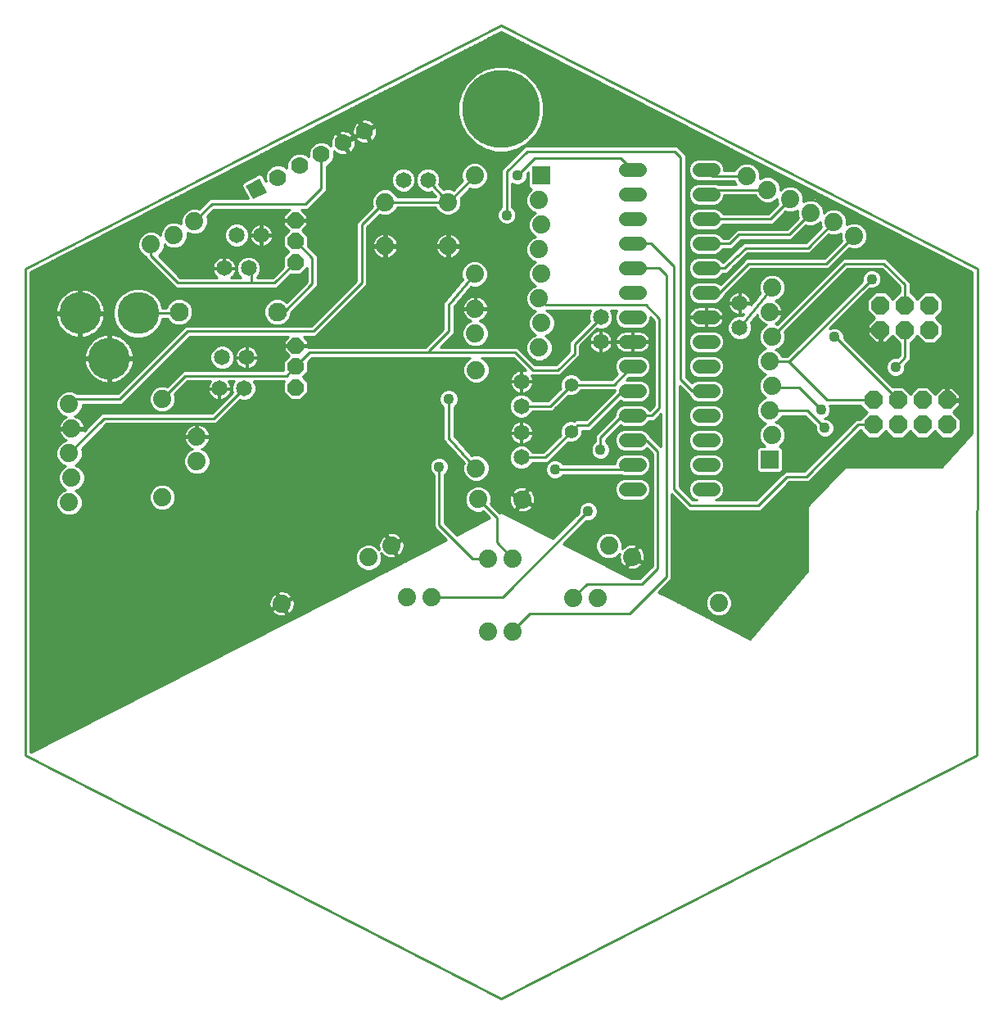
<source format=gtl>
G75*
%MOIN*%
%OFA0B0*%
%FSLAX24Y24*%
%IPPOS*%
%LPD*%
%AMOC8*
5,1,8,0,0,1.08239X$1,22.5*
%
%ADD10C,0.0100*%
%ADD11C,0.0740*%
%ADD12C,0.0650*%
%ADD13C,0.0560*%
%ADD14OC8,0.0740*%
%ADD15R,0.0740X0.0740*%
%ADD16C,0.0560*%
%ADD17R,0.0634X0.0634*%
%ADD18C,0.0700*%
%ADD19C,0.3156*%
%ADD20OC8,0.0660*%
%ADD21C,0.1700*%
%ADD22C,0.0760*%
%ADD23C,0.0436*%
D10*
X001298Y014272D02*
X020688Y004370D01*
X040058Y014252D01*
X040078Y034055D01*
X020668Y043957D01*
X001298Y034075D01*
X001298Y014272D01*
X001518Y014406D02*
X001518Y033940D01*
X020668Y043710D01*
X039857Y033920D01*
X039851Y027352D01*
X038621Y026004D01*
X034684Y026004D01*
X033148Y024409D01*
X033148Y021772D01*
X030806Y018996D01*
X027500Y020680D01*
X027086Y020891D01*
X027620Y021425D01*
X027620Y024882D01*
X028294Y024209D01*
X031232Y024209D01*
X031361Y024338D01*
X032413Y025390D01*
X033200Y025390D01*
X033329Y025519D01*
X035295Y027485D01*
X035607Y027173D01*
X036055Y027173D01*
X036331Y027450D01*
X036607Y027173D01*
X037055Y027173D01*
X037331Y027450D01*
X037607Y027173D01*
X038055Y027173D01*
X038331Y027450D01*
X038607Y027173D01*
X039055Y027173D01*
X039371Y027490D01*
X039371Y027937D01*
X039081Y028227D01*
X039351Y028498D01*
X039351Y028663D01*
X038881Y028663D01*
X038881Y028763D01*
X039351Y028763D01*
X039351Y028929D01*
X039046Y029233D01*
X038881Y029233D01*
X038881Y028763D01*
X038781Y028763D01*
X038781Y029233D01*
X038616Y029233D01*
X038345Y028963D01*
X038055Y029253D01*
X037607Y029253D01*
X037331Y028977D01*
X037055Y029253D01*
X036607Y029253D01*
X036605Y029251D01*
X034639Y031217D01*
X034639Y031357D01*
X034580Y031499D01*
X034471Y031609D01*
X034328Y031668D01*
X034174Y031668D01*
X034057Y031619D01*
X035692Y033255D01*
X035847Y033255D01*
X035989Y033314D01*
X036098Y033423D01*
X036157Y033566D01*
X036157Y033720D01*
X036098Y033863D01*
X035989Y033972D01*
X035847Y034031D01*
X035692Y034031D01*
X035549Y033972D01*
X035440Y033863D01*
X035381Y033720D01*
X035381Y033566D01*
X032325Y030510D01*
X032097Y030510D01*
X032062Y030596D01*
X031910Y030748D01*
X031858Y030769D01*
X032010Y030832D01*
X032162Y030984D01*
X032244Y031183D01*
X032244Y031397D01*
X032208Y031483D01*
X034777Y034052D01*
X036168Y034052D01*
X036897Y033322D01*
X036897Y033116D01*
X036894Y033116D01*
X036617Y032840D01*
X036341Y033116D01*
X035894Y033116D01*
X035577Y032800D01*
X035577Y032352D01*
X035868Y032062D01*
X035597Y031792D01*
X035597Y031626D01*
X036067Y031626D01*
X036067Y031526D01*
X035597Y031526D01*
X035597Y031361D01*
X035902Y031056D01*
X036067Y031056D01*
X036067Y031526D01*
X036167Y031526D01*
X036167Y031056D01*
X036333Y031056D01*
X036603Y031327D01*
X036894Y031036D01*
X036897Y031036D01*
X036897Y030536D01*
X036808Y030447D01*
X036654Y030447D01*
X036511Y030388D01*
X036402Y030279D01*
X036343Y030136D01*
X036343Y029982D01*
X036402Y029839D01*
X036511Y029730D01*
X036654Y029671D01*
X036808Y029671D01*
X036951Y029730D01*
X037060Y029839D01*
X037119Y029982D01*
X037119Y030136D01*
X037337Y030354D01*
X037337Y031036D01*
X037341Y031036D01*
X037617Y031312D01*
X037894Y031036D01*
X038341Y031036D01*
X038657Y031352D01*
X038657Y031800D01*
X038381Y032076D01*
X038657Y032352D01*
X038657Y032800D01*
X038341Y033116D01*
X037894Y033116D01*
X037617Y032840D01*
X037341Y033116D01*
X037337Y033116D01*
X037337Y033504D01*
X036350Y034492D01*
X034594Y034492D01*
X031897Y031794D01*
X031831Y031822D01*
X031876Y031845D01*
X031943Y031893D01*
X032001Y031951D01*
X032049Y032017D01*
X032086Y032090D01*
X032111Y032168D01*
X032122Y032240D01*
X031654Y032240D01*
X031654Y032340D01*
X032122Y032340D01*
X032111Y032412D01*
X032086Y032490D01*
X032049Y032562D01*
X032001Y032629D01*
X031943Y032687D01*
X031876Y032735D01*
X031831Y032758D01*
X032010Y032832D01*
X032162Y032984D01*
X032244Y033183D01*
X032244Y033397D01*
X032162Y033596D01*
X032010Y033748D01*
X031811Y033830D01*
X031596Y033830D01*
X031398Y033748D01*
X031246Y033596D01*
X031164Y033397D01*
X031164Y033183D01*
X031221Y033045D01*
X030848Y032587D01*
X030854Y032624D01*
X030854Y032643D01*
X030398Y032643D01*
X030398Y032187D01*
X030417Y032187D01*
X030491Y032199D01*
X030547Y032217D01*
X030493Y032150D01*
X030478Y032157D01*
X030281Y032157D01*
X030099Y032081D01*
X029960Y031942D01*
X029884Y031760D01*
X029884Y031563D01*
X029960Y031381D01*
X030099Y031242D01*
X030281Y031167D01*
X030478Y031167D01*
X030660Y031242D01*
X030799Y031381D01*
X030874Y031563D01*
X030874Y031760D01*
X030830Y031867D01*
X031093Y032191D01*
X031097Y032168D01*
X031122Y032090D01*
X031159Y032017D01*
X031207Y031951D01*
X031265Y031893D01*
X031331Y031845D01*
X031404Y031808D01*
X031482Y031783D01*
X031482Y031783D01*
X031398Y031748D01*
X031246Y031596D01*
X031164Y031397D01*
X031164Y031183D01*
X031246Y030984D01*
X031398Y030832D01*
X031450Y030811D01*
X031298Y030748D01*
X031146Y030596D01*
X031064Y030397D01*
X031064Y030183D01*
X031146Y029984D01*
X031298Y029832D01*
X031450Y029769D01*
X031398Y029748D01*
X031246Y029596D01*
X031164Y029397D01*
X031164Y029183D01*
X031246Y028984D01*
X031398Y028832D01*
X031450Y028811D01*
X031298Y028748D01*
X031146Y028596D01*
X031064Y028397D01*
X031064Y028183D01*
X031146Y027984D01*
X031298Y027832D01*
X031450Y027769D01*
X031398Y027748D01*
X031246Y027596D01*
X031164Y027397D01*
X031164Y027183D01*
X031246Y026984D01*
X031398Y026832D01*
X031403Y026830D01*
X031163Y026830D01*
X031064Y026730D01*
X031064Y025850D01*
X031163Y025750D01*
X032044Y025750D01*
X032144Y025850D01*
X032144Y026730D01*
X032044Y026830D01*
X032004Y026830D01*
X032010Y026832D01*
X032162Y026984D01*
X032244Y027183D01*
X032244Y027397D01*
X032162Y027596D01*
X032010Y027748D01*
X031858Y027811D01*
X031910Y027832D01*
X032062Y027984D01*
X032097Y028070D01*
X033055Y028070D01*
X033469Y027656D01*
X033469Y027502D01*
X033528Y027359D01*
X033637Y027250D01*
X033780Y027191D01*
X033934Y027191D01*
X034077Y027250D01*
X034186Y027359D01*
X034245Y027502D01*
X034245Y027656D01*
X034186Y027799D01*
X034077Y027908D01*
X033934Y027967D01*
X033845Y027967D01*
X033920Y027998D01*
X034029Y028107D01*
X034088Y028250D01*
X034088Y028404D01*
X034051Y028493D01*
X035291Y028493D01*
X035291Y028490D01*
X035567Y028213D01*
X035291Y027937D01*
X035291Y027933D01*
X035121Y027933D01*
X034992Y027804D01*
X033018Y025830D01*
X032231Y025830D01*
X031049Y024649D01*
X029414Y024649D01*
X029558Y024709D01*
X029685Y024835D01*
X029753Y025001D01*
X029753Y025180D01*
X029685Y025345D01*
X029558Y025472D01*
X029393Y025540D01*
X028654Y025540D01*
X028488Y025472D01*
X028362Y025345D01*
X028293Y025180D01*
X028293Y025001D01*
X028362Y024835D01*
X028488Y024709D01*
X028632Y024649D01*
X028476Y024649D01*
X027935Y025190D01*
X027935Y029292D01*
X028341Y028886D01*
X028362Y028835D01*
X028488Y028709D01*
X028654Y028640D01*
X029393Y028640D01*
X029558Y028709D01*
X029685Y028835D01*
X029753Y029001D01*
X029753Y029180D01*
X029685Y029345D01*
X029558Y029472D01*
X029393Y029540D01*
X028654Y029540D01*
X028488Y029472D01*
X028433Y029416D01*
X028211Y029638D01*
X028211Y038693D01*
X027975Y038930D01*
X027846Y039059D01*
X021640Y039059D01*
X020813Y038232D01*
X020684Y038103D01*
X020684Y036569D01*
X020575Y036460D01*
X020516Y036317D01*
X020516Y036163D01*
X020575Y036020D01*
X020685Y035911D01*
X020827Y035852D01*
X020982Y035852D01*
X021124Y035911D01*
X021233Y036020D01*
X021292Y036163D01*
X021292Y036317D01*
X021233Y036460D01*
X021124Y036569D01*
X021124Y037523D01*
X021260Y037466D01*
X021415Y037466D01*
X021557Y037525D01*
X021666Y037634D01*
X021726Y037777D01*
X021726Y037931D01*
X021784Y037990D01*
X021784Y037410D01*
X021884Y037310D01*
X021924Y037310D01*
X021918Y037308D01*
X021767Y037156D01*
X021684Y036958D01*
X021684Y036743D01*
X021767Y036544D01*
X021918Y036392D01*
X022070Y036330D01*
X022018Y036308D01*
X021867Y036156D01*
X021784Y035958D01*
X021784Y035743D01*
X021867Y035544D01*
X022018Y035392D01*
X022070Y035371D01*
X021918Y035308D01*
X021767Y035156D01*
X021684Y034958D01*
X021684Y034743D01*
X021767Y034544D01*
X021918Y034392D01*
X022070Y034330D01*
X022018Y034308D01*
X021867Y034156D01*
X021784Y033958D01*
X021784Y033743D01*
X021867Y033544D01*
X022018Y033392D01*
X022070Y033371D01*
X021918Y033308D01*
X021767Y033156D01*
X021684Y032958D01*
X021684Y032743D01*
X021767Y032544D01*
X021918Y032392D01*
X022070Y032330D01*
X022018Y032308D01*
X021867Y032156D01*
X021784Y031958D01*
X021784Y031743D01*
X021867Y031544D01*
X022018Y031392D01*
X022070Y031371D01*
X021918Y031308D01*
X021767Y031156D01*
X021684Y030958D01*
X021684Y030743D01*
X021767Y030544D01*
X021675Y030544D01*
X021767Y030544D02*
X021918Y030392D01*
X022117Y030310D01*
X022332Y030310D01*
X022530Y030392D01*
X022682Y030544D01*
X023283Y030544D01*
X023381Y030642D02*
X022723Y030642D01*
X022682Y030544D02*
X022764Y030743D01*
X022764Y030958D01*
X022682Y031156D01*
X022530Y031308D01*
X022478Y031330D01*
X022630Y031392D01*
X022782Y031544D01*
X022864Y031743D01*
X022864Y031958D01*
X022782Y032156D01*
X022630Y032308D01*
X022508Y032359D01*
X024306Y032359D01*
X024234Y032184D01*
X024234Y031987D01*
X024263Y031917D01*
X023569Y031224D01*
X023440Y031095D01*
X023440Y030701D01*
X022900Y030161D01*
X022058Y030161D01*
X021479Y030741D01*
X021350Y030870D01*
X018207Y030870D01*
X018762Y031425D01*
X018762Y032518D01*
X019445Y033328D01*
X019490Y033310D01*
X019704Y033310D01*
X019903Y033392D01*
X020055Y033544D01*
X020137Y033742D01*
X020137Y033957D01*
X020055Y034156D01*
X019903Y034308D01*
X019704Y034390D01*
X019490Y034390D01*
X019291Y034308D01*
X019139Y034156D01*
X019057Y033957D01*
X019057Y033742D01*
X019110Y033614D01*
X018380Y032747D01*
X018322Y032689D01*
X018322Y032678D01*
X018315Y032670D01*
X018322Y032589D01*
X018322Y031607D01*
X017664Y030948D01*
X017585Y030870D01*
X012795Y030870D01*
X012795Y030908D01*
X012345Y030908D01*
X012345Y030968D01*
X012795Y030968D01*
X012795Y031137D01*
X012636Y031296D01*
X013121Y031296D01*
X013250Y031425D01*
X015219Y033393D01*
X015219Y035755D01*
X015739Y036275D01*
X015845Y036231D01*
X016060Y036231D01*
X016258Y036314D01*
X016410Y036466D01*
X016445Y036551D01*
X018019Y036551D01*
X018054Y036466D01*
X018206Y036314D01*
X018405Y036231D01*
X018620Y036231D01*
X018818Y036314D01*
X018970Y036466D01*
X019052Y036664D01*
X019052Y036879D01*
X019027Y036941D01*
X019413Y037342D01*
X019490Y037310D01*
X019704Y037310D01*
X019903Y037392D01*
X020055Y037544D01*
X020137Y037742D01*
X020137Y037957D01*
X020055Y038156D01*
X019903Y038308D01*
X019704Y038390D01*
X019490Y038390D01*
X019291Y038308D01*
X019139Y038156D01*
X019057Y037957D01*
X019057Y037742D01*
X019096Y037647D01*
X018729Y037266D01*
X018620Y037311D01*
X018405Y037311D01*
X018342Y037286D01*
X018156Y037490D01*
X018190Y037572D01*
X018190Y037769D01*
X018115Y037951D01*
X017975Y038090D01*
X017793Y038166D01*
X017596Y038166D01*
X017415Y038090D01*
X017275Y037951D01*
X017200Y037769D01*
X017200Y037572D01*
X017275Y037390D01*
X017415Y037251D01*
X017596Y037176D01*
X017793Y037176D01*
X017833Y037192D01*
X018015Y036991D01*
X016445Y036991D01*
X016410Y037077D01*
X016258Y037229D01*
X016060Y037311D01*
X015845Y037311D01*
X015646Y037229D01*
X015494Y037077D01*
X015412Y036879D01*
X015412Y036664D01*
X015439Y036598D01*
X014908Y036066D01*
X014908Y036066D01*
X014779Y035938D01*
X014779Y033575D01*
X012939Y031736D01*
X007821Y031736D01*
X007692Y031607D01*
X007692Y031607D01*
X005065Y028980D01*
X003426Y028980D01*
X003396Y029009D01*
X003198Y029091D01*
X002983Y029091D01*
X002785Y029009D01*
X002633Y028857D01*
X002551Y028659D01*
X002551Y028444D01*
X002633Y028245D01*
X002785Y028093D01*
X002964Y028019D01*
X002918Y027996D01*
X002852Y027948D01*
X002794Y027890D01*
X002746Y027824D01*
X002709Y027751D01*
X002683Y027673D01*
X002672Y027601D01*
X003141Y027601D01*
X003141Y027501D01*
X002672Y027501D01*
X002683Y027429D01*
X002709Y027352D01*
X002746Y027279D01*
X002794Y027212D01*
X002852Y027155D01*
X002918Y027106D01*
X002964Y027083D01*
X002785Y027009D01*
X002633Y026857D01*
X002551Y026659D01*
X002551Y026444D01*
X002633Y026245D01*
X002785Y026093D01*
X002937Y026030D01*
X002885Y026009D01*
X002733Y025857D01*
X002651Y025659D01*
X002651Y025444D01*
X002733Y025245D01*
X002885Y025093D01*
X002937Y025072D01*
X002785Y025009D01*
X002633Y024857D01*
X002551Y024659D01*
X002551Y024444D01*
X002633Y024245D01*
X002785Y024093D01*
X002983Y024011D01*
X003198Y024011D01*
X003396Y024093D01*
X003548Y024245D01*
X003631Y024444D01*
X003631Y024659D01*
X003548Y024857D01*
X003396Y025009D01*
X003345Y025030D01*
X003496Y025093D01*
X003648Y025245D01*
X003731Y025444D01*
X003731Y025659D01*
X003648Y025857D01*
X003496Y026009D01*
X003345Y026072D01*
X003396Y026093D01*
X003548Y026245D01*
X003631Y026444D01*
X003631Y026659D01*
X003595Y026744D01*
X004603Y027752D01*
X009077Y027752D01*
X009206Y027881D01*
X010046Y028721D01*
X010106Y028696D01*
X010303Y028696D01*
X010485Y028771D01*
X010625Y028911D01*
X010700Y029092D01*
X010700Y029289D01*
X010625Y029471D01*
X010611Y029485D01*
X011854Y029485D01*
X011815Y029445D01*
X011815Y029031D01*
X012108Y028738D01*
X012522Y028738D01*
X012815Y029031D01*
X012815Y029445D01*
X012597Y029663D01*
X012815Y029881D01*
X012815Y030277D01*
X012968Y030430D01*
X019421Y030430D01*
X019348Y030399D01*
X019196Y030247D01*
X019114Y030049D01*
X019114Y029834D01*
X019196Y029636D01*
X019348Y029484D01*
X019546Y029401D01*
X019761Y029401D01*
X019960Y029484D01*
X020111Y029636D01*
X020194Y029834D01*
X020194Y030049D01*
X020111Y030247D01*
X019960Y030399D01*
X019886Y030430D01*
X021168Y030430D01*
X021685Y029912D01*
X021616Y029935D01*
X021542Y029946D01*
X021524Y029946D01*
X021524Y029490D01*
X021980Y029490D01*
X021980Y029509D01*
X021968Y029582D01*
X021945Y029654D01*
X021911Y029720D01*
X021910Y029721D01*
X023082Y029721D01*
X023211Y029850D01*
X023880Y030519D01*
X023880Y030913D01*
X024579Y031612D01*
X024630Y031590D01*
X024827Y031590D01*
X025009Y031666D01*
X025148Y031805D01*
X025224Y031987D01*
X025224Y032184D01*
X025151Y032359D01*
X025375Y032359D01*
X025362Y032345D01*
X025293Y032180D01*
X025293Y032001D01*
X025362Y031835D01*
X025488Y031709D01*
X025654Y031640D01*
X026393Y031640D01*
X026558Y031709D01*
X026685Y031835D01*
X026753Y032001D01*
X026753Y032088D01*
X026905Y031936D01*
X026905Y028497D01*
X026718Y028310D01*
X026699Y028310D01*
X026685Y028345D01*
X026558Y028472D01*
X026393Y028540D01*
X025654Y028540D01*
X025488Y028472D01*
X025362Y028345D01*
X025293Y028180D01*
X025293Y028078D01*
X024499Y027284D01*
X024499Y027022D01*
X024390Y026913D01*
X024331Y026770D01*
X024331Y026616D01*
X024390Y026473D01*
X024499Y026364D01*
X024642Y026305D01*
X024797Y026305D01*
X024939Y026364D01*
X025048Y026473D01*
X025107Y026616D01*
X025107Y026770D01*
X025048Y026913D01*
X024939Y027022D01*
X024939Y027102D01*
X025529Y027692D01*
X025654Y027640D01*
X026393Y027640D01*
X026558Y027709D01*
X026685Y027835D01*
X026699Y027870D01*
X026901Y027870D01*
X027180Y028150D01*
X027180Y026811D01*
X027137Y026854D01*
X026712Y027279D01*
X026685Y027345D01*
X026558Y027472D01*
X026393Y027540D01*
X025654Y027540D01*
X025488Y027472D01*
X025362Y027345D01*
X025293Y027180D01*
X025293Y027001D01*
X025362Y026835D01*
X025488Y026709D01*
X025654Y026640D01*
X026393Y026640D01*
X026558Y026709D01*
X026609Y026760D01*
X026826Y026543D01*
X026826Y021961D01*
X026325Y021460D01*
X025969Y021460D01*
X023201Y022871D01*
X024137Y023807D01*
X024142Y023805D01*
X024297Y023805D01*
X024439Y023864D01*
X024548Y023973D01*
X024607Y024116D01*
X024607Y024270D01*
X024548Y024413D01*
X024439Y024522D01*
X024297Y024581D01*
X024142Y024581D01*
X023999Y024522D01*
X023890Y024413D01*
X023831Y024270D01*
X023831Y024124D01*
X022789Y023082D01*
X020680Y024157D01*
X020615Y024124D01*
X020602Y024137D01*
X020247Y024492D01*
X020281Y024574D01*
X020281Y024789D01*
X020199Y024988D01*
X020047Y025139D01*
X019848Y025222D01*
X019633Y025222D01*
X019435Y025139D01*
X019283Y024988D01*
X019201Y024789D01*
X019201Y024574D01*
X019283Y024376D01*
X019435Y024224D01*
X019633Y024142D01*
X019848Y024142D01*
X019938Y024179D01*
X020204Y023913D01*
X018870Y023231D01*
X018368Y023733D01*
X018368Y025675D01*
X018477Y025784D01*
X018537Y025927D01*
X018537Y026081D01*
X018477Y026224D01*
X018368Y026333D01*
X018226Y026392D01*
X018071Y026392D01*
X017929Y026333D01*
X017819Y026224D01*
X017760Y026081D01*
X017760Y025927D01*
X017819Y025784D01*
X017928Y025675D01*
X017928Y023551D01*
X018459Y023021D01*
X014054Y020768D01*
X001530Y014400D01*
X001518Y014406D01*
X001518Y014488D02*
X001704Y014488D01*
X001518Y014587D02*
X001898Y014587D01*
X002091Y014685D02*
X001518Y014685D01*
X001518Y014784D02*
X002285Y014784D01*
X002479Y014882D02*
X001518Y014882D01*
X001518Y014981D02*
X002673Y014981D01*
X002866Y015079D02*
X001518Y015079D01*
X001518Y015178D02*
X003060Y015178D01*
X003254Y015276D02*
X001518Y015276D01*
X001518Y015375D02*
X003447Y015375D01*
X003641Y015473D02*
X001518Y015473D01*
X001518Y015572D02*
X003835Y015572D01*
X004029Y015670D02*
X001518Y015670D01*
X001518Y015769D02*
X004222Y015769D01*
X004416Y015867D02*
X001518Y015867D01*
X001518Y015966D02*
X004610Y015966D01*
X004804Y016064D02*
X001518Y016064D01*
X001518Y016163D02*
X004997Y016163D01*
X005191Y016261D02*
X001518Y016261D01*
X001518Y016360D02*
X005385Y016360D01*
X005578Y016458D02*
X001518Y016458D01*
X001518Y016557D02*
X005772Y016557D01*
X005966Y016655D02*
X001518Y016655D01*
X001518Y016754D02*
X006160Y016754D01*
X006353Y016852D02*
X001518Y016852D01*
X001518Y016951D02*
X006547Y016951D01*
X006741Y017049D02*
X001518Y017049D01*
X001518Y017148D02*
X006935Y017148D01*
X007128Y017246D02*
X001518Y017246D01*
X001518Y017345D02*
X007322Y017345D01*
X007516Y017443D02*
X001518Y017443D01*
X001518Y017542D02*
X007709Y017542D01*
X007903Y017640D02*
X001518Y017640D01*
X001518Y017739D02*
X008097Y017739D01*
X008291Y017837D02*
X001518Y017837D01*
X001518Y017936D02*
X008484Y017936D01*
X008678Y018034D02*
X001518Y018034D01*
X001518Y018133D02*
X008872Y018133D01*
X009066Y018231D02*
X001518Y018231D01*
X001518Y018330D02*
X009259Y018330D01*
X009453Y018428D02*
X001518Y018428D01*
X001518Y018527D02*
X009647Y018527D01*
X009841Y018625D02*
X001518Y018625D01*
X001518Y018724D02*
X010034Y018724D01*
X010228Y018822D02*
X001518Y018822D01*
X001518Y018921D02*
X010422Y018921D01*
X010615Y019019D02*
X001518Y019019D01*
X001518Y019118D02*
X010809Y019118D01*
X011003Y019216D02*
X001518Y019216D01*
X001518Y019315D02*
X011197Y019315D01*
X011390Y019413D02*
X001518Y019413D01*
X001518Y019512D02*
X011584Y019512D01*
X011778Y019610D02*
X001518Y019610D01*
X001518Y019709D02*
X011972Y019709D01*
X012165Y019807D02*
X001518Y019807D01*
X001518Y019906D02*
X012359Y019906D01*
X012553Y020004D02*
X012035Y020004D01*
X012023Y019996D02*
X012084Y020040D01*
X012141Y020098D01*
X012190Y020164D01*
X012227Y020237D01*
X012252Y020315D01*
X012265Y020396D01*
X012265Y020477D01*
X012252Y020558D01*
X012227Y020636D01*
X012221Y020646D01*
X011797Y020421D01*
X011761Y020489D01*
X012186Y020715D01*
X012141Y020775D01*
X012084Y020833D01*
X012017Y020881D01*
X011944Y020918D01*
X011867Y020944D01*
X011786Y020956D01*
X011704Y020956D01*
X011623Y020944D01*
X011545Y020918D01*
X011535Y020913D01*
X011761Y020489D01*
X011693Y020452D01*
X011729Y020384D01*
X011797Y020421D01*
X012023Y019996D01*
X012018Y020004D02*
X011931Y020004D01*
X011955Y019960D02*
X011729Y020384D01*
X011304Y020158D01*
X011348Y020098D01*
X011406Y020040D01*
X011472Y019992D01*
X011545Y019955D01*
X011623Y019929D01*
X011704Y019916D01*
X011786Y019916D01*
X011867Y019929D01*
X011944Y019955D01*
X011955Y019960D01*
X011966Y020103D02*
X011878Y020103D01*
X011913Y020201D02*
X011826Y020201D01*
X011861Y020300D02*
X011774Y020300D01*
X011755Y020398D02*
X011809Y020398D01*
X011721Y020398D02*
X011591Y020398D01*
X011570Y020300D02*
X011406Y020300D01*
X011385Y020201D02*
X001518Y020201D01*
X001518Y020103D02*
X011344Y020103D01*
X011268Y020227D02*
X011693Y020452D01*
X011467Y020877D01*
X011406Y020833D01*
X011348Y020775D01*
X011300Y020709D01*
X011263Y020636D01*
X011238Y020558D01*
X011225Y020477D01*
X011225Y020396D01*
X011238Y020315D01*
X011263Y020237D01*
X011268Y020227D01*
X011242Y020300D02*
X001518Y020300D01*
X001518Y020398D02*
X011225Y020398D01*
X011228Y020497D02*
X001518Y020497D01*
X001518Y020595D02*
X011250Y020595D01*
X011292Y020694D02*
X001518Y020694D01*
X001518Y020792D02*
X011365Y020792D01*
X011512Y020792D02*
X011599Y020792D01*
X011564Y020694D02*
X011652Y020694D01*
X011617Y020595D02*
X011704Y020595D01*
X011669Y020497D02*
X011756Y020497D01*
X011776Y020497D02*
X011941Y020497D01*
X011962Y020595D02*
X012126Y020595D01*
X012147Y020694D02*
X013909Y020694D01*
X014102Y020792D02*
X012124Y020792D01*
X011998Y020891D02*
X014295Y020891D01*
X014487Y020989D02*
X001518Y020989D01*
X001518Y020891D02*
X011547Y020891D01*
X012240Y020595D02*
X013715Y020595D01*
X013521Y020497D02*
X012262Y020497D01*
X012265Y020398D02*
X013328Y020398D01*
X013134Y020300D02*
X012247Y020300D01*
X012209Y020201D02*
X012940Y020201D01*
X012746Y020103D02*
X012145Y020103D01*
X011455Y020004D02*
X001518Y020004D01*
X001518Y021088D02*
X014680Y021088D01*
X014873Y021186D02*
X001518Y021186D01*
X001518Y021285D02*
X015065Y021285D01*
X015258Y021383D02*
X001518Y021383D01*
X001518Y021482D02*
X015450Y021482D01*
X015643Y021580D02*
X001518Y021580D01*
X001518Y021679D02*
X015836Y021679D01*
X016028Y021777D02*
X015391Y021777D01*
X015384Y021774D02*
X015582Y021857D01*
X015734Y022008D01*
X015817Y022207D01*
X015817Y022422D01*
X015780Y022509D01*
X015812Y022465D01*
X015870Y022407D01*
X015936Y022359D01*
X016009Y022322D01*
X016087Y022297D01*
X016168Y022284D01*
X016250Y022284D01*
X016331Y022297D01*
X016409Y022322D01*
X016419Y022327D01*
X016193Y022752D01*
X016261Y022788D01*
X016225Y022856D01*
X016650Y023082D01*
X016606Y023142D01*
X016548Y023200D01*
X016482Y023248D01*
X016409Y023286D01*
X016331Y023311D01*
X016250Y023324D01*
X016168Y023324D01*
X016087Y023311D01*
X016009Y023286D01*
X015999Y023280D01*
X016225Y022856D01*
X016157Y022820D01*
X015931Y023244D01*
X015870Y023200D01*
X015812Y023142D01*
X015764Y023076D01*
X015727Y023003D01*
X015702Y022926D01*
X015689Y022845D01*
X015689Y022763D01*
X015702Y022682D01*
X015716Y022639D01*
X015582Y022772D01*
X015384Y022854D01*
X015169Y022854D01*
X014971Y022772D01*
X014819Y022620D01*
X014737Y022422D01*
X014737Y022207D01*
X014819Y022008D01*
X014971Y021857D01*
X015169Y021774D01*
X015384Y021774D01*
X015162Y021777D02*
X001518Y021777D01*
X001518Y021876D02*
X014951Y021876D01*
X014853Y021974D02*
X001518Y021974D01*
X001518Y022073D02*
X014792Y022073D01*
X014751Y022171D02*
X001518Y022171D01*
X001518Y022270D02*
X014737Y022270D01*
X014737Y022368D02*
X001518Y022368D01*
X001518Y022467D02*
X014755Y022467D01*
X014796Y022565D02*
X001518Y022565D01*
X001518Y022664D02*
X014862Y022664D01*
X014961Y022762D02*
X001518Y022762D01*
X001518Y022861D02*
X015692Y022861D01*
X015689Y022762D02*
X015592Y022762D01*
X015691Y022664D02*
X015708Y022664D01*
X015798Y022467D02*
X015811Y022467D01*
X015817Y022368D02*
X015923Y022368D01*
X015817Y022270D02*
X016991Y022270D01*
X016798Y022171D02*
X015802Y022171D01*
X015761Y022073D02*
X016606Y022073D01*
X016413Y021974D02*
X015700Y021974D01*
X015602Y021876D02*
X016221Y021876D01*
X016397Y022368D02*
X016484Y022368D01*
X016487Y022363D02*
X016548Y022407D01*
X016606Y022465D01*
X016654Y022531D01*
X016691Y022604D01*
X016716Y022682D01*
X016729Y022763D01*
X016729Y022845D01*
X016716Y022926D01*
X016691Y023003D01*
X016686Y023014D01*
X016261Y022788D01*
X016487Y022363D01*
X016495Y022368D02*
X017184Y022368D01*
X017376Y022467D02*
X016607Y022467D01*
X016671Y022565D02*
X017569Y022565D01*
X017761Y022664D02*
X016710Y022664D01*
X016729Y022762D02*
X017954Y022762D01*
X018147Y022861D02*
X016726Y022861D01*
X016705Y022959D02*
X018339Y022959D01*
X018421Y023058D02*
X016605Y023058D01*
X016592Y023156D02*
X018323Y023156D01*
X018224Y023255D02*
X016469Y023255D01*
X016420Y022959D02*
X016584Y022959D01*
X016399Y022861D02*
X016234Y022861D01*
X016222Y022861D02*
X016135Y022861D01*
X016170Y022959D02*
X016083Y022959D01*
X016118Y023058D02*
X016030Y023058D01*
X016065Y023156D02*
X015978Y023156D01*
X016013Y023255D02*
X001518Y023255D01*
X001518Y023353D02*
X018126Y023353D01*
X018027Y023452D02*
X001518Y023452D01*
X001518Y023550D02*
X017929Y023550D01*
X017928Y023649D02*
X001518Y023649D01*
X001518Y023747D02*
X017928Y023747D01*
X017928Y023846D02*
X001518Y023846D01*
X001518Y023944D02*
X017928Y023944D01*
X017928Y024043D02*
X003275Y024043D01*
X003445Y024141D02*
X017928Y024141D01*
X017928Y024240D02*
X007026Y024240D01*
X006992Y024226D02*
X007191Y024308D01*
X007342Y024460D01*
X007425Y024658D01*
X007425Y024873D01*
X007342Y025072D01*
X007191Y025224D01*
X006992Y025306D01*
X006777Y025306D01*
X006579Y025224D01*
X006427Y025072D01*
X006345Y024873D01*
X006345Y024658D01*
X006427Y024460D01*
X006579Y024308D01*
X006777Y024226D01*
X006992Y024226D01*
X006743Y024240D02*
X003543Y024240D01*
X003587Y024338D02*
X006548Y024338D01*
X006450Y024437D02*
X003628Y024437D01*
X003631Y024535D02*
X006396Y024535D01*
X006355Y024634D02*
X003631Y024634D01*
X003600Y024732D02*
X006345Y024732D01*
X006345Y024831D02*
X003559Y024831D01*
X003476Y024929D02*
X006368Y024929D01*
X006409Y025028D02*
X003351Y025028D01*
X003530Y025126D02*
X006482Y025126D01*
X006582Y025225D02*
X003628Y025225D01*
X003681Y025323D02*
X017928Y025323D01*
X017928Y025225D02*
X007187Y025225D01*
X007288Y025126D02*
X017928Y025126D01*
X017928Y025028D02*
X007361Y025028D01*
X007401Y024929D02*
X017928Y024929D01*
X017928Y024831D02*
X007425Y024831D01*
X007425Y024732D02*
X017928Y024732D01*
X017928Y024634D02*
X007414Y024634D01*
X007374Y024535D02*
X017928Y024535D01*
X017928Y024437D02*
X007319Y024437D01*
X007221Y024338D02*
X017928Y024338D01*
X018368Y024338D02*
X019320Y024338D01*
X019258Y024437D02*
X018368Y024437D01*
X018368Y024535D02*
X019217Y024535D01*
X019201Y024634D02*
X018368Y024634D01*
X018368Y024732D02*
X019201Y024732D01*
X019218Y024831D02*
X018368Y024831D01*
X018368Y024929D02*
X019259Y024929D01*
X019323Y025028D02*
X018368Y025028D01*
X018368Y025126D02*
X019422Y025126D01*
X019546Y025401D02*
X019761Y025401D01*
X019960Y025484D01*
X020111Y025636D01*
X020194Y025834D01*
X020194Y026049D01*
X020111Y026247D01*
X019960Y026399D01*
X019761Y026481D01*
X019546Y026481D01*
X019485Y026456D01*
X018762Y027256D01*
X018762Y028431D01*
X018871Y028540D01*
X018930Y028683D01*
X018930Y028837D01*
X018871Y028980D01*
X018762Y029089D01*
X018619Y029148D01*
X018465Y029148D01*
X018322Y029089D01*
X018213Y028980D01*
X018154Y028837D01*
X018154Y028683D01*
X018213Y028540D01*
X018322Y028431D01*
X018322Y027177D01*
X018318Y027091D01*
X018322Y027086D01*
X018322Y027080D01*
X018383Y027019D01*
X019160Y026160D01*
X019114Y026049D01*
X019114Y025834D01*
X019196Y025636D01*
X019348Y025484D01*
X019546Y025401D01*
X019497Y025422D02*
X018368Y025422D01*
X018368Y025520D02*
X019311Y025520D01*
X019212Y025619D02*
X018368Y025619D01*
X018411Y025717D02*
X019162Y025717D01*
X019121Y025816D02*
X018491Y025816D01*
X018531Y025914D02*
X019114Y025914D01*
X019114Y026013D02*
X018537Y026013D01*
X018524Y026111D02*
X019140Y026111D01*
X019114Y026210D02*
X018483Y026210D01*
X018393Y026308D02*
X019025Y026308D01*
X018936Y026407D02*
X008795Y026407D01*
X008828Y026327D02*
X008746Y026526D01*
X008594Y026678D01*
X008466Y026731D01*
X008488Y026738D01*
X008561Y026775D01*
X008627Y026823D01*
X008685Y026881D01*
X008733Y026948D01*
X008770Y027020D01*
X008795Y027098D01*
X008808Y027179D01*
X008808Y027190D01*
X008318Y027190D01*
X008318Y027250D01*
X008258Y027250D01*
X008258Y027190D01*
X007768Y027190D01*
X007768Y027179D01*
X007781Y027098D01*
X007806Y027020D01*
X007843Y026948D01*
X007892Y026881D01*
X007949Y026823D01*
X008016Y026775D01*
X008089Y026738D01*
X008111Y026731D01*
X007982Y026678D01*
X007830Y026526D01*
X007748Y026327D01*
X007748Y026113D01*
X007830Y025914D01*
X007982Y025762D01*
X008181Y025680D01*
X008396Y025680D01*
X008594Y025762D01*
X008746Y025914D01*
X008828Y026113D01*
X008828Y026327D01*
X008828Y026308D02*
X017904Y026308D01*
X017814Y026210D02*
X008828Y026210D01*
X008828Y026111D02*
X017773Y026111D01*
X017760Y026013D02*
X008787Y026013D01*
X008746Y025914D02*
X017765Y025914D01*
X017806Y025816D02*
X008648Y025816D01*
X008486Y025717D02*
X017886Y025717D01*
X017928Y025619D02*
X003731Y025619D01*
X003731Y025520D02*
X017928Y025520D01*
X017928Y025422D02*
X003722Y025422D01*
X003706Y025717D02*
X008091Y025717D01*
X007929Y025816D02*
X003665Y025816D01*
X003591Y025914D02*
X007830Y025914D01*
X007790Y026013D02*
X003487Y026013D01*
X003415Y026111D02*
X007749Y026111D01*
X007748Y026210D02*
X003513Y026210D01*
X003575Y026308D02*
X007748Y026308D01*
X007781Y026407D02*
X003615Y026407D01*
X003631Y026505D02*
X007822Y026505D01*
X007908Y026604D02*
X003631Y026604D01*
X003612Y026702D02*
X008042Y026702D01*
X007980Y026801D02*
X003651Y026801D01*
X003750Y026899D02*
X007878Y026899D01*
X007818Y026998D02*
X003848Y026998D01*
X003947Y027096D02*
X007782Y027096D01*
X007768Y027250D02*
X008258Y027250D01*
X008258Y027740D01*
X008247Y027740D01*
X008166Y027727D01*
X008089Y027702D01*
X008016Y027665D01*
X007949Y027617D01*
X007892Y027559D01*
X007843Y027493D01*
X007806Y027420D01*
X007781Y027342D01*
X007768Y027261D01*
X007768Y027250D01*
X007773Y027293D02*
X004144Y027293D01*
X004045Y027195D02*
X008258Y027195D01*
X008318Y027195D02*
X018322Y027195D01*
X018322Y027293D02*
X008803Y027293D01*
X008808Y027261D02*
X008795Y027342D01*
X008770Y027420D01*
X008733Y027493D01*
X008685Y027559D01*
X008627Y027617D01*
X008561Y027665D01*
X008488Y027702D01*
X008410Y027727D01*
X008329Y027740D01*
X008318Y027740D01*
X008318Y027250D01*
X008808Y027250D01*
X008808Y027261D01*
X008779Y027392D02*
X018322Y027392D01*
X018322Y027490D02*
X008734Y027490D01*
X008655Y027589D02*
X018322Y027589D01*
X018322Y027687D02*
X008516Y027687D01*
X008318Y027687D02*
X008258Y027687D01*
X008258Y027589D02*
X008318Y027589D01*
X008318Y027490D02*
X008258Y027490D01*
X008258Y027392D02*
X008318Y027392D01*
X008318Y027293D02*
X008258Y027293D01*
X008060Y027687D02*
X004538Y027687D01*
X004439Y027589D02*
X007922Y027589D01*
X007842Y027490D02*
X004341Y027490D01*
X004242Y027392D02*
X007797Y027392D01*
X008596Y026801D02*
X018580Y026801D01*
X018491Y026899D02*
X008698Y026899D01*
X008759Y026998D02*
X018402Y026998D01*
X018318Y027096D02*
X008795Y027096D01*
X008535Y026702D02*
X018669Y026702D01*
X018758Y026604D02*
X008668Y026604D01*
X008755Y026505D02*
X018847Y026505D01*
X019173Y026801D02*
X021216Y026801D01*
X021220Y026804D02*
X021080Y026665D01*
X021005Y026483D01*
X021005Y026286D01*
X021080Y026104D01*
X021220Y025965D01*
X021402Y025890D01*
X021598Y025890D01*
X021780Y025965D01*
X021920Y026104D01*
X021945Y026165D01*
X022574Y026165D01*
X023407Y026997D01*
X023442Y026983D01*
X023621Y026983D01*
X023786Y027051D01*
X023913Y027178D01*
X023981Y027343D01*
X023981Y027473D01*
X024310Y027473D01*
X024439Y027602D01*
X025529Y028692D01*
X025654Y028640D01*
X026393Y028640D01*
X026558Y028709D01*
X026685Y028835D01*
X026753Y029001D01*
X026753Y029180D01*
X026685Y029345D01*
X026558Y029472D01*
X026393Y029540D01*
X025784Y029540D01*
X025884Y029640D01*
X026393Y029640D01*
X026558Y029709D01*
X026685Y029835D01*
X026753Y030001D01*
X026753Y030180D01*
X026685Y030345D01*
X026558Y030472D01*
X026393Y030540D01*
X025654Y030540D01*
X025488Y030472D01*
X025362Y030345D01*
X025293Y030180D01*
X025293Y030001D01*
X025362Y029835D01*
X025410Y029788D01*
X025175Y029553D01*
X023927Y029553D01*
X023913Y029588D01*
X023786Y029714D01*
X023621Y029783D01*
X023442Y029783D01*
X023276Y029714D01*
X023150Y029588D01*
X023081Y029422D01*
X023081Y029243D01*
X023096Y029209D01*
X022578Y028691D01*
X021949Y028691D01*
X021924Y028752D01*
X021785Y028891D01*
X021603Y028966D01*
X021406Y028966D01*
X021224Y028891D01*
X021085Y028752D01*
X021010Y028570D01*
X021010Y028373D01*
X021085Y028191D01*
X021224Y028052D01*
X021406Y027976D01*
X021603Y027976D01*
X021785Y028052D01*
X021924Y028191D01*
X021949Y028251D01*
X022761Y028251D01*
X022889Y028380D01*
X023407Y028897D01*
X023442Y028883D01*
X023621Y028883D01*
X023786Y028951D01*
X023913Y029078D01*
X023927Y029113D01*
X025293Y029113D01*
X025293Y029078D01*
X024128Y027913D01*
X023700Y027913D01*
X023656Y027869D01*
X023621Y027883D01*
X023442Y027883D01*
X023276Y027814D01*
X023150Y027688D01*
X023081Y027522D01*
X023081Y027343D01*
X023096Y027309D01*
X022392Y026605D01*
X021945Y026605D01*
X021920Y026665D01*
X021780Y026804D01*
X021598Y026880D01*
X021402Y026880D01*
X021220Y026804D01*
X021118Y026702D02*
X019262Y026702D01*
X019351Y026604D02*
X021055Y026604D01*
X021014Y026505D02*
X019440Y026505D01*
X019941Y026407D02*
X021005Y026407D01*
X021005Y026308D02*
X020050Y026308D01*
X020127Y026210D02*
X021037Y026210D01*
X021077Y026111D02*
X020168Y026111D01*
X020194Y026013D02*
X021172Y026013D01*
X021342Y025914D02*
X020194Y025914D01*
X020186Y025816D02*
X022481Y025816D01*
X022540Y025673D01*
X022649Y025564D01*
X022792Y025505D01*
X022947Y025505D01*
X023089Y025564D01*
X023198Y025673D01*
X025575Y025673D01*
X025654Y025640D01*
X026393Y025640D01*
X026558Y025709D01*
X026685Y025835D01*
X026753Y026001D01*
X026753Y026180D01*
X026685Y026345D01*
X026558Y026472D01*
X026393Y026540D01*
X025654Y026540D01*
X025488Y026472D01*
X025362Y026345D01*
X025293Y026180D01*
X025293Y026113D01*
X023198Y026113D01*
X023089Y026222D01*
X022947Y026281D01*
X022792Y026281D01*
X022649Y026222D01*
X022540Y026113D01*
X022481Y025970D01*
X022481Y025816D01*
X022481Y025914D02*
X021658Y025914D01*
X021828Y026013D02*
X022499Y026013D01*
X022540Y026111D02*
X021923Y026111D01*
X021500Y026385D02*
X022483Y026385D01*
X023531Y027433D01*
X023791Y027693D01*
X024219Y027693D01*
X025617Y029090D01*
X026023Y029090D01*
X025576Y028672D02*
X025510Y028672D01*
X025412Y028574D02*
X026905Y028574D01*
X026905Y028672D02*
X026470Y028672D01*
X026620Y028771D02*
X026905Y028771D01*
X026905Y028869D02*
X026699Y028869D01*
X026740Y028968D02*
X026905Y028968D01*
X026905Y029066D02*
X026753Y029066D01*
X026753Y029165D02*
X026905Y029165D01*
X026905Y029263D02*
X026719Y029263D01*
X026668Y029362D02*
X026905Y029362D01*
X026905Y029460D02*
X026570Y029460D01*
X026434Y029657D02*
X026905Y029657D01*
X026905Y029559D02*
X025803Y029559D01*
X025378Y029756D02*
X023686Y029756D01*
X023843Y029657D02*
X025279Y029657D01*
X025181Y029559D02*
X023925Y029559D01*
X023531Y029333D02*
X022669Y028471D01*
X021505Y028471D01*
X021049Y028278D02*
X018762Y028278D01*
X018762Y028180D02*
X021096Y028180D01*
X021194Y028081D02*
X018762Y028081D01*
X018762Y027983D02*
X021390Y027983D01*
X021389Y027848D02*
X021318Y027825D01*
X021251Y027791D01*
X021191Y027747D01*
X021138Y027694D01*
X021094Y027634D01*
X021060Y027567D01*
X021037Y027496D01*
X021025Y027422D01*
X021025Y027404D01*
X021481Y027404D01*
X021481Y027860D01*
X021463Y027860D01*
X021389Y027848D01*
X021481Y027786D02*
X021519Y027786D01*
X021519Y027860D02*
X021519Y027404D01*
X021481Y027404D01*
X021481Y027366D01*
X021025Y027366D01*
X021025Y027347D01*
X021037Y027274D01*
X021060Y027202D01*
X021094Y027136D01*
X021138Y027075D01*
X021191Y027022D01*
X021251Y026979D01*
X021318Y026945D01*
X021389Y026921D01*
X021463Y026910D01*
X021481Y026910D01*
X021481Y027366D01*
X021519Y027366D01*
X021519Y027404D01*
X021975Y027404D01*
X021975Y027422D01*
X021963Y027496D01*
X021940Y027567D01*
X021906Y027634D01*
X021862Y027694D01*
X021809Y027747D01*
X021749Y027791D01*
X021682Y027825D01*
X021611Y027848D01*
X021537Y027860D01*
X021519Y027860D01*
X021619Y027983D02*
X024198Y027983D01*
X024297Y028081D02*
X021815Y028081D01*
X021914Y028180D02*
X024395Y028180D01*
X024494Y028278D02*
X022788Y028278D01*
X022886Y028377D02*
X024592Y028377D01*
X024691Y028475D02*
X022985Y028475D01*
X023083Y028574D02*
X024789Y028574D01*
X024888Y028672D02*
X023182Y028672D01*
X023280Y028771D02*
X024986Y028771D01*
X025085Y028869D02*
X023379Y028869D01*
X023803Y028968D02*
X025183Y028968D01*
X025282Y029066D02*
X023901Y029066D01*
X023531Y029333D02*
X025266Y029333D01*
X026023Y030090D01*
X025993Y030660D02*
X025709Y030660D01*
X025643Y030671D01*
X025578Y030692D01*
X025518Y030723D01*
X025463Y030762D01*
X025415Y030810D01*
X025376Y030865D01*
X025345Y030925D01*
X025324Y030990D01*
X025313Y031056D01*
X025313Y031060D01*
X025993Y031060D01*
X026053Y031060D01*
X026053Y030660D01*
X026337Y030660D01*
X026404Y030671D01*
X026468Y030692D01*
X026529Y030723D01*
X026583Y030762D01*
X026631Y030810D01*
X026671Y030865D01*
X026702Y030925D01*
X026723Y030990D01*
X026733Y031056D01*
X026733Y031060D01*
X026053Y031060D01*
X026053Y031120D01*
X025993Y031120D01*
X025993Y031060D01*
X025993Y030660D01*
X025993Y030741D02*
X026053Y030741D01*
X026053Y030839D02*
X025993Y030839D01*
X025993Y030938D02*
X026053Y030938D01*
X026053Y031036D02*
X025993Y031036D01*
X025993Y031120D02*
X025313Y031120D01*
X025313Y031124D01*
X025324Y031191D01*
X025345Y031255D01*
X025376Y031316D01*
X025415Y031370D01*
X025463Y031418D01*
X025518Y031458D01*
X025578Y031489D01*
X025643Y031510D01*
X025709Y031520D01*
X025993Y031520D01*
X025993Y031120D01*
X025993Y031135D02*
X026053Y031135D01*
X026053Y031120D02*
X026053Y031520D01*
X026337Y031520D01*
X026404Y031510D01*
X026468Y031489D01*
X026529Y031458D01*
X026583Y031418D01*
X026631Y031370D01*
X026671Y031316D01*
X026702Y031255D01*
X026723Y031191D01*
X026733Y031124D01*
X026733Y031120D01*
X026053Y031120D01*
X026053Y031233D02*
X025993Y031233D01*
X025993Y031332D02*
X026053Y031332D01*
X026053Y031430D02*
X025993Y031430D01*
X025480Y031430D02*
X025055Y031430D01*
X025038Y031448D02*
X024978Y031492D01*
X024911Y031526D01*
X024840Y031549D01*
X024766Y031560D01*
X024748Y031560D01*
X024748Y031104D01*
X025204Y031104D01*
X025204Y031123D01*
X025192Y031197D01*
X025169Y031268D01*
X025135Y031334D01*
X025091Y031395D01*
X025038Y031448D01*
X025136Y031332D02*
X025387Y031332D01*
X025338Y031233D02*
X025180Y031233D01*
X025202Y031135D02*
X025315Y031135D01*
X025316Y031036D02*
X025202Y031036D01*
X025204Y031048D02*
X025204Y031066D01*
X024748Y031066D01*
X024748Y031104D01*
X024710Y031104D01*
X024710Y031066D01*
X024748Y031066D01*
X024748Y030610D01*
X024766Y030610D01*
X024840Y030622D01*
X024911Y030645D01*
X024978Y030679D01*
X025038Y030723D01*
X025091Y030776D01*
X025135Y030836D01*
X025169Y030903D01*
X025192Y030974D01*
X025204Y031048D01*
X025180Y030938D02*
X025341Y030938D01*
X025394Y030839D02*
X025137Y030839D01*
X025056Y030741D02*
X025493Y030741D01*
X025462Y030445D02*
X023807Y030445D01*
X023880Y030544D02*
X026905Y030544D01*
X026905Y030642D02*
X024903Y030642D01*
X024748Y030642D02*
X024710Y030642D01*
X024710Y030610D02*
X024710Y031066D01*
X024254Y031066D01*
X024254Y031048D01*
X024265Y030974D01*
X024289Y030903D01*
X024323Y030836D01*
X024366Y030776D01*
X024419Y030723D01*
X024480Y030679D01*
X024546Y030645D01*
X024618Y030622D01*
X024691Y030610D01*
X024710Y030610D01*
X024710Y030741D02*
X024748Y030741D01*
X024748Y030839D02*
X024710Y030839D01*
X024710Y030938D02*
X024748Y030938D01*
X024748Y031036D02*
X024710Y031036D01*
X024710Y031104D02*
X024254Y031104D01*
X024254Y031123D01*
X024265Y031197D01*
X024289Y031268D01*
X024323Y031334D01*
X024366Y031395D01*
X024419Y031448D01*
X024480Y031492D01*
X024546Y031526D01*
X024618Y031549D01*
X024691Y031560D01*
X024710Y031560D01*
X024710Y031104D01*
X024710Y031135D02*
X024748Y031135D01*
X024748Y031233D02*
X024710Y031233D01*
X024710Y031332D02*
X024748Y031332D01*
X024748Y031430D02*
X024710Y031430D01*
X024710Y031529D02*
X024748Y031529D01*
X024900Y031529D02*
X026905Y031529D01*
X026905Y031627D02*
X024917Y031627D01*
X025069Y031726D02*
X025471Y031726D01*
X025373Y031824D02*
X025157Y031824D01*
X025197Y031923D02*
X025326Y031923D01*
X025293Y032021D02*
X025224Y032021D01*
X025224Y032120D02*
X025293Y032120D01*
X025309Y032218D02*
X025209Y032218D01*
X025169Y032317D02*
X025350Y032317D01*
X024729Y032085D02*
X024729Y032072D01*
X023660Y031004D01*
X023660Y030610D01*
X022991Y029941D01*
X021967Y029941D01*
X021259Y030650D01*
X017755Y030650D01*
X012876Y030650D01*
X012315Y030088D01*
X011932Y029705D01*
X007824Y029705D01*
X006885Y028766D01*
X007425Y028771D02*
X008983Y028771D01*
X008956Y028785D02*
X009023Y028751D01*
X009094Y028728D01*
X009167Y028716D01*
X009186Y028716D01*
X009186Y029172D01*
X009224Y029172D01*
X009224Y029210D01*
X009680Y029210D01*
X009680Y029228D01*
X009668Y029302D01*
X009645Y029373D01*
X009611Y029440D01*
X009579Y029485D01*
X009799Y029485D01*
X009785Y029471D01*
X009710Y029289D01*
X009710Y029092D01*
X009735Y029032D01*
X008895Y028192D01*
X004421Y028192D01*
X003705Y027477D01*
X003709Y027501D01*
X003241Y027501D01*
X003241Y027601D01*
X003709Y027601D01*
X003698Y027673D01*
X003673Y027751D01*
X003635Y027824D01*
X003587Y027890D01*
X003529Y027948D01*
X003463Y027996D01*
X003390Y028033D01*
X003312Y028058D01*
X003396Y028093D01*
X003548Y028245D01*
X003631Y028444D01*
X003631Y028540D01*
X005247Y028540D01*
X008003Y031296D01*
X011994Y031296D01*
X011835Y031137D01*
X011835Y030968D01*
X012285Y030968D01*
X012285Y030908D01*
X011835Y030908D01*
X011835Y030739D01*
X012047Y030527D01*
X011815Y030295D01*
X011815Y029925D01*
X007732Y029925D01*
X007604Y029796D01*
X007078Y029270D01*
X006992Y029306D01*
X006777Y029306D01*
X006579Y029224D01*
X006427Y029072D01*
X006345Y028873D01*
X006345Y028658D01*
X006427Y028460D01*
X006579Y028308D01*
X006777Y028226D01*
X006992Y028226D01*
X007191Y028308D01*
X007342Y028460D01*
X007425Y028658D01*
X007425Y028873D01*
X007389Y028959D01*
X007915Y029485D01*
X008831Y029485D01*
X008799Y029440D01*
X008765Y029373D01*
X008742Y029302D01*
X008730Y029228D01*
X008730Y029210D01*
X009186Y029210D01*
X009186Y029172D01*
X008730Y029172D01*
X008730Y029154D01*
X008742Y029080D01*
X008765Y029009D01*
X008799Y028942D01*
X008843Y028882D01*
X008895Y028829D01*
X008956Y028785D01*
X008855Y028869D02*
X007425Y028869D01*
X007398Y028968D02*
X008785Y028968D01*
X008746Y029066D02*
X007496Y029066D01*
X007595Y029165D02*
X008730Y029165D01*
X008735Y029263D02*
X007693Y029263D01*
X007792Y029362D02*
X008761Y029362D01*
X008814Y029460D02*
X007890Y029460D01*
X007564Y029756D02*
X006464Y029756D01*
X006562Y029854D02*
X007662Y029854D01*
X007465Y029657D02*
X006365Y029657D01*
X006267Y029559D02*
X007367Y029559D01*
X007268Y029460D02*
X006168Y029460D01*
X006070Y029362D02*
X007170Y029362D01*
X006675Y029263D02*
X005971Y029263D01*
X005873Y029165D02*
X006520Y029165D01*
X006425Y029066D02*
X005774Y029066D01*
X005676Y028968D02*
X006384Y028968D01*
X006345Y028869D02*
X005577Y028869D01*
X005479Y028771D02*
X006345Y028771D01*
X006345Y028672D02*
X005380Y028672D01*
X005282Y028574D02*
X006380Y028574D01*
X006420Y028475D02*
X003631Y028475D01*
X003603Y028377D02*
X006510Y028377D01*
X006650Y028278D02*
X003562Y028278D01*
X003483Y028180D02*
X004408Y028180D01*
X004310Y028081D02*
X003368Y028081D01*
X003312Y028058D02*
X003312Y028058D01*
X003481Y027983D02*
X004211Y027983D01*
X004113Y027884D02*
X003591Y027884D01*
X003655Y027786D02*
X004014Y027786D01*
X003916Y027687D02*
X003693Y027687D01*
X003817Y027589D02*
X003241Y027589D01*
X003141Y027589D02*
X001518Y027589D01*
X001518Y027687D02*
X002688Y027687D01*
X002727Y027786D02*
X001518Y027786D01*
X001518Y027884D02*
X002790Y027884D01*
X002900Y027983D02*
X001518Y027983D01*
X001518Y028081D02*
X002814Y028081D01*
X002698Y028180D02*
X001518Y028180D01*
X001518Y028278D02*
X002619Y028278D01*
X002578Y028377D02*
X001518Y028377D01*
X001518Y028475D02*
X002551Y028475D01*
X002551Y028574D02*
X001518Y028574D01*
X001518Y028672D02*
X002556Y028672D01*
X002597Y028771D02*
X001518Y028771D01*
X001518Y028869D02*
X002645Y028869D01*
X002744Y028968D02*
X001518Y028968D01*
X001518Y029066D02*
X002923Y029066D01*
X003258Y029066D02*
X005152Y029066D01*
X005250Y029165D02*
X001518Y029165D01*
X001518Y029263D02*
X005349Y029263D01*
X005447Y029362D02*
X001518Y029362D01*
X001518Y029460D02*
X004388Y029460D01*
X004435Y029444D02*
X004329Y029481D01*
X004228Y029530D01*
X004133Y029589D01*
X004045Y029659D01*
X003966Y029739D01*
X003896Y029827D01*
X003836Y029922D01*
X003787Y030023D01*
X003750Y030129D01*
X003725Y030239D01*
X003713Y030350D01*
X003713Y030356D01*
X004663Y030356D01*
X004763Y030356D01*
X004763Y030456D01*
X005713Y030456D01*
X005713Y030462D01*
X005700Y030574D01*
X005675Y030684D01*
X005638Y030790D01*
X005589Y030891D01*
X005529Y030986D01*
X005459Y031074D01*
X005380Y031153D01*
X005292Y031223D01*
X005197Y031283D01*
X005096Y031332D01*
X004990Y031369D01*
X004880Y031394D01*
X004769Y031406D01*
X004763Y031406D01*
X004763Y030456D01*
X004663Y030456D01*
X004663Y030356D01*
X004663Y029406D01*
X004656Y029406D01*
X004545Y029419D01*
X004435Y029444D01*
X004663Y029460D02*
X004763Y029460D01*
X004763Y029406D02*
X004769Y029406D01*
X004880Y029419D01*
X004990Y029444D01*
X005096Y029481D01*
X005197Y029530D01*
X005292Y029589D01*
X005380Y029659D01*
X005459Y029739D01*
X005529Y029827D01*
X005589Y029922D01*
X005638Y030023D01*
X005675Y030129D01*
X005700Y030239D01*
X005713Y030350D01*
X005713Y030356D01*
X004763Y030356D01*
X004763Y029406D01*
X004763Y029559D02*
X004663Y029559D01*
X004663Y029657D02*
X004763Y029657D01*
X004763Y029756D02*
X004663Y029756D01*
X004663Y029854D02*
X004763Y029854D01*
X004763Y029953D02*
X004663Y029953D01*
X004663Y030051D02*
X004763Y030051D01*
X004763Y030150D02*
X004663Y030150D01*
X004663Y030248D02*
X004763Y030248D01*
X004763Y030347D02*
X004663Y030347D01*
X004663Y030445D02*
X001518Y030445D01*
X001518Y030347D02*
X003713Y030347D01*
X003724Y030248D02*
X001518Y030248D01*
X001518Y030150D02*
X003745Y030150D01*
X003777Y030051D02*
X001518Y030051D01*
X001518Y029953D02*
X003821Y029953D01*
X003878Y029854D02*
X001518Y029854D01*
X001518Y029756D02*
X003952Y029756D01*
X004048Y029657D02*
X001518Y029657D01*
X001518Y029559D02*
X004182Y029559D01*
X005037Y029460D02*
X005546Y029460D01*
X005644Y029559D02*
X005244Y029559D01*
X005377Y029657D02*
X005743Y029657D01*
X005841Y029756D02*
X005473Y029756D01*
X005547Y029854D02*
X005940Y029854D01*
X006038Y029953D02*
X005604Y029953D01*
X005648Y030051D02*
X006137Y030051D01*
X006235Y030150D02*
X005680Y030150D01*
X005701Y030248D02*
X006334Y030248D01*
X006432Y030347D02*
X005712Y030347D01*
X005703Y030544D02*
X006629Y030544D01*
X006531Y030445D02*
X004763Y030445D01*
X004763Y030544D02*
X004663Y030544D01*
X004663Y030456D02*
X004663Y031406D01*
X004656Y031406D01*
X004545Y031394D01*
X004435Y031369D01*
X004329Y031332D01*
X004228Y031283D01*
X004133Y031223D01*
X004045Y031153D01*
X003966Y031074D01*
X003896Y030986D01*
X003836Y030891D01*
X003787Y030790D01*
X003750Y030684D01*
X003725Y030574D01*
X003713Y030462D01*
X003713Y030456D01*
X004663Y030456D01*
X004663Y030642D02*
X004763Y030642D01*
X004763Y030741D02*
X004663Y030741D01*
X004663Y030839D02*
X004763Y030839D01*
X004763Y030938D02*
X004663Y030938D01*
X004663Y031036D02*
X004763Y031036D01*
X004763Y031135D02*
X004663Y031135D01*
X004663Y031233D02*
X004763Y031233D01*
X004763Y031332D02*
X004663Y031332D01*
X004330Y031332D02*
X003916Y031332D01*
X003915Y031331D02*
X004016Y031380D01*
X004111Y031440D01*
X004199Y031510D01*
X004278Y031589D01*
X004348Y031677D01*
X004408Y031772D01*
X004457Y031873D01*
X004494Y031979D01*
X004519Y032089D01*
X004531Y032201D01*
X004531Y032207D01*
X003582Y032207D01*
X003582Y032307D01*
X004531Y032307D01*
X004531Y032313D01*
X004519Y032424D01*
X004494Y032534D01*
X004457Y032640D01*
X004408Y032741D01*
X004348Y032836D01*
X004278Y032924D01*
X004199Y033003D01*
X004111Y033074D01*
X004016Y033133D01*
X003915Y033182D01*
X003809Y033219D01*
X003699Y033244D01*
X003588Y033257D01*
X003581Y033257D01*
X003581Y032307D01*
X003481Y032307D01*
X003481Y032207D01*
X002531Y032207D01*
X002531Y032201D01*
X002544Y032089D01*
X002569Y031979D01*
X002606Y031873D01*
X002655Y031772D01*
X002715Y031677D01*
X002785Y031589D01*
X002864Y031510D01*
X002952Y031440D01*
X003047Y031380D01*
X003148Y031331D01*
X003254Y031294D01*
X003364Y031269D01*
X003475Y031257D01*
X003481Y031257D01*
X003481Y032207D01*
X003581Y032207D01*
X003581Y031257D01*
X003588Y031257D01*
X003699Y031269D01*
X003809Y031294D01*
X003915Y031331D01*
X004096Y031430D02*
X005285Y031430D01*
X005267Y031440D02*
X005500Y031306D01*
X005759Y031237D01*
X006028Y031237D01*
X006287Y031306D01*
X006520Y031440D01*
X006710Y031630D01*
X006844Y031863D01*
X006891Y032037D01*
X007075Y032037D01*
X007094Y031991D01*
X007248Y031836D01*
X007451Y031752D01*
X007669Y031752D01*
X007871Y031836D01*
X008026Y031991D01*
X008110Y032193D01*
X008110Y032412D01*
X008026Y032614D01*
X007871Y032769D01*
X007669Y032852D01*
X007451Y032852D01*
X007248Y032769D01*
X007094Y032614D01*
X007037Y032477D01*
X006891Y032477D01*
X006844Y032650D01*
X006710Y032883D01*
X006520Y033073D01*
X006287Y033207D01*
X006028Y033277D01*
X005759Y033277D01*
X005500Y033207D01*
X005267Y033073D01*
X005077Y032883D01*
X004943Y032650D01*
X004874Y032391D01*
X004874Y032122D01*
X004943Y031863D01*
X005077Y031630D01*
X005267Y031440D01*
X005179Y031529D02*
X004218Y031529D01*
X004309Y031627D02*
X005080Y031627D01*
X005022Y031726D02*
X004379Y031726D01*
X004433Y031824D02*
X004965Y031824D01*
X004927Y031923D02*
X004474Y031923D01*
X004504Y032021D02*
X004901Y032021D01*
X004874Y032120D02*
X004522Y032120D01*
X004531Y032317D02*
X004874Y032317D01*
X004874Y032218D02*
X003582Y032218D01*
X003581Y032120D02*
X003481Y032120D01*
X003481Y032218D02*
X001518Y032218D01*
X001518Y032120D02*
X002541Y032120D01*
X002559Y032021D02*
X001518Y032021D01*
X001518Y031923D02*
X002589Y031923D01*
X002630Y031824D02*
X001518Y031824D01*
X001518Y031726D02*
X002684Y031726D01*
X002754Y031627D02*
X001518Y031627D01*
X001518Y031529D02*
X002845Y031529D01*
X002967Y031430D02*
X001518Y031430D01*
X001518Y031332D02*
X003147Y031332D01*
X003481Y031332D02*
X003581Y031332D01*
X003581Y031430D02*
X003481Y031430D01*
X003481Y031529D02*
X003581Y031529D01*
X003581Y031627D02*
X003481Y031627D01*
X003481Y031726D02*
X003581Y031726D01*
X003581Y031824D02*
X003481Y031824D01*
X003481Y031923D02*
X003581Y031923D01*
X003581Y032021D02*
X003481Y032021D01*
X003481Y032307D02*
X002531Y032307D01*
X002531Y032313D01*
X002544Y032424D01*
X002569Y032534D01*
X002606Y032640D01*
X002655Y032741D01*
X002715Y032836D01*
X002785Y032924D01*
X002864Y033003D01*
X002952Y033074D01*
X003047Y033133D01*
X003148Y033182D01*
X003254Y033219D01*
X003364Y033244D01*
X003475Y033257D01*
X003481Y033257D01*
X003481Y032307D01*
X003481Y032317D02*
X003581Y032317D01*
X003581Y032415D02*
X003481Y032415D01*
X003481Y032514D02*
X003581Y032514D01*
X003581Y032612D02*
X003481Y032612D01*
X003481Y032711D02*
X003581Y032711D01*
X003581Y032809D02*
X003481Y032809D01*
X003481Y032908D02*
X003581Y032908D01*
X003581Y033006D02*
X003481Y033006D01*
X003481Y033105D02*
X003581Y033105D01*
X003581Y033203D02*
X003481Y033203D01*
X003209Y033203D02*
X001518Y033203D01*
X001518Y033105D02*
X003002Y033105D01*
X002868Y033006D02*
X001518Y033006D01*
X001518Y032908D02*
X002772Y032908D01*
X002698Y032809D02*
X001518Y032809D01*
X001518Y032711D02*
X002640Y032711D01*
X002597Y032612D02*
X001518Y032612D01*
X001518Y032514D02*
X002565Y032514D01*
X002543Y032415D02*
X001518Y032415D01*
X001518Y032317D02*
X002532Y032317D01*
X001518Y033302D02*
X007390Y033302D01*
X007427Y033264D02*
X011546Y033264D01*
X012113Y033832D01*
X012509Y033832D01*
X012771Y034094D01*
X012771Y033536D01*
X011938Y032703D01*
X011871Y032769D01*
X011669Y032852D01*
X011451Y032852D01*
X011248Y032769D01*
X011094Y032614D01*
X011010Y032412D01*
X011010Y032193D01*
X011094Y031991D01*
X011248Y031836D01*
X011451Y031752D01*
X011669Y031752D01*
X011871Y031836D01*
X012026Y031991D01*
X012110Y032193D01*
X012110Y032253D01*
X013082Y033225D01*
X013082Y033225D01*
X013211Y033354D01*
X013211Y034584D01*
X012802Y034993D01*
X012802Y035389D01*
X012570Y035621D01*
X012782Y035833D01*
X012782Y036002D01*
X012332Y036002D01*
X012332Y036062D01*
X012782Y036062D01*
X012782Y036231D01*
X012540Y036473D01*
X012810Y036473D01*
X012939Y036602D01*
X013578Y037240D01*
X013578Y038244D01*
X013652Y038275D01*
X013799Y038421D01*
X013878Y038612D01*
X013878Y038819D01*
X013862Y038856D01*
X013915Y038804D01*
X013979Y038757D01*
X014049Y038722D01*
X014124Y038697D01*
X014201Y038685D01*
X014280Y038685D01*
X014358Y038697D01*
X014431Y038721D01*
X014220Y039117D01*
X014308Y039164D01*
X014519Y038769D01*
X014567Y038804D01*
X014622Y038859D01*
X014668Y038923D01*
X014704Y038993D01*
X014728Y039068D01*
X014741Y039146D01*
X014741Y039224D01*
X014728Y039302D01*
X014705Y039375D01*
X014308Y039164D01*
X014261Y039253D01*
X014173Y039206D01*
X013963Y039601D01*
X013915Y039566D01*
X013859Y039511D01*
X013813Y039447D01*
X013777Y039377D01*
X013753Y039302D01*
X013741Y039224D01*
X013741Y039146D01*
X013753Y039068D01*
X013759Y039050D01*
X013652Y039156D01*
X013461Y039236D01*
X013254Y039236D01*
X013063Y039156D01*
X012917Y039010D01*
X012838Y038819D01*
X012838Y038619D01*
X012769Y038687D01*
X012578Y038766D01*
X012371Y038766D01*
X012180Y038687D01*
X012034Y038541D01*
X011955Y038350D01*
X011955Y038149D01*
X011887Y038218D01*
X011695Y038297D01*
X011489Y038297D01*
X011297Y038218D01*
X011151Y038071D01*
X011072Y037880D01*
X011072Y037673D01*
X011094Y037621D01*
X010957Y037878D01*
X010822Y037919D01*
X010139Y037555D01*
X010097Y037421D01*
X010367Y036913D01*
X008807Y036913D01*
X008384Y036490D01*
X008298Y036525D01*
X008083Y036525D01*
X007885Y036443D01*
X007733Y036291D01*
X007651Y036093D01*
X007651Y035889D01*
X007462Y035967D01*
X007247Y035967D01*
X007049Y035885D01*
X006897Y035733D01*
X006815Y035535D01*
X006815Y035420D01*
X006731Y035504D01*
X006532Y035586D01*
X006318Y035586D01*
X006119Y035504D01*
X005967Y035352D01*
X005885Y035154D01*
X005885Y034939D01*
X005967Y034740D01*
X006119Y034588D01*
X006205Y034553D01*
X006205Y034487D01*
X007299Y033393D01*
X007427Y033264D01*
X007291Y033400D02*
X001518Y033400D01*
X001518Y033499D02*
X007193Y033499D01*
X007094Y033597D02*
X001518Y033597D01*
X001518Y033696D02*
X006996Y033696D01*
X006897Y033794D02*
X001518Y033794D01*
X001518Y033893D02*
X006799Y033893D01*
X006700Y033991D02*
X001619Y033991D01*
X001812Y034090D02*
X006602Y034090D01*
X006503Y034188D02*
X002005Y034188D01*
X002198Y034287D02*
X006405Y034287D01*
X006306Y034385D02*
X002391Y034385D01*
X002584Y034484D02*
X006208Y034484D01*
X006134Y034582D02*
X002777Y034582D01*
X002970Y034681D02*
X006027Y034681D01*
X005951Y034779D02*
X003163Y034779D01*
X003357Y034878D02*
X005910Y034878D01*
X005885Y034976D02*
X003550Y034976D01*
X003743Y035075D02*
X005885Y035075D01*
X005893Y035173D02*
X003936Y035173D01*
X004129Y035272D02*
X005934Y035272D01*
X005985Y035370D02*
X004322Y035370D01*
X004515Y035469D02*
X006084Y035469D01*
X006272Y035567D02*
X004708Y035567D01*
X004901Y035666D02*
X006869Y035666D01*
X006828Y035567D02*
X006578Y035567D01*
X006766Y035469D02*
X006815Y035469D01*
X006928Y035764D02*
X005094Y035764D01*
X005287Y035863D02*
X007027Y035863D01*
X007233Y035961D02*
X005480Y035961D01*
X005673Y036060D02*
X007651Y036060D01*
X007651Y035961D02*
X007477Y035961D01*
X007678Y036158D02*
X005867Y036158D01*
X006060Y036257D02*
X007719Y036257D01*
X007797Y036355D02*
X006253Y036355D01*
X006446Y036454D02*
X007911Y036454D01*
X008447Y036552D02*
X006639Y036552D01*
X006832Y036651D02*
X008545Y036651D01*
X008644Y036749D02*
X007025Y036749D01*
X007218Y036848D02*
X008742Y036848D01*
X008899Y036693D02*
X008191Y035985D01*
X008684Y035764D02*
X009548Y035764D01*
X009489Y035706D02*
X009628Y035845D01*
X009810Y035921D01*
X010007Y035921D01*
X010189Y035845D01*
X010329Y035706D01*
X010404Y035524D01*
X010404Y035327D01*
X010329Y035145D01*
X010189Y035006D01*
X010007Y034931D01*
X009810Y034931D01*
X009628Y035006D01*
X009489Y035145D01*
X009414Y035327D01*
X009414Y035524D01*
X009489Y035706D01*
X009473Y035666D02*
X008635Y035666D01*
X008649Y035679D02*
X008731Y035878D01*
X008731Y036093D01*
X008695Y036178D01*
X008990Y036473D01*
X012064Y036473D01*
X011822Y036231D01*
X011822Y036062D01*
X012272Y036062D01*
X012272Y036002D01*
X011822Y036002D01*
X011822Y035833D01*
X012034Y035621D01*
X011802Y035389D01*
X011802Y034975D01*
X012020Y034757D01*
X011802Y034539D01*
X011802Y034143D01*
X011363Y033704D01*
X010731Y033704D01*
X010731Y033714D01*
X010817Y033800D01*
X010892Y033982D01*
X010892Y034179D01*
X010817Y034361D01*
X010678Y034500D01*
X010496Y034576D01*
X010299Y034576D01*
X010117Y034500D01*
X009978Y034361D01*
X009902Y034179D01*
X009902Y033982D01*
X009978Y033800D01*
X010074Y033704D01*
X009688Y033704D01*
X009707Y033718D01*
X009760Y033771D01*
X009804Y033832D01*
X009838Y033898D01*
X009861Y033969D01*
X009872Y034043D01*
X009872Y034062D01*
X009416Y034062D01*
X009416Y034099D01*
X009872Y034099D01*
X009872Y034118D01*
X009861Y034192D01*
X009838Y034263D01*
X009804Y034330D01*
X009760Y034390D01*
X009707Y034443D01*
X009646Y034487D01*
X009580Y034521D01*
X009509Y034544D01*
X009435Y034556D01*
X009416Y034556D01*
X009416Y034099D01*
X009378Y034099D01*
X009378Y034062D01*
X008922Y034062D01*
X008922Y034043D01*
X008934Y033969D01*
X008957Y033898D01*
X008991Y033832D01*
X009035Y033771D01*
X009088Y033718D01*
X009107Y033704D01*
X007610Y033704D01*
X006727Y034587D01*
X006731Y034588D01*
X006883Y034740D01*
X006965Y034939D01*
X006965Y035054D01*
X007049Y034970D01*
X007247Y034887D01*
X007462Y034887D01*
X007661Y034970D01*
X007813Y035122D01*
X007895Y035320D01*
X007895Y035523D01*
X008083Y035445D01*
X008298Y035445D01*
X008497Y035527D01*
X008649Y035679D01*
X008537Y035567D02*
X009432Y035567D01*
X009414Y035469D02*
X008356Y035469D01*
X008026Y035469D02*
X007895Y035469D01*
X007895Y035370D02*
X009414Y035370D01*
X009437Y035272D02*
X007875Y035272D01*
X007834Y035173D02*
X009478Y035173D01*
X009560Y035075D02*
X007766Y035075D01*
X007668Y034976D02*
X009700Y034976D01*
X010118Y034976D02*
X010754Y034976D01*
X010727Y034986D02*
X010798Y034962D01*
X010872Y034951D01*
X010890Y034951D01*
X010890Y035407D01*
X010434Y035407D01*
X010434Y035388D01*
X010446Y035315D01*
X010469Y035243D01*
X010503Y035177D01*
X010547Y035116D01*
X010599Y035063D01*
X010660Y035019D01*
X010727Y034986D01*
X010890Y034976D02*
X010928Y034976D01*
X010928Y034951D02*
X010946Y034951D01*
X011020Y034962D01*
X011091Y034986D01*
X011158Y035019D01*
X011218Y035063D01*
X011271Y035116D01*
X011315Y035177D01*
X011349Y035243D01*
X011372Y035315D01*
X011384Y035388D01*
X011384Y035407D01*
X010928Y035407D01*
X010928Y035445D01*
X010890Y035445D01*
X010890Y035901D01*
X010872Y035901D01*
X010798Y035889D01*
X010727Y035866D01*
X010660Y035832D01*
X010599Y035788D01*
X010547Y035735D01*
X010503Y035675D01*
X010469Y035608D01*
X010446Y035537D01*
X010434Y035463D01*
X010434Y035445D01*
X010890Y035445D01*
X010890Y035407D01*
X010928Y035407D01*
X010928Y034951D01*
X010928Y035075D02*
X010890Y035075D01*
X010890Y035173D02*
X010928Y035173D01*
X010928Y035272D02*
X010890Y035272D01*
X010890Y035370D02*
X010928Y035370D01*
X010928Y035445D02*
X011384Y035445D01*
X011384Y035463D01*
X011372Y035537D01*
X011349Y035608D01*
X011315Y035675D01*
X011271Y035735D01*
X011218Y035788D01*
X011158Y035832D01*
X011091Y035866D01*
X011020Y035889D01*
X010946Y035901D01*
X010928Y035901D01*
X010928Y035445D01*
X010928Y035469D02*
X010890Y035469D01*
X010890Y035567D02*
X010928Y035567D01*
X010928Y035666D02*
X010890Y035666D01*
X010890Y035764D02*
X010928Y035764D01*
X010928Y035863D02*
X010890Y035863D01*
X010721Y035863D02*
X010147Y035863D01*
X010270Y035764D02*
X010576Y035764D01*
X010498Y035666D02*
X010345Y035666D01*
X010386Y035567D02*
X010456Y035567D01*
X010435Y035469D02*
X010404Y035469D01*
X010404Y035370D02*
X010437Y035370D01*
X010459Y035272D02*
X010381Y035272D01*
X010340Y035173D02*
X010505Y035173D01*
X010588Y035075D02*
X010258Y035075D01*
X010101Y034484D02*
X009650Y034484D01*
X009763Y034385D02*
X010002Y034385D01*
X009947Y034287D02*
X009825Y034287D01*
X009861Y034188D02*
X009906Y034188D01*
X009902Y034090D02*
X009416Y034090D01*
X009378Y034090D02*
X007224Y034090D01*
X007125Y034188D02*
X008934Y034188D01*
X008934Y034192D02*
X008922Y034118D01*
X008922Y034099D01*
X009378Y034099D01*
X009378Y034556D01*
X009360Y034556D01*
X009286Y034544D01*
X009215Y034521D01*
X009148Y034487D01*
X009088Y034443D01*
X009035Y034390D01*
X008991Y034330D01*
X008957Y034263D01*
X008934Y034192D01*
X008969Y034287D02*
X007027Y034287D01*
X006928Y034385D02*
X009032Y034385D01*
X009144Y034484D02*
X006830Y034484D01*
X006731Y034582D02*
X011846Y034582D01*
X011802Y034484D02*
X010694Y034484D01*
X010792Y034385D02*
X011802Y034385D01*
X011802Y034287D02*
X010848Y034287D01*
X010888Y034188D02*
X011802Y034188D01*
X011749Y034090D02*
X010892Y034090D01*
X010892Y033991D02*
X011651Y033991D01*
X011552Y033893D02*
X010855Y033893D01*
X010811Y033794D02*
X011454Y033794D01*
X011454Y033484D02*
X012302Y034332D01*
X011944Y034681D02*
X006823Y034681D01*
X006899Y034779D02*
X011997Y034779D01*
X011899Y034878D02*
X006940Y034878D01*
X006965Y034976D02*
X007042Y034976D01*
X006425Y035046D02*
X006425Y034578D01*
X007519Y033484D01*
X010511Y033484D01*
X010511Y033967D01*
X010397Y034081D01*
X009939Y033893D02*
X009835Y033893D01*
X009864Y033991D02*
X009902Y033991D01*
X009983Y033794D02*
X009777Y033794D01*
X009416Y034188D02*
X009378Y034188D01*
X009378Y034287D02*
X009416Y034287D01*
X009416Y034385D02*
X009378Y034385D01*
X009378Y034484D02*
X009416Y034484D01*
X008931Y033991D02*
X007322Y033991D01*
X007421Y033893D02*
X008960Y033893D01*
X009018Y033794D02*
X007519Y033794D01*
X007347Y032809D02*
X006752Y032809D01*
X006809Y032711D02*
X007191Y032711D01*
X007093Y032612D02*
X006854Y032612D01*
X006881Y032514D02*
X007052Y032514D01*
X007081Y032021D02*
X006887Y032021D01*
X006860Y031923D02*
X007162Y031923D01*
X007277Y031824D02*
X006822Y031824D01*
X006765Y031726D02*
X007811Y031726D01*
X007843Y031824D02*
X011277Y031824D01*
X011162Y031923D02*
X007958Y031923D01*
X008039Y032021D02*
X011081Y032021D01*
X011040Y032120D02*
X008080Y032120D01*
X008110Y032218D02*
X011010Y032218D01*
X011010Y032317D02*
X008110Y032317D01*
X008108Y032415D02*
X011011Y032415D01*
X011052Y032514D02*
X008068Y032514D01*
X008027Y032612D02*
X011093Y032612D01*
X011191Y032711D02*
X007929Y032711D01*
X007773Y032809D02*
X011347Y032809D01*
X011773Y032809D02*
X012044Y032809D01*
X011946Y032711D02*
X011929Y032711D01*
X012143Y032908D02*
X006685Y032908D01*
X006586Y033006D02*
X012241Y033006D01*
X012340Y033105D02*
X006464Y033105D01*
X006294Y033203D02*
X012438Y033203D01*
X012537Y033302D02*
X011583Y033302D01*
X011682Y033400D02*
X012635Y033400D01*
X012734Y033499D02*
X011780Y033499D01*
X011879Y033597D02*
X012771Y033597D01*
X012771Y033696D02*
X011977Y033696D01*
X012076Y033794D02*
X012771Y033794D01*
X012771Y033893D02*
X012570Y033893D01*
X012669Y033991D02*
X012771Y033991D01*
X012767Y034090D02*
X012771Y034090D01*
X013211Y034090D02*
X014779Y034090D01*
X014779Y034188D02*
X013211Y034188D01*
X013211Y034287D02*
X014779Y034287D01*
X014779Y034385D02*
X013211Y034385D01*
X013211Y034484D02*
X014779Y034484D01*
X014779Y034582D02*
X013211Y034582D01*
X013114Y034681D02*
X014779Y034681D01*
X014779Y034779D02*
X013015Y034779D01*
X012917Y034878D02*
X014779Y034878D01*
X014779Y034976D02*
X012818Y034976D01*
X012802Y035075D02*
X014779Y035075D01*
X014779Y035173D02*
X012802Y035173D01*
X012802Y035272D02*
X014779Y035272D01*
X014779Y035370D02*
X012802Y035370D01*
X012722Y035469D02*
X014779Y035469D01*
X014779Y035567D02*
X012623Y035567D01*
X012615Y035666D02*
X014779Y035666D01*
X014779Y035764D02*
X012713Y035764D01*
X012782Y035863D02*
X014779Y035863D01*
X014803Y035961D02*
X012782Y035961D01*
X012782Y036158D02*
X015000Y036158D01*
X014901Y036060D02*
X012332Y036060D01*
X012272Y036060D02*
X008731Y036060D01*
X008731Y035961D02*
X011822Y035961D01*
X011822Y035863D02*
X011097Y035863D01*
X011242Y035764D02*
X011891Y035764D01*
X011989Y035666D02*
X011320Y035666D01*
X011362Y035567D02*
X011981Y035567D01*
X011882Y035469D02*
X011383Y035469D01*
X011381Y035370D02*
X011802Y035370D01*
X011802Y035272D02*
X011358Y035272D01*
X011313Y035173D02*
X011802Y035173D01*
X011802Y035075D02*
X011230Y035075D01*
X011063Y034976D02*
X011802Y034976D01*
X012302Y035182D02*
X012991Y034493D01*
X012991Y033445D01*
X011849Y032302D01*
X011560Y032302D01*
X011958Y031923D02*
X013126Y031923D01*
X013028Y031824D02*
X011843Y031824D01*
X012039Y032021D02*
X013225Y032021D01*
X013323Y032120D02*
X012080Y032120D01*
X012110Y032218D02*
X013422Y032218D01*
X013520Y032317D02*
X012174Y032317D01*
X012273Y032415D02*
X013619Y032415D01*
X013717Y032514D02*
X012371Y032514D01*
X012470Y032612D02*
X013816Y032612D01*
X013914Y032711D02*
X012568Y032711D01*
X012667Y032809D02*
X014013Y032809D01*
X014111Y032908D02*
X012765Y032908D01*
X012864Y033006D02*
X014210Y033006D01*
X014308Y033105D02*
X012962Y033105D01*
X013061Y033203D02*
X014407Y033203D01*
X014505Y033302D02*
X013159Y033302D01*
X013211Y033400D02*
X014604Y033400D01*
X014702Y033499D02*
X013211Y033499D01*
X013211Y033597D02*
X014779Y033597D01*
X014779Y033696D02*
X013211Y033696D01*
X013211Y033794D02*
X014779Y033794D01*
X014779Y033893D02*
X013211Y033893D01*
X013211Y033991D02*
X014779Y033991D01*
X015219Y033991D02*
X019071Y033991D01*
X019057Y033893D02*
X015219Y033893D01*
X015219Y033794D02*
X019057Y033794D01*
X019076Y033696D02*
X015219Y033696D01*
X015219Y033597D02*
X019097Y033597D01*
X019014Y033499D02*
X015219Y033499D01*
X015219Y033400D02*
X018931Y033400D01*
X018848Y033302D02*
X015128Y033302D01*
X015029Y033203D02*
X018765Y033203D01*
X018682Y033105D02*
X014931Y033105D01*
X014832Y033006D02*
X018599Y033006D01*
X018516Y032908D02*
X014734Y032908D01*
X014635Y032809D02*
X018433Y032809D01*
X018344Y032711D02*
X014537Y032711D01*
X014438Y032612D02*
X018320Y032612D01*
X018322Y032514D02*
X014340Y032514D01*
X014241Y032415D02*
X018322Y032415D01*
X018322Y032317D02*
X014143Y032317D01*
X014044Y032218D02*
X018322Y032218D01*
X018322Y032120D02*
X013946Y032120D01*
X013847Y032021D02*
X018322Y032021D01*
X018322Y031923D02*
X013749Y031923D01*
X013650Y031824D02*
X018322Y031824D01*
X018322Y031726D02*
X013552Y031726D01*
X013453Y031627D02*
X018322Y031627D01*
X018244Y031529D02*
X013355Y031529D01*
X013256Y031430D02*
X018146Y031430D01*
X018047Y031332D02*
X013158Y031332D01*
X013030Y031516D02*
X007912Y031516D01*
X005156Y028760D01*
X003299Y028760D01*
X003091Y028551D01*
X002674Y027490D02*
X001518Y027490D01*
X001518Y027392D02*
X002696Y027392D01*
X002738Y027293D02*
X001518Y027293D01*
X001518Y027195D02*
X002811Y027195D01*
X002938Y027096D02*
X001518Y027096D01*
X001518Y026998D02*
X002774Y026998D01*
X002675Y026899D02*
X001518Y026899D01*
X001518Y026801D02*
X002610Y026801D01*
X002569Y026702D02*
X001518Y026702D01*
X001518Y026604D02*
X002551Y026604D01*
X002551Y026505D02*
X001518Y026505D01*
X001518Y026407D02*
X002566Y026407D01*
X002607Y026308D02*
X001518Y026308D01*
X001518Y026210D02*
X002668Y026210D01*
X002767Y026111D02*
X001518Y026111D01*
X001518Y026013D02*
X002894Y026013D01*
X002790Y025914D02*
X001518Y025914D01*
X001518Y025816D02*
X002716Y025816D01*
X002675Y025717D02*
X001518Y025717D01*
X001518Y025619D02*
X002651Y025619D01*
X002651Y025520D02*
X001518Y025520D01*
X001518Y025422D02*
X002660Y025422D01*
X002700Y025323D02*
X001518Y025323D01*
X001518Y025225D02*
X002753Y025225D01*
X002852Y025126D02*
X001518Y025126D01*
X001518Y025028D02*
X002831Y025028D01*
X002705Y024929D02*
X001518Y024929D01*
X001518Y024831D02*
X002622Y024831D01*
X002581Y024732D02*
X001518Y024732D01*
X001518Y024634D02*
X002551Y024634D01*
X002551Y024535D02*
X001518Y024535D01*
X001518Y024437D02*
X002553Y024437D01*
X002594Y024338D02*
X001518Y024338D01*
X001518Y024240D02*
X002638Y024240D01*
X002737Y024141D02*
X001518Y024141D01*
X001518Y024043D02*
X002907Y024043D01*
X001518Y023156D02*
X015826Y023156D01*
X015755Y023058D02*
X001518Y023058D01*
X001518Y022959D02*
X015713Y022959D01*
X016214Y022762D02*
X016275Y022762D01*
X016240Y022664D02*
X016327Y022664D01*
X016292Y022565D02*
X016379Y022565D01*
X016344Y022467D02*
X016432Y022467D01*
X017826Y020709D02*
X020727Y020709D01*
X024211Y024193D01*
X024219Y024193D01*
X023860Y024338D02*
X021930Y024338D01*
X021926Y024333D02*
X021869Y024275D01*
X021802Y024227D01*
X021729Y024190D01*
X021652Y024165D01*
X021571Y024152D01*
X021489Y024152D01*
X021408Y024165D01*
X021330Y024190D01*
X021320Y024195D01*
X021546Y024620D01*
X021582Y024688D01*
X021514Y024724D01*
X021740Y025149D01*
X021729Y025154D01*
X021652Y025179D01*
X021571Y025192D01*
X021489Y025192D01*
X021408Y025179D01*
X021330Y025154D01*
X021257Y025117D01*
X021191Y025069D01*
X021133Y025011D01*
X021089Y024950D01*
X021514Y024724D01*
X021478Y024656D01*
X021546Y024620D01*
X021971Y024394D01*
X021926Y024333D01*
X021890Y024437D02*
X023914Y024437D01*
X024032Y024535D02*
X022032Y024535D01*
X022037Y024550D02*
X022050Y024631D01*
X022050Y024713D01*
X022037Y024794D01*
X022012Y024872D01*
X021975Y024944D01*
X021926Y025011D01*
X021869Y025069D01*
X021808Y025113D01*
X021582Y024688D01*
X022007Y024462D01*
X022012Y024472D01*
X022037Y024550D01*
X022050Y024634D02*
X026826Y024634D01*
X026826Y024732D02*
X026582Y024732D01*
X026558Y024709D02*
X026685Y024835D01*
X026753Y025001D01*
X026753Y025180D01*
X026685Y025345D01*
X026558Y025472D01*
X026393Y025540D01*
X025654Y025540D01*
X025488Y025472D01*
X025362Y025345D01*
X025293Y025180D01*
X025293Y025001D01*
X025362Y024835D01*
X025488Y024709D01*
X025654Y024640D01*
X026393Y024640D01*
X026558Y024709D01*
X026680Y024831D02*
X026826Y024831D01*
X026826Y024929D02*
X026724Y024929D01*
X026753Y025028D02*
X026826Y025028D01*
X026826Y025126D02*
X026753Y025126D01*
X026735Y025225D02*
X026826Y025225D01*
X026826Y025323D02*
X026694Y025323D01*
X026608Y025422D02*
X026826Y025422D01*
X026826Y025520D02*
X026441Y025520D01*
X026567Y025717D02*
X026826Y025717D01*
X026826Y025619D02*
X023144Y025619D01*
X022984Y025520D02*
X025606Y025520D01*
X025439Y025422D02*
X019811Y025422D01*
X019996Y025520D02*
X022754Y025520D01*
X022594Y025619D02*
X020095Y025619D01*
X020145Y025717D02*
X022522Y025717D01*
X022869Y025893D02*
X025826Y025893D01*
X026023Y026090D01*
X025570Y026505D02*
X025062Y026505D01*
X025103Y026604D02*
X026765Y026604D01*
X026826Y026505D02*
X026477Y026505D01*
X026623Y026407D02*
X026826Y026407D01*
X026826Y026308D02*
X026700Y026308D01*
X026741Y026210D02*
X026826Y026210D01*
X026826Y026111D02*
X026753Y026111D01*
X026753Y026013D02*
X026826Y026013D01*
X026826Y025914D02*
X026718Y025914D01*
X026665Y025816D02*
X026826Y025816D01*
X027046Y026634D02*
X027046Y021870D01*
X026416Y021240D01*
X024172Y021240D01*
X023613Y020681D01*
X023613Y020669D01*
X024381Y022270D02*
X024916Y022270D01*
X024954Y022254D02*
X024756Y022336D01*
X024604Y022488D01*
X024522Y022687D01*
X024522Y022901D01*
X024604Y023100D01*
X024756Y023252D01*
X024954Y023334D01*
X025169Y023334D01*
X025367Y023252D01*
X025519Y023100D01*
X025602Y022901D01*
X025602Y022687D01*
X025595Y022670D01*
X025604Y022683D01*
X025662Y022741D01*
X025728Y022789D01*
X025801Y022826D01*
X025879Y022852D01*
X025960Y022864D01*
X026042Y022864D01*
X026123Y022852D01*
X026201Y022826D01*
X026211Y022821D01*
X025985Y022397D01*
X026053Y022360D01*
X026478Y022135D01*
X026483Y022145D01*
X026508Y022223D01*
X026521Y022304D01*
X026521Y022385D01*
X026508Y022466D01*
X026483Y022544D01*
X026446Y022617D01*
X026398Y022683D01*
X026340Y022741D01*
X026279Y022785D01*
X026053Y022360D01*
X026017Y022292D01*
X025791Y021868D01*
X025801Y021863D01*
X025879Y021837D01*
X025960Y021824D01*
X026042Y021824D01*
X026123Y021837D01*
X026201Y021863D01*
X026273Y021900D01*
X026340Y021948D01*
X026398Y022006D01*
X026442Y022066D01*
X026017Y022292D01*
X025949Y022328D01*
X025723Y021904D01*
X025662Y021948D01*
X025604Y022006D01*
X025556Y022072D01*
X025519Y022145D01*
X025494Y022223D01*
X025481Y022304D01*
X025481Y022385D01*
X025493Y022462D01*
X025367Y022336D01*
X025169Y022254D01*
X024954Y022254D01*
X025207Y022270D02*
X025486Y022270D01*
X025481Y022368D02*
X025400Y022368D01*
X025510Y022171D02*
X024574Y022171D01*
X024767Y022073D02*
X025556Y022073D01*
X025636Y021974D02*
X024960Y021974D01*
X025154Y021876D02*
X025796Y021876D01*
X025760Y021974D02*
X025848Y021974D01*
X025813Y022073D02*
X025900Y022073D01*
X025865Y022171D02*
X025953Y022171D01*
X025918Y022270D02*
X026005Y022270D01*
X026059Y022270D02*
X026223Y022270D01*
X026244Y022171D02*
X026409Y022171D01*
X026491Y022171D02*
X026826Y022171D01*
X026826Y022073D02*
X026429Y022073D01*
X026366Y021974D02*
X026826Y021974D01*
X026741Y021876D02*
X026227Y021876D01*
X026445Y021580D02*
X025733Y021580D01*
X025540Y021679D02*
X026544Y021679D01*
X026642Y021777D02*
X025347Y021777D01*
X025927Y021482D02*
X026347Y021482D01*
X026516Y022270D02*
X026826Y022270D01*
X026826Y022368D02*
X026521Y022368D01*
X026508Y022467D02*
X026826Y022467D01*
X026826Y022565D02*
X026472Y022565D01*
X026412Y022664D02*
X026826Y022664D01*
X026826Y022762D02*
X026310Y022762D01*
X026267Y022762D02*
X026179Y022762D01*
X026215Y022664D02*
X026127Y022664D01*
X026162Y022565D02*
X026075Y022565D01*
X026110Y022467D02*
X026022Y022467D01*
X026038Y022368D02*
X026057Y022368D01*
X026064Y022861D02*
X026826Y022861D01*
X026826Y022959D02*
X025578Y022959D01*
X025602Y022861D02*
X025938Y022861D01*
X025692Y022762D02*
X025602Y022762D01*
X025537Y023058D02*
X026826Y023058D01*
X026826Y023156D02*
X025463Y023156D01*
X025360Y023255D02*
X026826Y023255D01*
X026826Y023353D02*
X023683Y023353D01*
X023585Y023255D02*
X024763Y023255D01*
X024660Y023156D02*
X023486Y023156D01*
X023388Y023058D02*
X024586Y023058D01*
X024546Y022959D02*
X023289Y022959D01*
X023222Y022861D02*
X024522Y022861D01*
X024522Y022762D02*
X023415Y022762D01*
X023608Y022664D02*
X024531Y022664D01*
X024572Y022565D02*
X023801Y022565D01*
X023994Y022467D02*
X024625Y022467D01*
X024724Y022368D02*
X024188Y022368D01*
X023782Y023452D02*
X026826Y023452D01*
X026826Y023550D02*
X023880Y023550D01*
X023979Y023649D02*
X026826Y023649D01*
X026826Y023747D02*
X024077Y023747D01*
X024396Y023846D02*
X026826Y023846D01*
X026826Y023944D02*
X024520Y023944D01*
X024577Y024043D02*
X026826Y024043D01*
X026826Y024141D02*
X024607Y024141D01*
X024607Y024240D02*
X026826Y024240D01*
X026826Y024338D02*
X024579Y024338D01*
X024524Y024437D02*
X026826Y024437D01*
X026826Y024535D02*
X024407Y024535D01*
X023831Y024240D02*
X021820Y024240D01*
X021869Y024535D02*
X021704Y024535D01*
X021683Y024634D02*
X021553Y024634D01*
X021519Y024634D02*
X021466Y024634D01*
X021478Y024656D02*
X021252Y024231D01*
X021191Y024275D01*
X021133Y024333D01*
X021085Y024399D01*
X021048Y024472D01*
X021023Y024550D01*
X021010Y024631D01*
X021010Y024713D01*
X021023Y024794D01*
X021048Y024872D01*
X021053Y024882D01*
X021478Y024656D01*
X021498Y024732D02*
X021334Y024732D01*
X021313Y024831D02*
X021149Y024831D01*
X021128Y024929D02*
X020223Y024929D01*
X020263Y024831D02*
X021035Y024831D01*
X021013Y024732D02*
X020281Y024732D01*
X020281Y024634D02*
X021010Y024634D01*
X021027Y024535D02*
X020265Y024535D01*
X020302Y024437D02*
X021066Y024437D01*
X021129Y024338D02*
X020401Y024338D01*
X020499Y024240D02*
X021240Y024240D01*
X021256Y024240D02*
X021344Y024240D01*
X021309Y024338D02*
X021396Y024338D01*
X021361Y024437D02*
X021449Y024437D01*
X021414Y024535D02*
X021501Y024535D01*
X021518Y024732D02*
X021606Y024732D01*
X021571Y024831D02*
X021658Y024831D01*
X021623Y024929D02*
X021710Y024929D01*
X021675Y025028D02*
X021763Y025028D01*
X021728Y025126D02*
X025293Y025126D01*
X025293Y025028D02*
X021909Y025028D01*
X021982Y024929D02*
X025323Y024929D01*
X025366Y024831D02*
X022025Y024831D01*
X022047Y024732D02*
X025465Y024732D01*
X025312Y025225D02*
X018368Y025225D01*
X018368Y025323D02*
X025353Y025323D01*
X025306Y026210D02*
X023101Y026210D01*
X022816Y026407D02*
X024456Y026407D01*
X024377Y026505D02*
X022915Y026505D01*
X023013Y026604D02*
X024336Y026604D01*
X024331Y026702D02*
X023112Y026702D01*
X023210Y026801D02*
X024344Y026801D01*
X024385Y026899D02*
X023309Y026899D01*
X023657Y026998D02*
X024476Y026998D01*
X024499Y027096D02*
X023831Y027096D01*
X023920Y027195D02*
X024499Y027195D01*
X024509Y027293D02*
X023960Y027293D01*
X023981Y027392D02*
X024607Y027392D01*
X024706Y027490D02*
X024328Y027490D01*
X024426Y027589D02*
X024804Y027589D01*
X024903Y027687D02*
X024525Y027687D01*
X024623Y027786D02*
X025001Y027786D01*
X025100Y027884D02*
X024722Y027884D01*
X024820Y027983D02*
X025198Y027983D01*
X025293Y028081D02*
X024919Y028081D01*
X025018Y028180D02*
X025293Y028180D01*
X025334Y028278D02*
X025116Y028278D01*
X025215Y028377D02*
X025394Y028377D01*
X025313Y028475D02*
X025497Y028475D01*
X025617Y028090D02*
X026023Y028090D01*
X026810Y028090D01*
X027125Y028406D01*
X027125Y032028D01*
X026574Y032579D01*
X022496Y032579D01*
X022224Y032850D01*
X021738Y032612D02*
X020110Y032612D01*
X020105Y032629D02*
X020068Y032702D01*
X020020Y032768D01*
X019962Y032826D01*
X019896Y032874D01*
X019823Y032911D01*
X019745Y032937D01*
X019664Y032949D01*
X019653Y032949D01*
X019653Y032459D01*
X020143Y032459D01*
X020143Y032470D01*
X020130Y032551D01*
X020105Y032629D01*
X020061Y032711D02*
X021698Y032711D01*
X021684Y032809D02*
X019978Y032809D01*
X019829Y032908D02*
X021684Y032908D01*
X021705Y033006D02*
X019174Y033006D01*
X019091Y032908D02*
X019417Y032908D01*
X019424Y032911D02*
X019351Y032874D01*
X019284Y032826D01*
X019227Y032768D01*
X019178Y032702D01*
X019141Y032629D01*
X019116Y032551D01*
X019103Y032470D01*
X019103Y032459D01*
X019593Y032459D01*
X019593Y032399D01*
X019103Y032399D01*
X019103Y032388D01*
X019116Y032308D01*
X019141Y032230D01*
X019178Y032157D01*
X019227Y032091D01*
X019284Y032033D01*
X019351Y031985D01*
X019424Y031947D01*
X019446Y031940D01*
X019317Y031887D01*
X019165Y031735D01*
X019083Y031537D01*
X019083Y031322D01*
X019165Y031123D01*
X019317Y030972D01*
X019516Y030889D01*
X019731Y030889D01*
X019929Y030972D01*
X020081Y031123D01*
X020163Y031322D01*
X020163Y031537D01*
X020081Y031735D01*
X019929Y031887D01*
X019801Y031940D01*
X019823Y031947D01*
X019896Y031985D01*
X019962Y032033D01*
X020020Y032091D01*
X020068Y032157D01*
X020105Y032230D01*
X020130Y032308D01*
X020143Y032388D01*
X020143Y032399D01*
X019653Y032399D01*
X019653Y032459D01*
X019593Y032459D01*
X019593Y032949D01*
X019582Y032949D01*
X019501Y032937D01*
X019424Y032911D01*
X019593Y032908D02*
X019653Y032908D01*
X019653Y032809D02*
X019593Y032809D01*
X019593Y032711D02*
X019653Y032711D01*
X019653Y032612D02*
X019593Y032612D01*
X019593Y032514D02*
X019653Y032514D01*
X019653Y032415D02*
X021895Y032415D01*
X021797Y032514D02*
X020136Y032514D01*
X020132Y032317D02*
X022040Y032317D01*
X021929Y032218D02*
X020099Y032218D01*
X020041Y032120D02*
X021852Y032120D01*
X021811Y032021D02*
X019947Y032021D01*
X019843Y031923D02*
X021784Y031923D01*
X021784Y031824D02*
X019992Y031824D01*
X020085Y031726D02*
X021791Y031726D01*
X021832Y031627D02*
X020126Y031627D01*
X020163Y031529D02*
X021882Y031529D01*
X021980Y031430D02*
X020163Y031430D01*
X020163Y031332D02*
X021976Y031332D01*
X021844Y031233D02*
X020127Y031233D01*
X020086Y031135D02*
X021758Y031135D01*
X021717Y031036D02*
X019994Y031036D01*
X019848Y030938D02*
X021684Y030938D01*
X021684Y030839D02*
X021380Y030839D01*
X021478Y030741D02*
X021685Y030741D01*
X021726Y030642D02*
X021577Y030642D01*
X021774Y030445D02*
X021865Y030445D01*
X021872Y030347D02*
X022028Y030347D01*
X021971Y030248D02*
X022987Y030248D01*
X023086Y030347D02*
X022420Y030347D01*
X022583Y030445D02*
X023184Y030445D01*
X023440Y030741D02*
X022764Y030741D01*
X022764Y030839D02*
X023440Y030839D01*
X023440Y030938D02*
X022764Y030938D01*
X022732Y031036D02*
X023440Y031036D01*
X023480Y031135D02*
X022691Y031135D01*
X022605Y031233D02*
X023579Y031233D01*
X023677Y031332D02*
X022484Y031332D01*
X022668Y031430D02*
X023776Y031430D01*
X023874Y031529D02*
X022767Y031529D01*
X022817Y031627D02*
X023973Y031627D01*
X024071Y031726D02*
X022857Y031726D01*
X022864Y031824D02*
X024170Y031824D01*
X024260Y031923D02*
X022864Y031923D01*
X022838Y032021D02*
X024234Y032021D01*
X024234Y032120D02*
X022797Y032120D01*
X022720Y032218D02*
X024248Y032218D01*
X024289Y032317D02*
X022609Y032317D01*
X021745Y033105D02*
X019257Y033105D01*
X019340Y033203D02*
X021814Y033203D01*
X021912Y033302D02*
X019423Y033302D01*
X019911Y033400D02*
X022010Y033400D01*
X021912Y033499D02*
X020010Y033499D01*
X020077Y033597D02*
X021845Y033597D01*
X021804Y033696D02*
X020118Y033696D01*
X020137Y033794D02*
X021784Y033794D01*
X021784Y033893D02*
X020137Y033893D01*
X020123Y033991D02*
X021798Y033991D01*
X021839Y034090D02*
X020082Y034090D01*
X020022Y034188D02*
X021899Y034188D01*
X021997Y034287D02*
X019924Y034287D01*
X019715Y034385D02*
X021935Y034385D01*
X021827Y034484D02*
X018632Y034484D01*
X018634Y034484D02*
X018712Y034510D01*
X018785Y034547D01*
X018851Y034595D01*
X018909Y034653D01*
X018957Y034719D01*
X018994Y034792D01*
X019019Y034870D01*
X019031Y034941D01*
X018562Y034941D01*
X018562Y034473D01*
X018634Y034484D01*
X018562Y034484D02*
X018462Y034484D01*
X018462Y034473D02*
X018462Y034941D01*
X018562Y034941D01*
X018562Y035041D01*
X019031Y035041D01*
X019019Y035113D01*
X018994Y035191D01*
X018957Y035264D01*
X018909Y035330D01*
X018851Y035388D01*
X018785Y035436D01*
X018712Y035473D01*
X018634Y035499D01*
X018562Y035510D01*
X018562Y035041D01*
X018462Y035041D01*
X018462Y034941D01*
X017994Y034941D01*
X018005Y034870D01*
X018030Y034792D01*
X018067Y034719D01*
X018115Y034653D01*
X018173Y034595D01*
X018240Y034547D01*
X018313Y034510D01*
X018390Y034484D01*
X018462Y034473D01*
X018392Y034484D02*
X016072Y034484D01*
X016074Y034484D02*
X016152Y034510D01*
X016225Y034547D01*
X016291Y034595D01*
X016349Y034653D01*
X016397Y034719D01*
X016434Y034792D01*
X016459Y034870D01*
X016471Y034941D01*
X016002Y034941D01*
X016002Y034473D01*
X016074Y034484D01*
X016002Y034484D02*
X015902Y034484D01*
X015902Y034473D02*
X015902Y034941D01*
X016002Y034941D01*
X016002Y035041D01*
X016471Y035041D01*
X016459Y035113D01*
X016434Y035191D01*
X016397Y035264D01*
X016349Y035330D01*
X016291Y035388D01*
X016225Y035436D01*
X016152Y035473D01*
X016074Y035499D01*
X016002Y035510D01*
X016002Y035041D01*
X015902Y035041D01*
X015902Y034941D01*
X015434Y034941D01*
X015445Y034870D01*
X015470Y034792D01*
X015507Y034719D01*
X015555Y034653D01*
X015613Y034595D01*
X015680Y034547D01*
X015753Y034510D01*
X015830Y034484D01*
X015902Y034473D01*
X015832Y034484D02*
X015219Y034484D01*
X015219Y034582D02*
X015630Y034582D01*
X015535Y034681D02*
X015219Y034681D01*
X015219Y034779D02*
X015477Y034779D01*
X015444Y034878D02*
X015219Y034878D01*
X015219Y034976D02*
X015902Y034976D01*
X015902Y035041D02*
X015434Y035041D01*
X015445Y035113D01*
X015470Y035191D01*
X015507Y035264D01*
X015555Y035330D01*
X015613Y035388D01*
X015680Y035436D01*
X015753Y035473D01*
X015830Y035499D01*
X015902Y035510D01*
X015902Y035041D01*
X015902Y035075D02*
X016002Y035075D01*
X016002Y035173D02*
X015902Y035173D01*
X015902Y035272D02*
X016002Y035272D01*
X016002Y035370D02*
X015902Y035370D01*
X015902Y035469D02*
X016002Y035469D01*
X016160Y035469D02*
X018304Y035469D01*
X018313Y035473D02*
X018240Y035436D01*
X018173Y035388D01*
X018115Y035330D01*
X018067Y035264D01*
X018030Y035191D01*
X018005Y035113D01*
X017994Y035041D01*
X018462Y035041D01*
X018462Y035510D01*
X018390Y035499D01*
X018313Y035473D01*
X018462Y035469D02*
X018562Y035469D01*
X018562Y035370D02*
X018462Y035370D01*
X018462Y035272D02*
X018562Y035272D01*
X018562Y035173D02*
X018462Y035173D01*
X018462Y035075D02*
X018562Y035075D01*
X018562Y034976D02*
X021692Y034976D01*
X021684Y034878D02*
X019021Y034878D01*
X018988Y034779D02*
X021684Y034779D01*
X021710Y034681D02*
X018929Y034681D01*
X018834Y034582D02*
X021751Y034582D01*
X021733Y035075D02*
X019025Y035075D01*
X019000Y035173D02*
X021784Y035173D01*
X021882Y035272D02*
X018951Y035272D01*
X018869Y035370D02*
X022069Y035370D01*
X021942Y035469D02*
X018720Y035469D01*
X018462Y034976D02*
X016002Y034976D01*
X016002Y034878D02*
X015902Y034878D01*
X015902Y034779D02*
X016002Y034779D01*
X016002Y034681D02*
X015902Y034681D01*
X015902Y034582D02*
X016002Y034582D01*
X016274Y034582D02*
X018190Y034582D01*
X018095Y034681D02*
X016369Y034681D01*
X016428Y034779D02*
X018037Y034779D01*
X018004Y034878D02*
X016461Y034878D01*
X016465Y035075D02*
X017999Y035075D01*
X018024Y035173D02*
X016440Y035173D01*
X016391Y035272D02*
X018073Y035272D01*
X018156Y035370D02*
X016309Y035370D01*
X015744Y035469D02*
X015219Y035469D01*
X015219Y035567D02*
X021857Y035567D01*
X021816Y035666D02*
X015219Y035666D01*
X015228Y035764D02*
X021784Y035764D01*
X021784Y035863D02*
X021008Y035863D01*
X021175Y035961D02*
X021786Y035961D01*
X021827Y036060D02*
X021250Y036060D01*
X021291Y036158D02*
X021869Y036158D01*
X021967Y036257D02*
X021292Y036257D01*
X021277Y036355D02*
X022008Y036355D01*
X021857Y036454D02*
X021236Y036454D01*
X021141Y036552D02*
X021763Y036552D01*
X021722Y036651D02*
X021124Y036651D01*
X021124Y036749D02*
X021684Y036749D01*
X021684Y036848D02*
X021124Y036848D01*
X021124Y036946D02*
X021684Y036946D01*
X021720Y037045D02*
X021124Y037045D01*
X021124Y037143D02*
X021761Y037143D01*
X021852Y037242D02*
X021124Y037242D01*
X021124Y037340D02*
X021854Y037340D01*
X021784Y037439D02*
X021124Y037439D01*
X020684Y037439D02*
X019950Y037439D01*
X020048Y037537D02*
X020684Y037537D01*
X020684Y037636D02*
X020093Y037636D01*
X020134Y037734D02*
X020684Y037734D01*
X020684Y037833D02*
X020137Y037833D01*
X020137Y037931D02*
X020684Y037931D01*
X020684Y038030D02*
X020107Y038030D01*
X020066Y038128D02*
X020710Y038128D01*
X020808Y038227D02*
X019984Y038227D01*
X019860Y038325D02*
X020907Y038325D01*
X021005Y038424D02*
X013800Y038424D01*
X013841Y038522D02*
X021104Y038522D01*
X021202Y038621D02*
X013878Y038621D01*
X013878Y038719D02*
X014056Y038719D01*
X013901Y038818D02*
X013878Y038818D01*
X013746Y039113D02*
X013695Y039113D01*
X013741Y039212D02*
X013518Y039212D01*
X013756Y039310D02*
X012045Y039310D01*
X011852Y039212D02*
X013197Y039212D01*
X013020Y039113D02*
X011659Y039113D01*
X011466Y039015D02*
X012922Y039015D01*
X012878Y038916D02*
X011273Y038916D01*
X011080Y038818D02*
X012838Y038818D01*
X012838Y038719D02*
X012691Y038719D01*
X012835Y038621D02*
X012838Y038621D01*
X012259Y038719D02*
X010886Y038719D01*
X010693Y038621D02*
X012114Y038621D01*
X012027Y038522D02*
X010500Y038522D01*
X010307Y038424D02*
X011986Y038424D01*
X011955Y038325D02*
X010114Y038325D01*
X009921Y038227D02*
X011320Y038227D01*
X011208Y038128D02*
X009728Y038128D01*
X009535Y038030D02*
X011134Y038030D01*
X011093Y037931D02*
X009342Y037931D01*
X009149Y037833D02*
X010661Y037833D01*
X010476Y037734D02*
X008956Y037734D01*
X008763Y037636D02*
X010290Y037636D01*
X010133Y037537D02*
X008570Y037537D01*
X008376Y037439D02*
X010103Y037439D01*
X010140Y037340D02*
X008183Y037340D01*
X007990Y037242D02*
X010192Y037242D01*
X010245Y037143D02*
X007797Y037143D01*
X007604Y037045D02*
X010297Y037045D01*
X010349Y036946D02*
X007411Y036946D01*
X008704Y036158D02*
X011822Y036158D01*
X011848Y036257D02*
X008774Y036257D01*
X008872Y036355D02*
X011947Y036355D01*
X012045Y036454D02*
X008971Y036454D01*
X008899Y036693D02*
X012719Y036693D01*
X013358Y037331D01*
X013358Y038716D01*
X013703Y038325D02*
X019334Y038325D01*
X019211Y038227D02*
X013578Y038227D01*
X013578Y038128D02*
X016507Y038128D01*
X016596Y038166D02*
X016415Y038090D01*
X016275Y037951D01*
X016200Y037769D01*
X016200Y037572D01*
X016275Y037390D01*
X016415Y037251D01*
X016596Y037176D01*
X016793Y037176D01*
X016975Y037251D01*
X017115Y037390D01*
X017190Y037572D01*
X017190Y037769D01*
X017115Y037951D01*
X016975Y038090D01*
X016793Y038166D01*
X016596Y038166D01*
X016354Y038030D02*
X013578Y038030D01*
X013578Y037931D02*
X016267Y037931D01*
X016226Y037833D02*
X013578Y037833D01*
X013578Y037734D02*
X016200Y037734D01*
X016200Y037636D02*
X013578Y037636D01*
X013578Y037537D02*
X016214Y037537D01*
X016255Y037439D02*
X013578Y037439D01*
X013578Y037340D02*
X016325Y037340D01*
X016227Y037242D02*
X016436Y037242D01*
X016344Y037143D02*
X017877Y037143D01*
X017966Y037045D02*
X016423Y037045D01*
X015952Y036771D02*
X015924Y036771D01*
X014999Y035846D01*
X014999Y033484D01*
X013030Y031516D01*
X012698Y031233D02*
X017949Y031233D01*
X017850Y031135D02*
X012795Y031135D01*
X012795Y031036D02*
X017752Y031036D01*
X017653Y030938D02*
X012345Y030938D01*
X012285Y030938D02*
X009439Y030938D01*
X009415Y030948D02*
X009218Y030948D01*
X009036Y030873D01*
X008897Y030733D01*
X008821Y030551D01*
X008821Y030355D01*
X008897Y030173D01*
X009036Y030033D01*
X009218Y029958D01*
X009415Y029958D01*
X009597Y030033D01*
X009736Y030173D01*
X009811Y030355D01*
X009811Y030551D01*
X009736Y030733D01*
X009597Y030873D01*
X009415Y030948D01*
X009194Y030938D02*
X007646Y030938D01*
X007744Y031036D02*
X011835Y031036D01*
X011835Y031135D02*
X007843Y031135D01*
X007941Y031233D02*
X011931Y031233D01*
X011835Y030839D02*
X010593Y030839D01*
X010565Y030859D02*
X010499Y030893D01*
X010428Y030916D01*
X010354Y030928D01*
X010335Y030928D01*
X010335Y030472D01*
X010297Y030472D01*
X010297Y030434D01*
X009841Y030434D01*
X009841Y030416D01*
X009853Y030342D01*
X009876Y030271D01*
X009910Y030204D01*
X009954Y030144D01*
X010007Y030091D01*
X010067Y030047D01*
X010134Y030013D01*
X010205Y029990D01*
X010279Y029978D01*
X010297Y029978D01*
X010297Y030434D01*
X010335Y030434D01*
X010335Y029978D01*
X010354Y029978D01*
X010428Y029990D01*
X010499Y030013D01*
X010565Y030047D01*
X010626Y030091D01*
X010679Y030144D01*
X010723Y030204D01*
X010757Y030271D01*
X010780Y030342D01*
X010791Y030416D01*
X010791Y030434D01*
X010335Y030434D01*
X010335Y030472D01*
X010791Y030472D01*
X010791Y030490D01*
X010780Y030564D01*
X010757Y030635D01*
X010723Y030702D01*
X010679Y030762D01*
X010626Y030815D01*
X010565Y030859D01*
X010694Y030741D02*
X011835Y030741D01*
X011931Y030642D02*
X010753Y030642D01*
X010783Y030544D02*
X012030Y030544D01*
X011965Y030445D02*
X010335Y030445D01*
X010297Y030445D02*
X009811Y030445D01*
X009841Y030472D02*
X010297Y030472D01*
X010297Y030928D01*
X010279Y030928D01*
X010205Y030916D01*
X010134Y030893D01*
X010067Y030859D01*
X010007Y030815D01*
X009954Y030762D01*
X009910Y030702D01*
X009876Y030635D01*
X009853Y030564D01*
X009841Y030490D01*
X009841Y030472D01*
X009850Y030544D02*
X009811Y030544D01*
X009774Y030642D02*
X009880Y030642D01*
X009938Y030741D02*
X009728Y030741D01*
X009630Y030839D02*
X010040Y030839D01*
X010297Y030839D02*
X010335Y030839D01*
X010335Y030741D02*
X010297Y030741D01*
X010297Y030642D02*
X010335Y030642D01*
X010335Y030544D02*
X010297Y030544D01*
X010297Y030347D02*
X010335Y030347D01*
X010335Y030248D02*
X010297Y030248D01*
X010297Y030150D02*
X010335Y030150D01*
X010335Y030051D02*
X010297Y030051D01*
X010061Y030051D02*
X009615Y030051D01*
X009713Y030150D02*
X009949Y030150D01*
X009887Y030248D02*
X009767Y030248D01*
X009808Y030347D02*
X009852Y030347D01*
X010572Y030051D02*
X011815Y030051D01*
X011815Y029953D02*
X006661Y029953D01*
X006759Y030051D02*
X009018Y030051D01*
X008919Y030150D02*
X006858Y030150D01*
X006956Y030248D02*
X008865Y030248D01*
X008824Y030347D02*
X007055Y030347D01*
X007153Y030445D02*
X008821Y030445D01*
X008821Y030544D02*
X007252Y030544D01*
X007350Y030642D02*
X008859Y030642D01*
X008904Y030741D02*
X007449Y030741D01*
X007547Y030839D02*
X009003Y030839D01*
X009596Y029460D02*
X009781Y029460D01*
X009740Y029362D02*
X009649Y029362D01*
X009674Y029263D02*
X009710Y029263D01*
X009680Y029172D02*
X009224Y029172D01*
X009224Y028716D01*
X009242Y028716D01*
X009316Y028728D01*
X009387Y028751D01*
X009454Y028785D01*
X009514Y028829D01*
X009567Y028882D01*
X009611Y028942D01*
X009645Y029009D01*
X009668Y029080D01*
X009680Y029154D01*
X009680Y029172D01*
X009680Y029165D02*
X009710Y029165D01*
X009721Y029066D02*
X009664Y029066D01*
X009671Y028968D02*
X009624Y028968D01*
X009572Y028869D02*
X009555Y028869D01*
X009474Y028771D02*
X009427Y028771D01*
X009375Y028672D02*
X007425Y028672D01*
X007390Y028574D02*
X009277Y028574D01*
X009178Y028475D02*
X007349Y028475D01*
X007259Y028377D02*
X009080Y028377D01*
X008981Y028278D02*
X007119Y028278D01*
X008986Y027972D02*
X004512Y027972D01*
X003091Y026551D01*
X003707Y027490D02*
X003719Y027490D01*
X003722Y030544D02*
X001518Y030544D01*
X001518Y030642D02*
X003741Y030642D01*
X003770Y030741D02*
X001518Y030741D01*
X001518Y030839D02*
X003811Y030839D01*
X003866Y030938D02*
X001518Y030938D01*
X001518Y031036D02*
X003936Y031036D01*
X004027Y031135D02*
X001518Y031135D01*
X001518Y031233D02*
X004149Y031233D01*
X005095Y031332D02*
X005455Y031332D01*
X005276Y031233D02*
X007319Y031233D01*
X007220Y031135D02*
X005398Y031135D01*
X005489Y031036D02*
X007122Y031036D01*
X007023Y030938D02*
X005560Y030938D01*
X005614Y030839D02*
X006925Y030839D01*
X006826Y030741D02*
X005655Y030741D01*
X005684Y030642D02*
X006728Y030642D01*
X006332Y031332D02*
X007417Y031332D01*
X007516Y031430D02*
X006503Y031430D01*
X006608Y031529D02*
X007614Y031529D01*
X007713Y031627D02*
X006707Y031627D01*
X007514Y032257D02*
X005894Y032257D01*
X004907Y032514D02*
X004498Y032514D01*
X004520Y032415D02*
X004880Y032415D01*
X004933Y032612D02*
X004466Y032612D01*
X004423Y032711D02*
X004978Y032711D01*
X005035Y032809D02*
X004365Y032809D01*
X004291Y032908D02*
X005102Y032908D01*
X005201Y033006D02*
X004195Y033006D01*
X004061Y033105D02*
X005323Y033105D01*
X005494Y033203D02*
X003853Y033203D01*
X007514Y032257D02*
X007560Y032302D01*
X009186Y029165D02*
X009224Y029165D01*
X009224Y029066D02*
X009186Y029066D01*
X009186Y028968D02*
X009224Y028968D01*
X009224Y028869D02*
X009186Y028869D01*
X009186Y028771D02*
X009224Y028771D01*
X009603Y028278D02*
X018322Y028278D01*
X018322Y028180D02*
X009505Y028180D01*
X009406Y028081D02*
X018322Y028081D01*
X018322Y027983D02*
X009308Y027983D01*
X009209Y027884D02*
X018322Y027884D01*
X018322Y027786D02*
X009111Y027786D01*
X008986Y027972D02*
X010205Y029191D01*
X010670Y029362D02*
X011815Y029362D01*
X011815Y029263D02*
X010700Y029263D01*
X010700Y029165D02*
X011815Y029165D01*
X011815Y029066D02*
X010689Y029066D01*
X010648Y028968D02*
X011878Y028968D01*
X011976Y028869D02*
X010583Y028869D01*
X010484Y028771D02*
X012075Y028771D01*
X012555Y028771D02*
X018154Y028771D01*
X018158Y028672D02*
X009997Y028672D01*
X009899Y028574D02*
X018199Y028574D01*
X018278Y028475D02*
X009800Y028475D01*
X009702Y028377D02*
X018322Y028377D01*
X018762Y028377D02*
X021010Y028377D01*
X021010Y028475D02*
X018807Y028475D01*
X018885Y028574D02*
X021012Y028574D01*
X021052Y028672D02*
X018926Y028672D01*
X018930Y028771D02*
X021104Y028771D01*
X021203Y028869D02*
X018917Y028869D01*
X018876Y028968D02*
X022855Y028968D01*
X022954Y029066D02*
X021756Y029066D01*
X021754Y029065D02*
X021814Y029109D01*
X021867Y029162D01*
X021911Y029222D01*
X021945Y029289D01*
X021968Y029360D01*
X021980Y029434D01*
X021980Y029452D01*
X021524Y029452D01*
X021524Y029490D01*
X021486Y029490D01*
X021486Y029946D01*
X021467Y029946D01*
X021394Y029935D01*
X021322Y029911D01*
X021256Y029877D01*
X021195Y029834D01*
X021142Y029781D01*
X021098Y029720D01*
X021065Y029654D01*
X021041Y029582D01*
X021030Y029509D01*
X021030Y029490D01*
X021486Y029490D01*
X021486Y029452D01*
X021524Y029452D01*
X021524Y028996D01*
X021542Y028996D01*
X021616Y029008D01*
X021687Y029031D01*
X021754Y029065D01*
X021869Y029165D02*
X023052Y029165D01*
X023081Y029263D02*
X021932Y029263D01*
X021968Y029362D02*
X023081Y029362D01*
X023097Y029460D02*
X021524Y029460D01*
X021486Y029460D02*
X019904Y029460D01*
X020035Y029559D02*
X021038Y029559D01*
X021067Y029657D02*
X020121Y029657D01*
X020161Y029756D02*
X021124Y029756D01*
X021224Y029854D02*
X020194Y029854D01*
X020194Y029953D02*
X021644Y029953D01*
X021546Y030051D02*
X020193Y030051D01*
X020152Y030150D02*
X021447Y030150D01*
X021349Y030248D02*
X020110Y030248D01*
X020012Y030347D02*
X021250Y030347D01*
X021486Y029854D02*
X021524Y029854D01*
X021524Y029756D02*
X021486Y029756D01*
X021486Y029657D02*
X021524Y029657D01*
X021524Y029559D02*
X021486Y029559D01*
X021486Y029452D02*
X021030Y029452D01*
X021030Y029434D01*
X021041Y029360D01*
X021065Y029289D01*
X021098Y029222D01*
X021142Y029162D01*
X021195Y029109D01*
X021256Y029065D01*
X021322Y029031D01*
X021394Y029008D01*
X021467Y028996D01*
X021486Y028996D01*
X021486Y029452D01*
X021486Y029362D02*
X021524Y029362D01*
X021524Y029263D02*
X021486Y029263D01*
X021486Y029165D02*
X021524Y029165D01*
X021524Y029066D02*
X021486Y029066D01*
X021254Y029066D02*
X018784Y029066D01*
X018542Y028760D02*
X018542Y027171D01*
X019654Y025941D01*
X020060Y025126D02*
X021276Y025126D01*
X021150Y025028D02*
X020158Y025028D01*
X019746Y024682D02*
X020511Y023917D01*
X020511Y022921D01*
X021156Y022276D01*
X020156Y022276D02*
X019515Y022276D01*
X018148Y023642D01*
X018148Y026004D01*
X019084Y026899D02*
X022687Y026899D01*
X022785Y026998D02*
X021776Y026998D01*
X021749Y026979D02*
X021809Y027022D01*
X021862Y027075D01*
X021906Y027136D01*
X021940Y027202D01*
X021963Y027274D01*
X021975Y027347D01*
X021975Y027366D01*
X021519Y027366D01*
X021519Y026910D01*
X021537Y026910D01*
X021611Y026921D01*
X021682Y026945D01*
X021749Y026979D01*
X021878Y027096D02*
X022884Y027096D01*
X022982Y027195D02*
X021936Y027195D01*
X021966Y027293D02*
X023081Y027293D01*
X023081Y027392D02*
X021519Y027392D01*
X021481Y027392D02*
X018762Y027392D01*
X018762Y027490D02*
X021036Y027490D01*
X021071Y027589D02*
X018762Y027589D01*
X018762Y027687D02*
X021133Y027687D01*
X021244Y027786D02*
X018762Y027786D01*
X018762Y027884D02*
X023672Y027884D01*
X023248Y027786D02*
X021756Y027786D01*
X021867Y027687D02*
X023150Y027687D01*
X023109Y027589D02*
X021929Y027589D01*
X021964Y027490D02*
X023081Y027490D01*
X022588Y026801D02*
X021784Y026801D01*
X021882Y026702D02*
X022490Y026702D01*
X022718Y026308D02*
X024633Y026308D01*
X024805Y026308D02*
X025347Y026308D01*
X025424Y026407D02*
X024982Y026407D01*
X025107Y026702D02*
X025504Y026702D01*
X025396Y026801D02*
X025095Y026801D01*
X025054Y026899D02*
X025335Y026899D01*
X025294Y026998D02*
X024963Y026998D01*
X024939Y027096D02*
X025293Y027096D01*
X025300Y027195D02*
X025032Y027195D01*
X025131Y027293D02*
X025340Y027293D01*
X025409Y027392D02*
X025229Y027392D01*
X025328Y027490D02*
X025533Y027490D01*
X025426Y027589D02*
X027180Y027589D01*
X027180Y027687D02*
X026507Y027687D01*
X026635Y027786D02*
X027180Y027786D01*
X027180Y027884D02*
X026915Y027884D01*
X027013Y027983D02*
X027180Y027983D01*
X027180Y028081D02*
X027112Y028081D01*
X026785Y028377D02*
X026653Y028377D01*
X026549Y028475D02*
X026884Y028475D01*
X027180Y027490D02*
X026513Y027490D01*
X026638Y027392D02*
X027180Y027392D01*
X027180Y027293D02*
X026706Y027293D01*
X026796Y027195D02*
X027180Y027195D01*
X027180Y027096D02*
X026895Y027096D01*
X026993Y026998D02*
X027180Y026998D01*
X027180Y026899D02*
X027092Y026899D01*
X027046Y026634D02*
X026613Y027067D01*
X026047Y027067D01*
X026023Y027090D01*
X026543Y026702D02*
X026666Y026702D01*
X027935Y026702D02*
X028504Y026702D01*
X028488Y026709D02*
X028654Y026640D01*
X029393Y026640D01*
X029558Y026709D01*
X029685Y026835D01*
X029753Y027001D01*
X029753Y027180D01*
X029685Y027345D01*
X029558Y027472D01*
X029393Y027540D01*
X028654Y027540D01*
X028488Y027472D01*
X028362Y027345D01*
X028293Y027180D01*
X028293Y027001D01*
X028362Y026835D01*
X028488Y026709D01*
X028396Y026801D02*
X027935Y026801D01*
X027935Y026899D02*
X028335Y026899D01*
X028294Y026998D02*
X027935Y026998D01*
X027935Y027096D02*
X028293Y027096D01*
X028300Y027195D02*
X027935Y027195D01*
X027935Y027293D02*
X028340Y027293D01*
X028409Y027392D02*
X027935Y027392D01*
X027935Y027490D02*
X028533Y027490D01*
X028654Y027640D02*
X028488Y027709D01*
X028362Y027835D01*
X028293Y028001D01*
X028293Y028180D01*
X028362Y028345D01*
X028488Y028472D01*
X028654Y028540D01*
X029393Y028540D01*
X029558Y028472D01*
X029685Y028345D01*
X029753Y028180D01*
X031065Y028180D01*
X031064Y028278D02*
X029712Y028278D01*
X029753Y028180D02*
X029753Y028001D01*
X029685Y027835D01*
X029558Y027709D01*
X029393Y027640D01*
X028654Y027640D01*
X028540Y027687D02*
X027935Y027687D01*
X027935Y027589D02*
X031243Y027589D01*
X031202Y027490D02*
X029513Y027490D01*
X029638Y027392D02*
X031164Y027392D01*
X031164Y027293D02*
X029706Y027293D01*
X029747Y027195D02*
X031164Y027195D01*
X031200Y027096D02*
X029753Y027096D01*
X029752Y026998D02*
X031240Y026998D01*
X031331Y026899D02*
X029711Y026899D01*
X029650Y026801D02*
X031134Y026801D01*
X031064Y026702D02*
X029543Y026702D01*
X029477Y026505D02*
X031064Y026505D01*
X031064Y026407D02*
X029623Y026407D01*
X029685Y026345D02*
X029558Y026472D01*
X029393Y026540D01*
X028654Y026540D01*
X028488Y026472D01*
X028362Y026345D01*
X028293Y026180D01*
X028293Y026001D01*
X028362Y025835D01*
X028488Y025709D01*
X028654Y025640D01*
X029393Y025640D01*
X029558Y025709D01*
X029685Y025835D01*
X029753Y026001D01*
X029753Y026180D01*
X029685Y026345D01*
X029700Y026308D02*
X031064Y026308D01*
X031064Y026210D02*
X029741Y026210D01*
X029753Y026111D02*
X031064Y026111D01*
X031064Y026013D02*
X029753Y026013D01*
X029718Y025914D02*
X031064Y025914D01*
X031098Y025816D02*
X029665Y025816D01*
X029567Y025717D02*
X032118Y025717D01*
X032110Y025816D02*
X032216Y025816D01*
X032144Y025914D02*
X033102Y025914D01*
X033201Y026013D02*
X032144Y026013D01*
X032144Y026111D02*
X033299Y026111D01*
X033398Y026210D02*
X032144Y026210D01*
X032144Y026308D02*
X033496Y026308D01*
X033595Y026407D02*
X032144Y026407D01*
X032144Y026505D02*
X033693Y026505D01*
X033792Y026604D02*
X032144Y026604D01*
X032144Y026702D02*
X033890Y026702D01*
X033989Y026801D02*
X032073Y026801D01*
X032077Y026899D02*
X034087Y026899D01*
X034186Y026998D02*
X032167Y026998D01*
X032208Y027096D02*
X034284Y027096D01*
X034383Y027195D02*
X033945Y027195D01*
X033770Y027195D02*
X032244Y027195D01*
X032244Y027293D02*
X033594Y027293D01*
X033514Y027392D02*
X032244Y027392D01*
X032205Y027490D02*
X033474Y027490D01*
X033469Y027589D02*
X032165Y027589D01*
X032070Y027687D02*
X033437Y027687D01*
X033339Y027786D02*
X031918Y027786D01*
X031962Y027884D02*
X033240Y027884D01*
X033142Y027983D02*
X032061Y027983D01*
X031604Y028290D02*
X033146Y028290D01*
X033857Y027579D01*
X034245Y027589D02*
X034777Y027589D01*
X034875Y027687D02*
X034232Y027687D01*
X034191Y027786D02*
X034974Y027786D01*
X035072Y027884D02*
X034100Y027884D01*
X034003Y028081D02*
X035436Y028081D01*
X035534Y028180D02*
X034059Y028180D01*
X034088Y028278D02*
X035502Y028278D01*
X035404Y028377D02*
X034088Y028377D01*
X034058Y028475D02*
X035305Y028475D01*
X035337Y027983D02*
X033884Y027983D01*
X033700Y028327D02*
X032794Y029232D01*
X031762Y029232D01*
X031704Y029290D01*
X031212Y029066D02*
X029753Y029066D01*
X029740Y028968D02*
X031262Y028968D01*
X031361Y028869D02*
X029699Y028869D01*
X029620Y028771D02*
X031354Y028771D01*
X031223Y028672D02*
X029470Y028672D01*
X029549Y028475D02*
X031096Y028475D01*
X031064Y028377D02*
X029653Y028377D01*
X029753Y028081D02*
X031106Y028081D01*
X031147Y027983D02*
X029746Y027983D01*
X029705Y027884D02*
X031246Y027884D01*
X031410Y027786D02*
X029635Y027786D01*
X029507Y027687D02*
X031338Y027687D01*
X031137Y028574D02*
X027935Y028574D01*
X027935Y028672D02*
X028576Y028672D01*
X028426Y028771D02*
X027935Y028771D01*
X027935Y028869D02*
X028348Y028869D01*
X028259Y028968D02*
X027935Y028968D01*
X027935Y029066D02*
X028161Y029066D01*
X028062Y029165D02*
X027935Y029165D01*
X027935Y029263D02*
X027964Y029263D01*
X027991Y029547D02*
X027991Y038602D01*
X027755Y038839D01*
X021731Y038839D01*
X020904Y038012D01*
X020904Y036240D01*
X020634Y035961D02*
X015425Y035961D01*
X015327Y035863D02*
X020801Y035863D01*
X020559Y036060D02*
X015524Y036060D01*
X015622Y036158D02*
X020518Y036158D01*
X020516Y036257D02*
X018681Y036257D01*
X018860Y036355D02*
X020532Y036355D01*
X020573Y036454D02*
X018958Y036454D01*
X019006Y036552D02*
X020668Y036552D01*
X020684Y036651D02*
X019047Y036651D01*
X019052Y036749D02*
X020684Y036749D01*
X020684Y036848D02*
X019052Y036848D01*
X019032Y036946D02*
X020684Y036946D01*
X020684Y037045D02*
X019127Y037045D01*
X019222Y037143D02*
X020684Y037143D01*
X020684Y037242D02*
X019317Y037242D01*
X019412Y037340D02*
X019416Y037340D01*
X019778Y037340D02*
X020684Y037340D01*
X021337Y037854D02*
X022046Y038563D01*
X025550Y038563D01*
X026023Y038090D01*
X026023Y038090D01*
X027747Y040098D02*
X022357Y040098D01*
X022331Y040000D02*
X027940Y040000D01*
X028133Y039901D02*
X022305Y039901D01*
X022298Y039878D02*
X022418Y040323D01*
X022418Y040783D01*
X022298Y041228D01*
X022068Y041626D01*
X021743Y041952D01*
X021344Y042182D01*
X020900Y042301D01*
X020439Y042301D01*
X019995Y042182D01*
X019596Y041952D01*
X019271Y041626D01*
X019041Y041228D01*
X018922Y040783D01*
X018922Y040323D01*
X019041Y039878D01*
X019271Y039480D01*
X019596Y039154D01*
X019995Y038924D01*
X020439Y038805D01*
X020900Y038805D01*
X021344Y038924D01*
X021743Y039154D01*
X022068Y039480D01*
X022298Y039878D01*
X022255Y039803D02*
X028326Y039803D01*
X028519Y039704D02*
X022198Y039704D01*
X022141Y039606D02*
X028712Y039606D01*
X028906Y039507D02*
X022084Y039507D01*
X021998Y039409D02*
X029099Y039409D01*
X029292Y039310D02*
X021899Y039310D01*
X021801Y039212D02*
X029485Y039212D01*
X029678Y039113D02*
X021672Y039113D01*
X021596Y039015D02*
X021502Y039015D01*
X021498Y038916D02*
X021316Y038916D01*
X021399Y038818D02*
X020948Y038818D01*
X021301Y038719D02*
X014426Y038719D01*
X014379Y038818D02*
X014493Y038818D01*
X014581Y038818D02*
X020391Y038818D01*
X020023Y038916D02*
X014664Y038916D01*
X014711Y039015D02*
X019837Y039015D01*
X019667Y039113D02*
X014736Y039113D01*
X014741Y039212D02*
X014891Y039212D01*
X014862Y039227D02*
X014932Y039191D01*
X015007Y039167D01*
X015084Y039155D01*
X015163Y039155D01*
X015241Y039167D01*
X015314Y039191D01*
X015103Y039587D01*
X014708Y039377D01*
X014742Y039329D01*
X014798Y039273D01*
X014862Y039227D01*
X014761Y039310D02*
X014726Y039310D01*
X014768Y039409D02*
X014555Y039409D01*
X014583Y039310D02*
X014370Y039310D01*
X014398Y039212D02*
X014283Y039212D01*
X014261Y039253D02*
X014657Y039463D01*
X014622Y039511D01*
X014567Y039566D01*
X014503Y039613D01*
X014433Y039648D01*
X014358Y039673D01*
X014280Y039685D01*
X014201Y039685D01*
X014124Y039673D01*
X014051Y039649D01*
X014261Y039253D01*
X014231Y039310D02*
X014118Y039310D01*
X014170Y039212D02*
X014185Y039212D01*
X014222Y039113D02*
X014336Y039113D01*
X014388Y039015D02*
X014275Y039015D01*
X014327Y038916D02*
X014440Y038916D01*
X014178Y039409D02*
X014065Y039409D01*
X014013Y039507D02*
X014126Y039507D01*
X014074Y039606D02*
X012624Y039606D01*
X012431Y039507D02*
X013857Y039507D01*
X013794Y039409D02*
X012238Y039409D01*
X012817Y039704D02*
X014625Y039704D01*
X014624Y039694D02*
X014636Y039772D01*
X014660Y039846D01*
X014696Y039917D01*
X014742Y039980D01*
X014798Y040036D01*
X014846Y040071D01*
X015056Y039675D01*
X015103Y039587D01*
X015191Y039634D01*
X015402Y039238D01*
X015449Y039273D01*
X015505Y039329D01*
X015551Y039393D01*
X015587Y039463D01*
X015611Y039537D01*
X015624Y039615D01*
X015624Y039694D01*
X015611Y039772D01*
X015588Y039845D01*
X015191Y039634D01*
X015144Y039722D01*
X015056Y039675D01*
X014660Y039464D01*
X014636Y039537D01*
X014624Y039615D01*
X014624Y039694D01*
X014625Y039606D02*
X014512Y039606D01*
X014625Y039507D02*
X014646Y039507D01*
X014741Y039507D02*
X014954Y039507D01*
X014926Y039606D02*
X015093Y039606D01*
X015139Y039606D02*
X015206Y039606D01*
X015154Y039704D02*
X015324Y039704D01*
X015296Y039803D02*
X015509Y039803D01*
X015601Y039803D02*
X019084Y039803D01*
X019035Y039901D02*
X015482Y039901D01*
X015540Y039932D02*
X015505Y039980D01*
X015449Y040036D01*
X015386Y040082D01*
X015316Y040118D01*
X015241Y040142D01*
X015163Y040155D01*
X015084Y040155D01*
X015007Y040142D01*
X014934Y040119D01*
X015144Y039722D01*
X015540Y039932D01*
X015485Y040000D02*
X019008Y040000D01*
X018982Y040098D02*
X015354Y040098D01*
X015049Y039901D02*
X014936Y039901D01*
X014988Y039803D02*
X015101Y039803D01*
X015111Y039704D02*
X015041Y039704D01*
X015145Y039507D02*
X015259Y039507D01*
X015311Y039409D02*
X015198Y039409D01*
X015250Y039310D02*
X015363Y039310D01*
X015302Y039212D02*
X019539Y039212D01*
X019440Y039310D02*
X015487Y039310D01*
X015560Y039409D02*
X019342Y039409D01*
X019255Y039507D02*
X015602Y039507D01*
X015622Y039606D02*
X019198Y039606D01*
X019141Y039704D02*
X015622Y039704D01*
X014997Y040000D02*
X014883Y040000D01*
X014944Y040098D02*
X013590Y040098D01*
X013783Y040197D02*
X018955Y040197D01*
X018929Y040295D02*
X013976Y040295D01*
X014169Y040394D02*
X018922Y040394D01*
X018922Y040492D02*
X014362Y040492D01*
X014555Y040591D02*
X018922Y040591D01*
X018922Y040689D02*
X014748Y040689D01*
X014941Y040788D02*
X018923Y040788D01*
X018949Y040886D02*
X015134Y040886D01*
X015327Y040985D02*
X018976Y040985D01*
X019002Y041083D02*
X015520Y041083D01*
X015713Y041182D02*
X019029Y041182D01*
X019071Y041280D02*
X015906Y041280D01*
X016100Y041379D02*
X019128Y041379D01*
X019185Y041477D02*
X016293Y041477D01*
X016486Y041576D02*
X019242Y041576D01*
X019319Y041674D02*
X016679Y041674D01*
X016872Y041773D02*
X019418Y041773D01*
X019516Y041871D02*
X017065Y041871D01*
X017258Y041970D02*
X019628Y041970D01*
X019799Y042068D02*
X017451Y042068D01*
X017644Y042167D02*
X019969Y042167D01*
X020307Y042265D02*
X017837Y042265D01*
X018030Y042364D02*
X023306Y042364D01*
X023113Y042462D02*
X018223Y042462D01*
X018416Y042561D02*
X022920Y042561D01*
X022727Y042659D02*
X018610Y042659D01*
X018803Y042758D02*
X022534Y042758D01*
X022341Y042856D02*
X018996Y042856D01*
X019189Y042955D02*
X022148Y042955D01*
X021955Y043053D02*
X019382Y043053D01*
X019575Y043152D02*
X021761Y043152D01*
X021568Y043250D02*
X019768Y043250D01*
X019961Y043349D02*
X021375Y043349D01*
X021182Y043447D02*
X020154Y043447D01*
X020347Y043546D02*
X020989Y043546D01*
X020796Y043644D02*
X020540Y043644D01*
X021032Y042265D02*
X023499Y042265D01*
X023692Y042167D02*
X021370Y042167D01*
X021540Y042068D02*
X023885Y042068D01*
X024078Y041970D02*
X021711Y041970D01*
X021823Y041871D02*
X024272Y041871D01*
X024465Y041773D02*
X021922Y041773D01*
X022020Y041674D02*
X024658Y041674D01*
X024851Y041576D02*
X022097Y041576D01*
X022154Y041477D02*
X025044Y041477D01*
X025237Y041379D02*
X022211Y041379D01*
X022268Y041280D02*
X025430Y041280D01*
X025623Y041182D02*
X022311Y041182D01*
X022337Y041083D02*
X025816Y041083D01*
X026009Y040985D02*
X022363Y040985D01*
X022390Y040886D02*
X026202Y040886D01*
X026395Y040788D02*
X022416Y040788D01*
X022418Y040689D02*
X026589Y040689D01*
X026782Y040591D02*
X022418Y040591D01*
X022418Y040492D02*
X026975Y040492D01*
X027168Y040394D02*
X022418Y040394D01*
X022410Y040295D02*
X027361Y040295D01*
X027554Y040197D02*
X022384Y040197D01*
X021784Y037931D02*
X021726Y037931D01*
X021726Y037833D02*
X021784Y037833D01*
X021784Y037734D02*
X021708Y037734D01*
X021667Y037636D02*
X021784Y037636D01*
X021784Y037537D02*
X021569Y037537D01*
X019597Y037850D02*
X018558Y036771D01*
X018512Y036771D01*
X017695Y037671D01*
X017883Y038128D02*
X019128Y038128D01*
X019087Y038030D02*
X018036Y038030D01*
X018123Y037931D02*
X019057Y037931D01*
X019057Y037833D02*
X018163Y037833D01*
X018190Y037734D02*
X019060Y037734D01*
X019086Y037636D02*
X018190Y037636D01*
X018176Y037537D02*
X018991Y037537D01*
X018896Y037439D02*
X018203Y037439D01*
X018292Y037340D02*
X018801Y037340D01*
X018512Y036771D02*
X015952Y036771D01*
X015412Y036749D02*
X013087Y036749D01*
X012989Y036651D02*
X015418Y036651D01*
X015394Y036552D02*
X012890Y036552D01*
X012657Y036355D02*
X015197Y036355D01*
X015098Y036257D02*
X012756Y036257D01*
X012559Y036454D02*
X015295Y036454D01*
X015412Y036848D02*
X013186Y036848D01*
X013284Y036946D02*
X015440Y036946D01*
X015481Y037045D02*
X013383Y037045D01*
X013481Y037143D02*
X015560Y037143D01*
X015677Y037242D02*
X013578Y037242D01*
X011955Y038227D02*
X011864Y038227D01*
X011072Y037833D02*
X010981Y037833D01*
X011033Y037734D02*
X011072Y037734D01*
X011086Y037636D02*
X011087Y037636D01*
X009671Y035863D02*
X008725Y035863D01*
X010511Y033484D02*
X011454Y033484D01*
X011867Y030347D02*
X010780Y030347D01*
X010745Y030248D02*
X011815Y030248D01*
X011815Y030150D02*
X010683Y030150D01*
X010629Y029460D02*
X011830Y029460D01*
X012602Y029657D02*
X019187Y029657D01*
X019146Y029756D02*
X012690Y029756D01*
X012788Y029854D02*
X019114Y029854D01*
X019114Y029953D02*
X012815Y029953D01*
X012815Y030051D02*
X019115Y030051D01*
X019156Y030150D02*
X012815Y030150D01*
X012815Y030248D02*
X019197Y030248D01*
X019296Y030347D02*
X012885Y030347D01*
X012701Y029559D02*
X019272Y029559D01*
X019404Y029460D02*
X012799Y029460D01*
X012815Y029362D02*
X021041Y029362D01*
X021077Y029263D02*
X012815Y029263D01*
X012815Y029165D02*
X021140Y029165D01*
X021807Y028869D02*
X022757Y028869D01*
X022658Y028771D02*
X021905Y028771D01*
X021972Y029559D02*
X023138Y029559D01*
X023219Y029657D02*
X021943Y029657D01*
X023117Y029756D02*
X023376Y029756D01*
X023216Y029854D02*
X025354Y029854D01*
X025313Y029953D02*
X023314Y029953D01*
X023413Y030051D02*
X025293Y030051D01*
X025293Y030150D02*
X023511Y030150D01*
X023610Y030248D02*
X025322Y030248D01*
X025364Y030347D02*
X023708Y030347D01*
X023880Y030642D02*
X024555Y030642D01*
X024401Y030741D02*
X023880Y030741D01*
X023880Y030839D02*
X024321Y030839D01*
X024277Y030938D02*
X023905Y030938D01*
X024004Y031036D02*
X024256Y031036D01*
X024256Y031135D02*
X024102Y031135D01*
X024201Y031233D02*
X024277Y031233D01*
X024299Y031332D02*
X024321Y031332D01*
X024398Y031430D02*
X024402Y031430D01*
X024496Y031529D02*
X024557Y031529D01*
X026567Y031430D02*
X026905Y031430D01*
X026905Y031332D02*
X026659Y031332D01*
X026709Y031233D02*
X026905Y031233D01*
X026905Y031135D02*
X026732Y031135D01*
X026730Y031036D02*
X026905Y031036D01*
X026905Y030938D02*
X026706Y030938D01*
X026653Y030839D02*
X026905Y030839D01*
X026905Y030741D02*
X026554Y030741D01*
X026585Y030445D02*
X026905Y030445D01*
X026905Y030347D02*
X026683Y030347D01*
X026725Y030248D02*
X026905Y030248D01*
X026905Y030150D02*
X026753Y030150D01*
X026753Y030051D02*
X026905Y030051D01*
X026905Y029953D02*
X026733Y029953D01*
X026693Y029854D02*
X026905Y029854D01*
X026905Y029756D02*
X026605Y029756D01*
X027991Y029547D02*
X028448Y029090D01*
X029023Y029090D01*
X029570Y029460D02*
X031190Y029460D01*
X031164Y029362D02*
X029668Y029362D01*
X029719Y029263D02*
X031164Y029263D01*
X031171Y029165D02*
X029753Y029165D01*
X029558Y029709D02*
X029685Y029835D01*
X029753Y030001D01*
X029753Y030180D01*
X029685Y030345D01*
X029558Y030472D01*
X029393Y030540D01*
X028654Y030540D01*
X028488Y030472D01*
X028362Y030345D01*
X028293Y030180D01*
X028293Y030001D01*
X028362Y029835D01*
X028488Y029709D01*
X028654Y029640D01*
X029393Y029640D01*
X029558Y029709D01*
X029605Y029756D02*
X031418Y029756D01*
X031308Y029657D02*
X029434Y029657D01*
X029693Y029854D02*
X031276Y029854D01*
X031177Y029953D02*
X029733Y029953D01*
X029753Y030051D02*
X031118Y030051D01*
X031077Y030150D02*
X029753Y030150D01*
X029725Y030248D02*
X031064Y030248D01*
X031064Y030347D02*
X029683Y030347D01*
X029585Y030445D02*
X031084Y030445D01*
X031125Y030544D02*
X028211Y030544D01*
X028211Y030642D02*
X028649Y030642D01*
X028654Y030640D02*
X029393Y030640D01*
X029558Y030709D01*
X029685Y030835D01*
X029753Y031001D01*
X029753Y031180D01*
X029685Y031345D01*
X029558Y031472D01*
X029393Y031540D01*
X028654Y031540D01*
X028488Y031472D01*
X028362Y031345D01*
X028293Y031180D01*
X028293Y031001D01*
X028362Y030835D01*
X028488Y030709D01*
X028654Y030640D01*
X028456Y030741D02*
X028211Y030741D01*
X028211Y030839D02*
X028360Y030839D01*
X028319Y030938D02*
X028211Y030938D01*
X028211Y031036D02*
X028293Y031036D01*
X028293Y031135D02*
X028211Y031135D01*
X028211Y031233D02*
X028316Y031233D01*
X028356Y031332D02*
X028211Y031332D01*
X028211Y031430D02*
X028447Y031430D01*
X028626Y031529D02*
X028211Y031529D01*
X028211Y031627D02*
X029884Y031627D01*
X029884Y031726D02*
X029533Y031726D01*
X029529Y031723D02*
X029583Y031762D01*
X029631Y031810D01*
X029671Y031865D01*
X029702Y031925D01*
X029723Y031990D01*
X029733Y032056D01*
X029733Y032060D01*
X029053Y032060D01*
X029053Y031660D01*
X029337Y031660D01*
X029404Y031671D01*
X029468Y031692D01*
X029529Y031723D01*
X029642Y031824D02*
X029911Y031824D01*
X029952Y031923D02*
X029701Y031923D01*
X029728Y032021D02*
X030039Y032021D01*
X030192Y032120D02*
X029053Y032120D01*
X028993Y032120D01*
X028211Y032120D01*
X028211Y032218D02*
X028333Y032218D01*
X028324Y032191D02*
X028345Y032255D01*
X028376Y032316D01*
X028415Y032370D01*
X028463Y032418D01*
X028518Y032458D01*
X028578Y032489D01*
X028643Y032510D01*
X028709Y032520D01*
X028993Y032520D01*
X028993Y032120D01*
X028993Y032060D01*
X029053Y032060D01*
X029053Y032120D01*
X029053Y032520D01*
X029337Y032520D01*
X029404Y032510D01*
X029468Y032489D01*
X029529Y032458D01*
X029583Y032418D01*
X029631Y032370D01*
X029671Y032316D01*
X029702Y032255D01*
X029723Y032191D01*
X029733Y032124D01*
X029733Y032120D01*
X029053Y032120D01*
X028993Y032120D02*
X028313Y032120D01*
X028313Y032124D01*
X028324Y032191D01*
X028313Y032060D02*
X028313Y032056D01*
X028324Y031990D01*
X028345Y031925D01*
X028376Y031865D01*
X028415Y031810D01*
X028463Y031762D01*
X028518Y031723D01*
X028578Y031692D01*
X028643Y031671D01*
X028709Y031660D01*
X028993Y031660D01*
X028993Y032060D01*
X028313Y032060D01*
X028319Y032021D02*
X028211Y032021D01*
X028211Y031923D02*
X028346Y031923D01*
X028405Y031824D02*
X028211Y031824D01*
X028211Y031726D02*
X028513Y031726D01*
X028993Y031726D02*
X029053Y031726D01*
X029053Y031824D02*
X028993Y031824D01*
X028993Y031923D02*
X029053Y031923D01*
X029053Y032021D02*
X028993Y032021D01*
X028993Y032218D02*
X029053Y032218D01*
X029053Y032317D02*
X028993Y032317D01*
X028993Y032415D02*
X029053Y032415D01*
X029053Y032514D02*
X028993Y032514D01*
X028670Y032514D02*
X028211Y032514D01*
X028211Y032612D02*
X029906Y032612D01*
X029904Y032624D02*
X029916Y032551D01*
X029939Y032480D01*
X029973Y032413D01*
X030017Y032352D01*
X030070Y032300D01*
X030130Y032256D01*
X030197Y032222D01*
X030268Y032199D01*
X030342Y032187D01*
X030360Y032187D01*
X030360Y032643D01*
X029904Y032643D01*
X029904Y032624D01*
X029904Y032681D02*
X030360Y032681D01*
X030360Y032643D01*
X030398Y032643D01*
X030398Y032681D01*
X030360Y032681D01*
X030360Y033137D01*
X030342Y033137D01*
X030268Y033125D01*
X030197Y033102D01*
X030130Y033068D01*
X030070Y033024D01*
X030017Y032971D01*
X029973Y032911D01*
X029939Y032844D01*
X029916Y032773D01*
X029904Y032699D01*
X029904Y032681D01*
X029906Y032711D02*
X029560Y032711D01*
X029558Y032709D02*
X029685Y032835D01*
X029729Y032943D01*
X029786Y032999D01*
X030838Y034052D01*
X034015Y034052D01*
X034144Y034181D01*
X034857Y034893D01*
X034943Y034857D01*
X035157Y034857D01*
X035356Y034939D01*
X035508Y035091D01*
X035590Y035290D01*
X035590Y035505D01*
X035508Y035703D01*
X035356Y035855D01*
X035157Y035937D01*
X034943Y035937D01*
X034754Y035859D01*
X034754Y036062D01*
X034672Y036261D01*
X034520Y036413D01*
X034321Y036495D01*
X034107Y036495D01*
X033908Y036413D01*
X033824Y036329D01*
X033824Y036444D01*
X033742Y036642D01*
X033590Y036794D01*
X033391Y036876D01*
X033177Y036876D01*
X032988Y036798D01*
X032988Y037001D01*
X032906Y037200D01*
X032754Y037352D01*
X032555Y037434D01*
X032341Y037434D01*
X032142Y037352D01*
X032058Y037268D01*
X032058Y037383D01*
X031976Y037581D01*
X031824Y037733D01*
X031626Y037815D01*
X031411Y037815D01*
X031222Y037737D01*
X031222Y037940D01*
X031140Y038139D01*
X030988Y038291D01*
X030790Y038373D01*
X030575Y038373D01*
X030376Y038291D01*
X030224Y038139D01*
X030189Y038053D01*
X029753Y038053D01*
X029753Y038180D01*
X029685Y038345D01*
X029558Y038472D01*
X029393Y038540D01*
X028654Y038540D01*
X028488Y038472D01*
X028362Y038345D01*
X028293Y038180D01*
X028293Y038001D01*
X028362Y037835D01*
X028488Y037709D01*
X028654Y037640D01*
X029162Y037640D01*
X029190Y037613D01*
X030189Y037613D01*
X030224Y037527D01*
X030256Y037495D01*
X029502Y037495D01*
X029393Y037540D01*
X028654Y037540D01*
X028488Y037472D01*
X028362Y037345D01*
X028293Y037180D01*
X028293Y037001D01*
X028362Y036835D01*
X028488Y036709D01*
X028654Y036640D01*
X029393Y036640D01*
X029558Y036709D01*
X029685Y036835D01*
X029753Y037001D01*
X029753Y037055D01*
X031025Y037055D01*
X031060Y036969D01*
X031212Y036817D01*
X031411Y036735D01*
X031626Y036735D01*
X031824Y036817D01*
X031908Y036901D01*
X031908Y036787D01*
X031944Y036701D01*
X031553Y036310D01*
X029699Y036310D01*
X029685Y036345D01*
X029558Y036472D01*
X029393Y036540D01*
X028654Y036540D01*
X028488Y036472D01*
X028362Y036345D01*
X028293Y036180D01*
X028293Y036001D01*
X028362Y035835D01*
X028488Y035709D01*
X028654Y035640D01*
X029393Y035640D01*
X029558Y035709D01*
X029685Y035835D01*
X029699Y035870D01*
X031735Y035870D01*
X031864Y035999D01*
X032255Y036390D01*
X032341Y036354D01*
X032555Y036354D01*
X032744Y036432D01*
X032744Y036229D01*
X032780Y036143D01*
X032309Y035673D01*
X030262Y035673D01*
X029900Y035310D01*
X029699Y035310D01*
X029685Y035345D01*
X029558Y035472D01*
X029393Y035540D01*
X028654Y035540D01*
X028488Y035472D01*
X028362Y035345D01*
X028293Y035180D01*
X028293Y035001D01*
X028362Y034835D01*
X028488Y034709D01*
X028654Y034640D01*
X029393Y034640D01*
X029558Y034709D01*
X029685Y034835D01*
X029699Y034870D01*
X030082Y034870D01*
X030211Y034999D01*
X030444Y035233D01*
X032492Y035233D01*
X033091Y035832D01*
X033177Y035796D01*
X033391Y035796D01*
X033590Y035878D01*
X033674Y035962D01*
X033674Y035848D01*
X033710Y035762D01*
X033069Y035122D01*
X030632Y035122D01*
X030544Y035124D01*
X030542Y035122D01*
X030538Y035122D01*
X030476Y035059D01*
X029872Y034492D01*
X029868Y034492D01*
X029806Y034430D01*
X029742Y034369D01*
X029742Y034366D01*
X029696Y034319D01*
X029685Y034345D01*
X029558Y034472D01*
X029393Y034540D01*
X028654Y034540D01*
X028488Y034472D01*
X028362Y034345D01*
X028293Y034180D01*
X028293Y034001D01*
X028362Y033835D01*
X028488Y033709D01*
X028654Y033640D01*
X029393Y033640D01*
X029558Y033709D01*
X029685Y033835D01*
X029699Y033870D01*
X029869Y033870D01*
X029998Y033999D01*
X030113Y034114D01*
X030716Y034682D01*
X033252Y034682D01*
X034021Y035451D01*
X034107Y035415D01*
X034321Y035415D01*
X034510Y035493D01*
X034510Y035290D01*
X034546Y035204D01*
X033833Y034492D01*
X030656Y034492D01*
X030527Y034363D01*
X029597Y033433D01*
X029558Y033472D01*
X029393Y033540D01*
X028654Y033540D01*
X028488Y033472D01*
X028362Y033345D01*
X028293Y033180D01*
X028293Y033001D01*
X028362Y032835D01*
X028488Y032709D01*
X028654Y032640D01*
X029393Y032640D01*
X029558Y032709D01*
X029659Y032809D02*
X029928Y032809D01*
X029972Y032908D02*
X029715Y032908D01*
X029786Y032999D02*
X029786Y032999D01*
X029793Y033006D02*
X030052Y033006D01*
X030206Y033105D02*
X029891Y033105D01*
X029990Y033203D02*
X031164Y033203D01*
X031164Y033302D02*
X030088Y033302D01*
X030187Y033400D02*
X031165Y033400D01*
X031206Y033499D02*
X030285Y033499D01*
X030384Y033597D02*
X031248Y033597D01*
X031346Y033696D02*
X030482Y033696D01*
X030581Y033794D02*
X031511Y033794D01*
X031897Y033794D02*
X033897Y033794D01*
X033799Y033696D02*
X032062Y033696D01*
X032160Y033597D02*
X033700Y033597D01*
X033602Y033499D02*
X032202Y033499D01*
X032243Y033400D02*
X033503Y033400D01*
X033405Y033302D02*
X032244Y033302D01*
X032244Y033203D02*
X033306Y033203D01*
X033208Y033105D02*
X032212Y033105D01*
X032171Y033006D02*
X033109Y033006D01*
X033011Y032908D02*
X032086Y032908D01*
X031955Y032809D02*
X032912Y032809D01*
X032814Y032711D02*
X031909Y032711D01*
X032012Y032612D02*
X032715Y032612D01*
X032617Y032514D02*
X032073Y032514D01*
X032110Y032415D02*
X032518Y032415D01*
X032420Y032317D02*
X031654Y032317D01*
X032119Y032218D02*
X032321Y032218D01*
X032223Y032120D02*
X032095Y032120D01*
X032124Y032021D02*
X032051Y032021D01*
X032026Y031923D02*
X031972Y031923D01*
X031927Y031824D02*
X031836Y031824D01*
X032254Y031529D02*
X033344Y031529D01*
X033246Y031430D02*
X032230Y031430D01*
X032244Y031332D02*
X033147Y031332D01*
X033049Y031233D02*
X032244Y031233D01*
X032224Y031135D02*
X032950Y031135D01*
X032852Y031036D02*
X032183Y031036D01*
X032116Y030938D02*
X032753Y030938D01*
X032655Y030839D02*
X032017Y030839D01*
X031917Y030741D02*
X032556Y030741D01*
X032458Y030642D02*
X032015Y030642D01*
X032083Y030544D02*
X032359Y030544D01*
X032361Y030290D02*
X033938Y028713D01*
X035831Y028713D01*
X036494Y029362D02*
X039853Y029362D01*
X039853Y029460D02*
X036395Y029460D01*
X036297Y029559D02*
X039853Y029559D01*
X039853Y029657D02*
X036198Y029657D01*
X036100Y029756D02*
X036485Y029756D01*
X036396Y029854D02*
X036001Y029854D01*
X035903Y029953D02*
X036355Y029953D01*
X036343Y030051D02*
X035804Y030051D01*
X035706Y030150D02*
X036349Y030150D01*
X036390Y030248D02*
X035607Y030248D01*
X035509Y030347D02*
X036470Y030347D01*
X036650Y030445D02*
X035410Y030445D01*
X035312Y030544D02*
X036897Y030544D01*
X036897Y030642D02*
X035213Y030642D01*
X035115Y030741D02*
X036897Y030741D01*
X036897Y030839D02*
X035016Y030839D01*
X034918Y030938D02*
X036897Y030938D01*
X036893Y031036D02*
X034819Y031036D01*
X034721Y031135D02*
X035823Y031135D01*
X035725Y031233D02*
X034639Y031233D01*
X034639Y031332D02*
X035626Y031332D01*
X035597Y031430D02*
X034608Y031430D01*
X034550Y031529D02*
X036067Y031529D01*
X036067Y031430D02*
X036167Y031430D01*
X036167Y031332D02*
X036067Y031332D01*
X036067Y031233D02*
X036167Y031233D01*
X036167Y031135D02*
X036067Y031135D01*
X036412Y031135D02*
X036795Y031135D01*
X036696Y031233D02*
X036510Y031233D01*
X037117Y031576D02*
X037117Y030445D01*
X036731Y030059D01*
X037119Y030051D02*
X039854Y030051D01*
X039854Y029953D02*
X037107Y029953D01*
X037066Y029854D02*
X039853Y029854D01*
X039853Y029756D02*
X036977Y029756D01*
X037133Y030150D02*
X039854Y030150D01*
X039854Y030248D02*
X037232Y030248D01*
X037330Y030347D02*
X039854Y030347D01*
X039854Y030445D02*
X037337Y030445D01*
X037337Y030544D02*
X039854Y030544D01*
X039854Y030642D02*
X037337Y030642D01*
X037337Y030741D02*
X039854Y030741D01*
X039854Y030839D02*
X037337Y030839D01*
X037337Y030938D02*
X039855Y030938D01*
X039855Y031036D02*
X038341Y031036D01*
X038440Y031135D02*
X039855Y031135D01*
X039855Y031233D02*
X038538Y031233D01*
X038637Y031332D02*
X039855Y031332D01*
X039855Y031430D02*
X038657Y031430D01*
X038657Y031529D02*
X039855Y031529D01*
X039855Y031627D02*
X038657Y031627D01*
X038657Y031726D02*
X039855Y031726D01*
X039855Y031824D02*
X038633Y031824D01*
X038534Y031923D02*
X039855Y031923D01*
X039856Y032021D02*
X038436Y032021D01*
X038425Y032120D02*
X039856Y032120D01*
X039856Y032218D02*
X038523Y032218D01*
X038622Y032317D02*
X039856Y032317D01*
X039856Y032415D02*
X038657Y032415D01*
X038657Y032514D02*
X039856Y032514D01*
X039856Y032612D02*
X038657Y032612D01*
X038657Y032711D02*
X039856Y032711D01*
X039856Y032809D02*
X038648Y032809D01*
X038549Y032908D02*
X039856Y032908D01*
X039857Y033006D02*
X038451Y033006D01*
X038352Y033105D02*
X039857Y033105D01*
X039857Y033203D02*
X037337Y033203D01*
X037337Y033302D02*
X039857Y033302D01*
X039857Y033400D02*
X037337Y033400D01*
X037337Y033499D02*
X039857Y033499D01*
X039857Y033597D02*
X037244Y033597D01*
X037146Y033696D02*
X039857Y033696D01*
X039857Y033794D02*
X037047Y033794D01*
X036949Y033893D02*
X039857Y033893D01*
X039718Y033991D02*
X036850Y033991D01*
X036752Y034090D02*
X039525Y034090D01*
X039332Y034188D02*
X036653Y034188D01*
X036555Y034287D02*
X039139Y034287D01*
X038946Y034385D02*
X036456Y034385D01*
X036358Y034484D02*
X038753Y034484D01*
X038560Y034582D02*
X034546Y034582D01*
X034587Y034484D02*
X034448Y034484D01*
X034488Y034385D02*
X034349Y034385D01*
X034390Y034287D02*
X034251Y034287D01*
X034291Y034188D02*
X034152Y034188D01*
X034193Y034090D02*
X034054Y034090D01*
X034094Y033991D02*
X030778Y033991D01*
X030679Y033893D02*
X033996Y033893D01*
X033924Y034272D02*
X033897Y034272D01*
X033503Y034272D01*
X030747Y034272D01*
X029566Y033090D01*
X029023Y033090D01*
X029493Y033499D02*
X029663Y033499D01*
X029762Y033597D02*
X028211Y033597D01*
X028211Y033499D02*
X028554Y033499D01*
X028417Y033400D02*
X028211Y033400D01*
X028211Y033302D02*
X028344Y033302D01*
X028303Y033203D02*
X028211Y033203D01*
X028211Y033105D02*
X028293Y033105D01*
X028293Y033006D02*
X028211Y033006D01*
X028211Y032908D02*
X028332Y032908D01*
X028388Y032809D02*
X028211Y032809D01*
X028211Y032711D02*
X028486Y032711D01*
X028460Y032415D02*
X028211Y032415D01*
X028211Y032317D02*
X028376Y032317D01*
X029377Y032514D02*
X029928Y032514D01*
X029972Y032415D02*
X029586Y032415D01*
X029670Y032317D02*
X030053Y032317D01*
X030207Y032218D02*
X029714Y032218D01*
X030360Y032218D02*
X030398Y032218D01*
X030398Y032317D02*
X030360Y032317D01*
X030360Y032415D02*
X030398Y032415D01*
X030398Y032514D02*
X030360Y032514D01*
X030360Y032612D02*
X030398Y032612D01*
X030398Y032681D02*
X030854Y032681D01*
X030854Y032699D01*
X030843Y032773D01*
X030820Y032844D01*
X030786Y032911D01*
X030742Y032971D01*
X030689Y033024D01*
X030628Y033068D01*
X030562Y033102D01*
X030491Y033125D01*
X030417Y033137D01*
X030398Y033137D01*
X030398Y032681D01*
X030398Y032711D02*
X030360Y032711D01*
X030360Y032809D02*
X030398Y032809D01*
X030398Y032908D02*
X030360Y032908D01*
X030360Y033006D02*
X030398Y033006D01*
X030398Y033105D02*
X030360Y033105D01*
X030553Y033105D02*
X031196Y033105D01*
X031190Y033006D02*
X030707Y033006D01*
X030787Y032908D02*
X031110Y032908D01*
X031029Y032809D02*
X030831Y032809D01*
X030853Y032711D02*
X030949Y032711D01*
X030869Y032612D02*
X030852Y032612D01*
X031036Y032120D02*
X031112Y032120D01*
X031157Y032021D02*
X030956Y032021D01*
X030875Y031923D02*
X031236Y031923D01*
X031372Y031824D02*
X030848Y031824D01*
X030874Y031726D02*
X031376Y031726D01*
X031278Y031627D02*
X030874Y031627D01*
X030860Y031529D02*
X031218Y031529D01*
X031178Y031430D02*
X030819Y031430D01*
X030750Y031332D02*
X031164Y031332D01*
X031164Y031233D02*
X030639Y031233D01*
X030379Y031662D02*
X031704Y033290D01*
X030550Y034385D02*
X030401Y034385D01*
X030451Y034287D02*
X030297Y034287D01*
X030353Y034188D02*
X030192Y034188D01*
X030254Y034090D02*
X030089Y034090D01*
X030156Y033991D02*
X029990Y033991D01*
X030057Y033893D02*
X029892Y033893D01*
X029959Y033794D02*
X029644Y033794D01*
X029527Y033696D02*
X029860Y033696D01*
X029778Y034090D02*
X029023Y034090D01*
X029529Y034484D02*
X029861Y034484D01*
X029759Y034385D02*
X029645Y034385D01*
X029778Y034090D02*
X029959Y034272D01*
X030629Y034902D01*
X033160Y034902D01*
X034214Y035955D01*
X034714Y036158D02*
X035470Y036158D01*
X035277Y036257D02*
X034673Y036257D01*
X034577Y036355D02*
X035084Y036355D01*
X034891Y036454D02*
X034421Y036454D01*
X034505Y036651D02*
X033733Y036651D01*
X033779Y036552D02*
X034698Y036552D01*
X034312Y036749D02*
X033634Y036749D01*
X033460Y036848D02*
X034119Y036848D01*
X033926Y036946D02*
X032988Y036946D01*
X032988Y036848D02*
X033108Y036848D01*
X032970Y037045D02*
X033733Y037045D01*
X033540Y037143D02*
X032929Y037143D01*
X032864Y037242D02*
X033346Y037242D01*
X033153Y037340D02*
X032765Y037340D01*
X032767Y037537D02*
X031994Y037537D01*
X032035Y037439D02*
X032960Y037439D01*
X032574Y037636D02*
X031921Y037636D01*
X031820Y037734D02*
X032381Y037734D01*
X032188Y037833D02*
X031222Y037833D01*
X031222Y037931D02*
X031995Y037931D01*
X031802Y038030D02*
X031185Y038030D01*
X031144Y038128D02*
X031609Y038128D01*
X031416Y038227D02*
X031052Y038227D01*
X030904Y038325D02*
X031223Y038325D01*
X031029Y038424D02*
X029606Y038424D01*
X029693Y038325D02*
X030460Y038325D01*
X030313Y038227D02*
X029734Y038227D01*
X029753Y038128D02*
X030220Y038128D01*
X030682Y037833D02*
X029281Y037833D01*
X029023Y038090D01*
X029166Y037636D02*
X028211Y037636D01*
X028211Y037734D02*
X028463Y037734D01*
X028364Y037833D02*
X028211Y037833D01*
X028211Y037931D02*
X028322Y037931D01*
X028293Y038030D02*
X028211Y038030D01*
X028211Y038128D02*
X028293Y038128D01*
X028313Y038227D02*
X028211Y038227D01*
X028211Y038325D02*
X028354Y038325D01*
X028441Y038424D02*
X028211Y038424D01*
X028211Y038522D02*
X028611Y038522D01*
X028211Y038621D02*
X030643Y038621D01*
X030450Y038719D02*
X028185Y038719D01*
X028087Y038818D02*
X030257Y038818D01*
X030064Y038916D02*
X027988Y038916D01*
X027890Y039015D02*
X029871Y039015D01*
X029436Y038522D02*
X030836Y038522D01*
X030220Y037537D02*
X029400Y037537D01*
X029208Y037275D02*
X031518Y037275D01*
X031029Y037045D02*
X029753Y037045D01*
X029731Y036946D02*
X031083Y036946D01*
X031182Y036848D02*
X029690Y036848D01*
X029599Y036749D02*
X031376Y036749D01*
X031660Y036749D02*
X031923Y036749D01*
X031908Y036848D02*
X031855Y036848D01*
X031894Y036651D02*
X029419Y036651D01*
X029576Y036454D02*
X031697Y036454D01*
X031795Y036552D02*
X028211Y036552D01*
X028211Y036454D02*
X028471Y036454D01*
X028372Y036355D02*
X028211Y036355D01*
X028211Y036257D02*
X028325Y036257D01*
X028293Y036158D02*
X028211Y036158D01*
X028211Y036060D02*
X028293Y036060D01*
X028310Y035961D02*
X028211Y035961D01*
X028211Y035863D02*
X028350Y035863D01*
X028433Y035764D02*
X028211Y035764D01*
X028211Y035666D02*
X028592Y035666D01*
X028486Y035469D02*
X028211Y035469D01*
X028211Y035567D02*
X030157Y035567D01*
X030058Y035469D02*
X029561Y035469D01*
X029660Y035370D02*
X029960Y035370D01*
X029991Y035090D02*
X029023Y035090D01*
X029491Y034681D02*
X030073Y034681D01*
X029969Y034582D02*
X028211Y034582D01*
X028211Y034484D02*
X028518Y034484D01*
X028402Y034385D02*
X028211Y034385D01*
X028211Y034287D02*
X028338Y034287D01*
X028297Y034188D02*
X028211Y034188D01*
X028211Y034090D02*
X028293Y034090D01*
X028297Y033991D02*
X028211Y033991D01*
X028211Y033893D02*
X028338Y033893D01*
X028403Y033794D02*
X028211Y033794D01*
X028211Y033696D02*
X028519Y033696D01*
X027715Y034154D02*
X027715Y025098D01*
X028385Y024429D01*
X031141Y024429D01*
X032322Y025610D01*
X033109Y025610D01*
X035212Y027713D01*
X035831Y027713D01*
X035487Y027293D02*
X035103Y027293D01*
X035005Y027195D02*
X035586Y027195D01*
X035389Y027392D02*
X035202Y027392D01*
X034906Y027096D02*
X039618Y027096D01*
X039528Y026998D02*
X034808Y026998D01*
X034709Y026899D02*
X039438Y026899D01*
X039348Y026801D02*
X034611Y026801D01*
X034512Y026702D02*
X039258Y026702D01*
X039168Y026604D02*
X034414Y026604D01*
X034315Y026505D02*
X039079Y026505D01*
X038989Y026407D02*
X034217Y026407D01*
X034118Y026308D02*
X038899Y026308D01*
X038809Y026210D02*
X034020Y026210D01*
X033921Y026111D02*
X038719Y026111D01*
X038629Y026013D02*
X033823Y026013D01*
X033724Y025914D02*
X034598Y025914D01*
X034503Y025816D02*
X033626Y025816D01*
X033527Y025717D02*
X034408Y025717D01*
X034313Y025619D02*
X033429Y025619D01*
X033330Y025520D02*
X034218Y025520D01*
X034123Y025422D02*
X033232Y025422D01*
X033649Y024929D02*
X031952Y024929D01*
X031854Y024831D02*
X033554Y024831D01*
X033460Y024732D02*
X031755Y024732D01*
X031657Y024634D02*
X033365Y024634D01*
X033270Y024535D02*
X031558Y024535D01*
X031460Y024437D02*
X033175Y024437D01*
X033148Y024338D02*
X031361Y024338D01*
X031263Y024240D02*
X033148Y024240D01*
X033148Y024141D02*
X027620Y024141D01*
X027620Y024043D02*
X033148Y024043D01*
X033148Y023944D02*
X027620Y023944D01*
X027620Y023846D02*
X033148Y023846D01*
X033148Y023747D02*
X027620Y023747D01*
X027620Y023649D02*
X033148Y023649D01*
X033148Y023550D02*
X027620Y023550D01*
X027620Y023452D02*
X033148Y023452D01*
X033148Y023353D02*
X027620Y023353D01*
X027620Y023255D02*
X033148Y023255D01*
X033148Y023156D02*
X027620Y023156D01*
X027620Y023058D02*
X033148Y023058D01*
X033148Y022959D02*
X027620Y022959D01*
X027620Y022861D02*
X033148Y022861D01*
X033148Y022762D02*
X027620Y022762D01*
X027620Y022664D02*
X033148Y022664D01*
X033148Y022565D02*
X027620Y022565D01*
X027620Y022467D02*
X033148Y022467D01*
X033148Y022368D02*
X027620Y022368D01*
X027620Y022270D02*
X033148Y022270D01*
X033148Y022171D02*
X027620Y022171D01*
X027620Y022073D02*
X033148Y022073D01*
X033148Y021974D02*
X027620Y021974D01*
X027620Y021876D02*
X033148Y021876D01*
X033148Y021777D02*
X027620Y021777D01*
X027620Y021679D02*
X033070Y021679D01*
X032987Y021580D02*
X027620Y021580D01*
X027620Y021482D02*
X032904Y021482D01*
X032821Y021383D02*
X027579Y021383D01*
X027481Y021285D02*
X032738Y021285D01*
X032655Y021186D02*
X027382Y021186D01*
X027284Y021088D02*
X032571Y021088D01*
X032488Y020989D02*
X029682Y020989D01*
X029640Y021007D02*
X029425Y021007D01*
X029227Y020924D01*
X029075Y020772D01*
X028993Y020574D01*
X028993Y020359D01*
X029075Y020161D01*
X029227Y020009D01*
X029425Y019927D01*
X029640Y019927D01*
X029839Y020009D01*
X029991Y020161D01*
X030073Y020359D01*
X030073Y020574D01*
X029991Y020772D01*
X029839Y020924D01*
X029640Y021007D01*
X029384Y020989D02*
X027185Y020989D01*
X027087Y020891D02*
X029193Y020891D01*
X029095Y020792D02*
X027279Y020792D01*
X027472Y020694D02*
X029042Y020694D01*
X029002Y020595D02*
X027666Y020595D01*
X027859Y020497D02*
X028993Y020497D01*
X028993Y020398D02*
X028052Y020398D01*
X028246Y020300D02*
X029017Y020300D01*
X029058Y020201D02*
X028439Y020201D01*
X028633Y020103D02*
X029133Y020103D01*
X029237Y020004D02*
X028826Y020004D01*
X029019Y019906D02*
X031574Y019906D01*
X031657Y020004D02*
X029828Y020004D01*
X029933Y020103D02*
X031740Y020103D01*
X031823Y020201D02*
X030007Y020201D01*
X030048Y020300D02*
X031906Y020300D01*
X031990Y020398D02*
X030073Y020398D01*
X030073Y020497D02*
X032073Y020497D01*
X032156Y020595D02*
X030064Y020595D01*
X030023Y020694D02*
X032239Y020694D01*
X032322Y020792D02*
X029971Y020792D01*
X029872Y020891D02*
X032405Y020891D01*
X031491Y019807D02*
X029213Y019807D01*
X029406Y019709D02*
X031408Y019709D01*
X031324Y019610D02*
X029600Y019610D01*
X029793Y019512D02*
X031241Y019512D01*
X031158Y019413D02*
X029986Y019413D01*
X030180Y019315D02*
X031075Y019315D01*
X030992Y019216D02*
X030373Y019216D01*
X030567Y019118D02*
X030909Y019118D01*
X030826Y019019D02*
X030760Y019019D01*
X027400Y021516D02*
X025904Y020020D01*
X021849Y020020D01*
X021141Y019311D01*
X021141Y019295D01*
X022642Y023156D02*
X022864Y023156D01*
X022962Y023255D02*
X022449Y023255D01*
X022256Y023353D02*
X023061Y023353D01*
X023159Y023452D02*
X022062Y023452D01*
X021869Y023550D02*
X023258Y023550D01*
X023356Y023649D02*
X021676Y023649D01*
X021483Y023747D02*
X023455Y023747D01*
X023553Y023846D02*
X021290Y023846D01*
X021096Y023944D02*
X023652Y023944D01*
X023750Y024043D02*
X020903Y024043D01*
X020710Y024141D02*
X023831Y024141D01*
X022637Y026210D02*
X022619Y026210D01*
X021519Y026998D02*
X021481Y026998D01*
X021481Y027096D02*
X021519Y027096D01*
X021519Y027195D02*
X021481Y027195D01*
X021481Y027293D02*
X021519Y027293D01*
X021519Y027490D02*
X021481Y027490D01*
X021481Y027589D02*
X021519Y027589D01*
X021519Y027687D02*
X021481Y027687D01*
X021034Y027293D02*
X018762Y027293D01*
X018817Y027195D02*
X021064Y027195D01*
X021122Y027096D02*
X018906Y027096D01*
X018995Y026998D02*
X021224Y026998D01*
X019746Y024682D02*
X019741Y024682D01*
X019419Y024240D02*
X018368Y024240D01*
X018368Y024141D02*
X019975Y024141D01*
X020074Y024043D02*
X018368Y024043D01*
X018368Y023944D02*
X020172Y023944D01*
X020072Y023846D02*
X018368Y023846D01*
X018368Y023747D02*
X019880Y023747D01*
X019687Y023649D02*
X018452Y023649D01*
X018551Y023550D02*
X019495Y023550D01*
X019302Y023452D02*
X018649Y023452D01*
X018748Y023353D02*
X019109Y023353D01*
X018917Y023255D02*
X018846Y023255D01*
X020598Y024141D02*
X020650Y024141D01*
X024719Y026693D02*
X024719Y027193D01*
X025617Y028090D01*
X025540Y027687D02*
X025525Y027687D01*
X027935Y027786D02*
X028411Y027786D01*
X028341Y027884D02*
X027935Y027884D01*
X027935Y027983D02*
X028301Y027983D01*
X028293Y028081D02*
X027935Y028081D01*
X027935Y028180D02*
X028293Y028180D01*
X028334Y028278D02*
X027935Y028278D01*
X027935Y028377D02*
X028394Y028377D01*
X028497Y028475D02*
X027935Y028475D01*
X028389Y029460D02*
X028477Y029460D01*
X028290Y029559D02*
X031231Y029559D01*
X031604Y030290D02*
X032361Y030290D01*
X032416Y030290D01*
X035769Y033643D01*
X035412Y033794D02*
X034520Y033794D01*
X034421Y033696D02*
X035381Y033696D01*
X035381Y033597D02*
X034323Y033597D01*
X034224Y033499D02*
X035314Y033499D01*
X035216Y033400D02*
X034126Y033400D01*
X034027Y033302D02*
X035117Y033302D01*
X035019Y033203D02*
X033929Y033203D01*
X033830Y033105D02*
X034920Y033105D01*
X034822Y033006D02*
X033732Y033006D01*
X033633Y032908D02*
X034723Y032908D01*
X034625Y032809D02*
X033535Y032809D01*
X033436Y032711D02*
X034526Y032711D01*
X034428Y032612D02*
X033338Y032612D01*
X033239Y032514D02*
X034329Y032514D01*
X034231Y032415D02*
X033141Y032415D01*
X033042Y032317D02*
X034132Y032317D01*
X034034Y032218D02*
X032944Y032218D01*
X032845Y032120D02*
X033935Y032120D01*
X033837Y032021D02*
X032747Y032021D01*
X032648Y031923D02*
X033738Y031923D01*
X033640Y031824D02*
X032550Y031824D01*
X032451Y031726D02*
X033541Y031726D01*
X033443Y031627D02*
X032353Y031627D01*
X031704Y031290D02*
X034686Y034272D01*
X036259Y034272D01*
X037117Y033413D01*
X037117Y032576D01*
X036784Y033006D02*
X036451Y033006D01*
X036549Y032908D02*
X036685Y032908D01*
X036882Y033105D02*
X036352Y033105D01*
X036076Y033400D02*
X036819Y033400D01*
X036897Y033302D02*
X035960Y033302D01*
X035882Y033105D02*
X035543Y033105D01*
X035641Y033203D02*
X036897Y033203D01*
X036720Y033499D02*
X036130Y033499D01*
X036157Y033597D02*
X036622Y033597D01*
X036523Y033696D02*
X036157Y033696D01*
X036127Y033794D02*
X036425Y033794D01*
X036326Y033893D02*
X036068Y033893D01*
X035942Y033991D02*
X036228Y033991D01*
X035597Y033991D02*
X034717Y033991D01*
X034618Y033893D02*
X035471Y033893D01*
X035444Y033006D02*
X035784Y033006D01*
X035685Y032908D02*
X035346Y032908D01*
X035247Y032809D02*
X035587Y032809D01*
X035577Y032711D02*
X035149Y032711D01*
X035050Y032612D02*
X035577Y032612D01*
X035577Y032514D02*
X034952Y032514D01*
X034853Y032415D02*
X035577Y032415D01*
X035613Y032317D02*
X034755Y032317D01*
X034656Y032218D02*
X035711Y032218D01*
X035810Y032120D02*
X034558Y032120D01*
X034459Y032021D02*
X035827Y032021D01*
X035729Y031923D02*
X034361Y031923D01*
X034262Y031824D02*
X035630Y031824D01*
X035597Y031726D02*
X034164Y031726D01*
X034077Y031627D02*
X034065Y031627D01*
X034425Y031627D02*
X035597Y031627D01*
X034265Y031280D02*
X036831Y028713D01*
X037242Y029066D02*
X037421Y029066D01*
X037519Y029165D02*
X037143Y029165D01*
X036592Y029263D02*
X039853Y029263D01*
X039853Y029165D02*
X039115Y029165D01*
X039213Y029066D02*
X039853Y029066D01*
X039853Y028968D02*
X039312Y028968D01*
X039351Y028869D02*
X039852Y028869D01*
X039852Y028771D02*
X039351Y028771D01*
X039351Y028574D02*
X039852Y028574D01*
X039852Y028672D02*
X038881Y028672D01*
X038881Y028771D02*
X038781Y028771D01*
X038781Y028869D02*
X038881Y028869D01*
X038881Y028968D02*
X038781Y028968D01*
X038781Y029066D02*
X038881Y029066D01*
X038881Y029165D02*
X038781Y029165D01*
X038547Y029165D02*
X038143Y029165D01*
X038242Y029066D02*
X038449Y029066D01*
X038350Y028968D02*
X038340Y028968D01*
X039132Y028278D02*
X039852Y028278D01*
X039852Y028180D02*
X039128Y028180D01*
X039227Y028081D02*
X039852Y028081D01*
X039852Y027983D02*
X039325Y027983D01*
X039371Y027884D02*
X039851Y027884D01*
X039851Y027786D02*
X039371Y027786D01*
X039371Y027687D02*
X039851Y027687D01*
X039851Y027589D02*
X039371Y027589D01*
X039371Y027490D02*
X039851Y027490D01*
X039851Y027392D02*
X039273Y027392D01*
X039175Y027293D02*
X039798Y027293D01*
X039708Y027195D02*
X039076Y027195D01*
X038586Y027195D02*
X038076Y027195D01*
X038175Y027293D02*
X038487Y027293D01*
X038389Y027392D02*
X038273Y027392D01*
X037586Y027195D02*
X037076Y027195D01*
X037175Y027293D02*
X037487Y027293D01*
X037389Y027392D02*
X037273Y027392D01*
X036586Y027195D02*
X036076Y027195D01*
X036175Y027293D02*
X036487Y027293D01*
X036389Y027392D02*
X036273Y027392D01*
X034678Y027490D02*
X034241Y027490D01*
X034200Y027392D02*
X034580Y027392D01*
X034481Y027293D02*
X034121Y027293D01*
X034029Y025323D02*
X032346Y025323D01*
X032248Y025225D02*
X033934Y025225D01*
X033839Y025126D02*
X032149Y025126D01*
X032051Y025028D02*
X033744Y025028D01*
X032019Y025619D02*
X027935Y025619D01*
X027935Y025717D02*
X028480Y025717D01*
X028381Y025816D02*
X027935Y025816D01*
X027935Y025914D02*
X028329Y025914D01*
X028293Y026013D02*
X027935Y026013D01*
X027935Y026111D02*
X028293Y026111D01*
X028306Y026210D02*
X027935Y026210D01*
X027935Y026308D02*
X028347Y026308D01*
X028424Y026407D02*
X027935Y026407D01*
X027935Y026505D02*
X028570Y026505D01*
X027935Y026604D02*
X031064Y026604D01*
X031921Y025520D02*
X029441Y025520D01*
X029608Y025422D02*
X031822Y025422D01*
X031724Y025323D02*
X029694Y025323D01*
X029735Y025225D02*
X031625Y025225D01*
X031527Y025126D02*
X029753Y025126D01*
X029753Y025028D02*
X031428Y025028D01*
X031330Y024929D02*
X029724Y024929D01*
X029680Y024831D02*
X031231Y024831D01*
X031133Y024732D02*
X029582Y024732D01*
X028606Y025520D02*
X027935Y025520D01*
X027935Y025422D02*
X028439Y025422D01*
X028353Y025323D02*
X027935Y025323D01*
X027935Y025225D02*
X028312Y025225D01*
X028293Y025126D02*
X027999Y025126D01*
X028097Y025028D02*
X028293Y025028D01*
X028323Y024929D02*
X028196Y024929D01*
X028294Y024831D02*
X028366Y024831D01*
X028393Y024732D02*
X028465Y024732D01*
X028164Y024338D02*
X027620Y024338D01*
X027620Y024240D02*
X028263Y024240D01*
X028066Y024437D02*
X027620Y024437D01*
X027620Y024535D02*
X027967Y024535D01*
X027869Y024634D02*
X027620Y024634D01*
X027620Y024732D02*
X027770Y024732D01*
X027672Y024831D02*
X027620Y024831D01*
X027400Y021516D02*
X027400Y033799D01*
X027109Y034090D01*
X026023Y034090D01*
X026023Y035090D02*
X026779Y035090D01*
X027715Y034154D01*
X028211Y034681D02*
X028556Y034681D01*
X028418Y034779D02*
X028211Y034779D01*
X028211Y034878D02*
X028344Y034878D01*
X028303Y034976D02*
X028211Y034976D01*
X028211Y035075D02*
X028293Y035075D01*
X028293Y035173D02*
X028211Y035173D01*
X028211Y035272D02*
X028331Y035272D01*
X028387Y035370D02*
X028211Y035370D01*
X029023Y036090D02*
X031644Y036090D01*
X032448Y036894D01*
X032131Y037340D02*
X032058Y037340D01*
X032221Y036355D02*
X032337Y036355D01*
X032559Y036355D02*
X032744Y036355D01*
X032744Y036257D02*
X032122Y036257D01*
X032024Y036158D02*
X032773Y036158D01*
X032697Y036060D02*
X031925Y036060D01*
X031827Y035961D02*
X032598Y035961D01*
X032500Y035863D02*
X029696Y035863D01*
X029614Y035764D02*
X032401Y035764D01*
X032401Y035453D02*
X033284Y036336D01*
X033673Y035961D02*
X033674Y035961D01*
X033674Y035863D02*
X033553Y035863D01*
X033708Y035764D02*
X033023Y035764D01*
X032925Y035666D02*
X033614Y035666D01*
X033515Y035567D02*
X032826Y035567D01*
X032728Y035469D02*
X033417Y035469D01*
X033318Y035370D02*
X032629Y035370D01*
X032531Y035272D02*
X033220Y035272D01*
X033121Y035173D02*
X030385Y035173D01*
X030287Y035075D02*
X030491Y035075D01*
X030387Y034976D02*
X030188Y034976D01*
X030283Y034878D02*
X030090Y034878D01*
X030178Y034779D02*
X029629Y034779D01*
X029991Y035090D02*
X030353Y035453D01*
X032401Y035453D01*
X033349Y034779D02*
X034121Y034779D01*
X034022Y034681D02*
X030715Y034681D01*
X030611Y034582D02*
X033924Y034582D01*
X033924Y034272D02*
X035050Y035397D01*
X035542Y035173D02*
X037401Y035173D01*
X037208Y035272D02*
X035583Y035272D01*
X035590Y035370D02*
X037015Y035370D01*
X036822Y035469D02*
X035590Y035469D01*
X035564Y035567D02*
X036629Y035567D01*
X036436Y035666D02*
X035523Y035666D01*
X035446Y035764D02*
X036243Y035764D01*
X036050Y035863D02*
X035337Y035863D01*
X035663Y036060D02*
X034754Y036060D01*
X034754Y035961D02*
X035857Y035961D01*
X035491Y035075D02*
X037594Y035075D01*
X037787Y034976D02*
X035393Y034976D01*
X035207Y034878D02*
X037981Y034878D01*
X038174Y034779D02*
X034743Y034779D01*
X034645Y034681D02*
X038367Y034681D01*
X037882Y033105D02*
X037352Y033105D01*
X037451Y033006D02*
X037784Y033006D01*
X037685Y032908D02*
X037549Y032908D01*
X037538Y031233D02*
X037696Y031233D01*
X037795Y031135D02*
X037440Y031135D01*
X037341Y031036D02*
X037893Y031036D01*
X039329Y028475D02*
X039852Y028475D01*
X039852Y028377D02*
X039230Y028377D01*
X034265Y031280D02*
X034251Y031280D01*
X031391Y030839D02*
X029686Y030839D01*
X029727Y030938D02*
X031292Y030938D01*
X031224Y031036D02*
X029753Y031036D01*
X029753Y031135D02*
X031184Y031135D01*
X031291Y030741D02*
X029590Y030741D01*
X029398Y030642D02*
X031193Y030642D01*
X030120Y031233D02*
X029731Y031233D01*
X029690Y031332D02*
X030009Y031332D01*
X029939Y031430D02*
X029600Y031430D01*
X029420Y031529D02*
X029899Y031529D01*
X028462Y030445D02*
X028211Y030445D01*
X028211Y030347D02*
X028364Y030347D01*
X028322Y030248D02*
X028211Y030248D01*
X028211Y030150D02*
X028293Y030150D01*
X028293Y030051D02*
X028211Y030051D01*
X028211Y029953D02*
X028313Y029953D01*
X028354Y029854D02*
X028211Y029854D01*
X028211Y029756D02*
X028441Y029756D01*
X028612Y029657D02*
X028211Y029657D01*
X026905Y031726D02*
X026575Y031726D01*
X026674Y031824D02*
X026905Y031824D01*
X026905Y031923D02*
X026721Y031923D01*
X026753Y032021D02*
X026820Y032021D01*
X029455Y035666D02*
X030255Y035666D01*
X029674Y036355D02*
X031598Y036355D01*
X030648Y034484D02*
X030506Y034484D01*
X028628Y036651D02*
X028211Y036651D01*
X028211Y036749D02*
X028448Y036749D01*
X028357Y036848D02*
X028211Y036848D01*
X028211Y036946D02*
X028316Y036946D01*
X028293Y037045D02*
X028211Y037045D01*
X028211Y037143D02*
X028293Y037143D01*
X028319Y037242D02*
X028211Y037242D01*
X028211Y037340D02*
X028360Y037340D01*
X028456Y037439D02*
X028211Y037439D01*
X028211Y037537D02*
X028647Y037537D01*
X029023Y037090D02*
X029208Y037275D01*
X033448Y034878D02*
X034219Y034878D01*
X034318Y034976D02*
X033546Y034976D01*
X033645Y035075D02*
X034416Y035075D01*
X034515Y035173D02*
X033743Y035173D01*
X033842Y035272D02*
X034517Y035272D01*
X034510Y035370D02*
X033940Y035370D01*
X034452Y035469D02*
X034510Y035469D01*
X034754Y035863D02*
X034763Y035863D01*
X034007Y036454D02*
X033820Y036454D01*
X033824Y036355D02*
X033851Y036355D01*
X034842Y034878D02*
X034893Y034878D01*
X019597Y033850D02*
X018542Y032598D01*
X018542Y031516D01*
X017755Y030728D01*
X017755Y030650D01*
X018276Y030938D02*
X019398Y030938D01*
X019252Y031036D02*
X018374Y031036D01*
X018473Y031135D02*
X019161Y031135D01*
X019120Y031233D02*
X018571Y031233D01*
X018670Y031332D02*
X019083Y031332D01*
X019083Y031430D02*
X018762Y031430D01*
X018762Y031529D02*
X019083Y031529D01*
X019121Y031627D02*
X018762Y031627D01*
X018762Y031726D02*
X019162Y031726D01*
X019255Y031824D02*
X018762Y031824D01*
X018762Y031923D02*
X019404Y031923D01*
X019300Y032021D02*
X018762Y032021D01*
X018762Y032120D02*
X019205Y032120D01*
X019147Y032218D02*
X018762Y032218D01*
X018762Y032317D02*
X019115Y032317D01*
X019110Y032514D02*
X018762Y032514D01*
X018762Y032415D02*
X019593Y032415D01*
X019136Y032612D02*
X018842Y032612D01*
X018925Y032711D02*
X019185Y032711D01*
X019268Y032809D02*
X019008Y032809D01*
X019112Y034090D02*
X015219Y034090D01*
X015219Y034188D02*
X019172Y034188D01*
X019271Y034287D02*
X015219Y034287D01*
X015219Y034385D02*
X019479Y034385D01*
X018562Y034582D02*
X018462Y034582D01*
X018462Y034681D02*
X018562Y034681D01*
X018562Y034779D02*
X018462Y034779D01*
X018462Y034878D02*
X018562Y034878D01*
X018343Y036257D02*
X016121Y036257D01*
X016300Y036355D02*
X018164Y036355D01*
X018066Y036454D02*
X016398Y036454D01*
X015783Y036257D02*
X015721Y036257D01*
X015596Y035370D02*
X015219Y035370D01*
X015219Y035272D02*
X015513Y035272D01*
X015464Y035173D02*
X015219Y035173D01*
X015219Y035075D02*
X015439Y035075D01*
X016953Y037242D02*
X017436Y037242D01*
X017325Y037340D02*
X017065Y037340D01*
X017135Y037439D02*
X017255Y037439D01*
X017214Y037537D02*
X017176Y037537D01*
X017190Y037636D02*
X017200Y037636D01*
X017190Y037734D02*
X017200Y037734D01*
X017226Y037833D02*
X017163Y037833D01*
X017123Y037931D02*
X017267Y037931D01*
X017354Y038030D02*
X017036Y038030D01*
X016883Y038128D02*
X017507Y038128D01*
X014646Y039803D02*
X013010Y039803D01*
X013203Y039901D02*
X014688Y039901D01*
X014762Y040000D02*
X013396Y040000D01*
X012815Y029066D02*
X018300Y029066D01*
X018208Y028968D02*
X012752Y028968D01*
X012653Y028869D02*
X018167Y028869D01*
D11*
X019654Y029941D03*
X019623Y031429D03*
X019623Y032429D03*
X019597Y033850D03*
X018512Y034991D03*
X018512Y036771D03*
X019597Y037850D03*
X022224Y036850D03*
X022324Y035850D03*
X022224Y034850D03*
X022324Y033850D03*
X022224Y032850D03*
X022324Y031850D03*
X022224Y030850D03*
X019654Y025941D03*
X019741Y024682D03*
X021530Y024672D03*
X021156Y022276D03*
X020156Y022276D03*
X017826Y020709D03*
X016826Y020709D03*
X015277Y022314D03*
X016209Y022804D03*
X020141Y019295D03*
X021141Y019295D03*
X023613Y020669D03*
X024613Y020669D03*
X026001Y022344D03*
X025062Y022794D03*
X029533Y020467D03*
X031704Y027290D03*
X031604Y028290D03*
X031704Y029290D03*
X031604Y030290D03*
X031704Y031290D03*
X031604Y032290D03*
X031704Y033290D03*
X033284Y036336D03*
X032448Y036894D03*
X031518Y037275D03*
X030682Y037833D03*
X034214Y035955D03*
X035050Y035397D03*
X015952Y034991D03*
X015952Y036771D03*
X008191Y035985D03*
X007355Y035427D03*
X006425Y035046D03*
X006885Y028766D03*
X008288Y027220D03*
X008288Y026220D03*
X006885Y024766D03*
X003191Y025551D03*
X003091Y024551D03*
X003091Y026551D03*
X003191Y027551D03*
X003091Y028551D03*
X011745Y020436D03*
D12*
X010205Y029191D03*
X009205Y029191D03*
X009316Y030453D03*
X010316Y030453D03*
X010397Y034081D03*
X009397Y034081D03*
X009909Y035426D03*
X010909Y035426D03*
X016695Y037671D03*
X017695Y037671D03*
X024729Y032085D03*
X024729Y031085D03*
X021505Y029471D03*
X021505Y028471D03*
X021500Y027385D03*
X021500Y026385D03*
X030379Y031662D03*
X030379Y032662D03*
D13*
X029303Y033090D02*
X028743Y033090D01*
X028743Y034090D02*
X029303Y034090D01*
X029303Y035090D02*
X028743Y035090D01*
X028743Y036090D02*
X029303Y036090D01*
X029303Y037090D02*
X028743Y037090D01*
X028743Y038090D02*
X029303Y038090D01*
X026303Y038090D02*
X025743Y038090D01*
X025743Y037090D02*
X026303Y037090D01*
X026303Y036090D02*
X025743Y036090D01*
X025743Y035090D02*
X026303Y035090D01*
X026303Y034090D02*
X025743Y034090D01*
X025743Y033090D02*
X026303Y033090D01*
X026303Y032090D02*
X025743Y032090D01*
X025743Y031090D02*
X026303Y031090D01*
X026303Y030090D02*
X025743Y030090D01*
X025743Y029090D02*
X026303Y029090D01*
X026303Y028090D02*
X025743Y028090D01*
X025743Y027090D02*
X026303Y027090D01*
X026303Y026090D02*
X025743Y026090D01*
X025743Y025090D02*
X026303Y025090D01*
X028743Y025090D02*
X029303Y025090D01*
X029303Y026090D02*
X028743Y026090D01*
X028743Y027090D02*
X029303Y027090D01*
X029303Y028090D02*
X028743Y028090D01*
X028743Y029090D02*
X029303Y029090D01*
X029303Y030090D02*
X028743Y030090D01*
X028743Y031090D02*
X029303Y031090D01*
X029303Y032090D02*
X028743Y032090D01*
D14*
X036117Y032576D03*
X036117Y031576D03*
X037117Y031576D03*
X037117Y032576D03*
X038117Y032576D03*
X038117Y031576D03*
X037831Y028713D03*
X038831Y028713D03*
X038831Y027713D03*
X037831Y027713D03*
X036831Y027713D03*
X035831Y027713D03*
X035831Y028713D03*
X036831Y028713D03*
D15*
X031604Y026290D03*
X022324Y037850D03*
D16*
X023531Y029333D03*
X023531Y027433D03*
D17*
G36*
X011137Y037176D02*
X010578Y036879D01*
X010281Y037438D01*
X010840Y037735D01*
X011137Y037176D01*
G37*
D18*
X011592Y037777D03*
X012475Y038246D03*
X013358Y038716D03*
X014241Y039185D03*
X015124Y039655D03*
D19*
X020670Y040553D03*
D20*
X012302Y036032D03*
X012302Y035182D03*
X012302Y034332D03*
X012315Y030938D03*
X012315Y030088D03*
X012315Y029238D03*
D21*
X005894Y032257D03*
X004713Y030406D03*
X003531Y032257D03*
D22*
X007560Y032302D03*
X011560Y032302D03*
D23*
X018148Y026004D03*
X018542Y028760D03*
X022869Y025893D03*
X024219Y024193D03*
X024719Y026693D03*
X033700Y028327D03*
X033857Y027579D03*
X036731Y030059D03*
X034251Y031280D03*
X035769Y033643D03*
X021337Y037854D03*
X020904Y036240D03*
M02*

</source>
